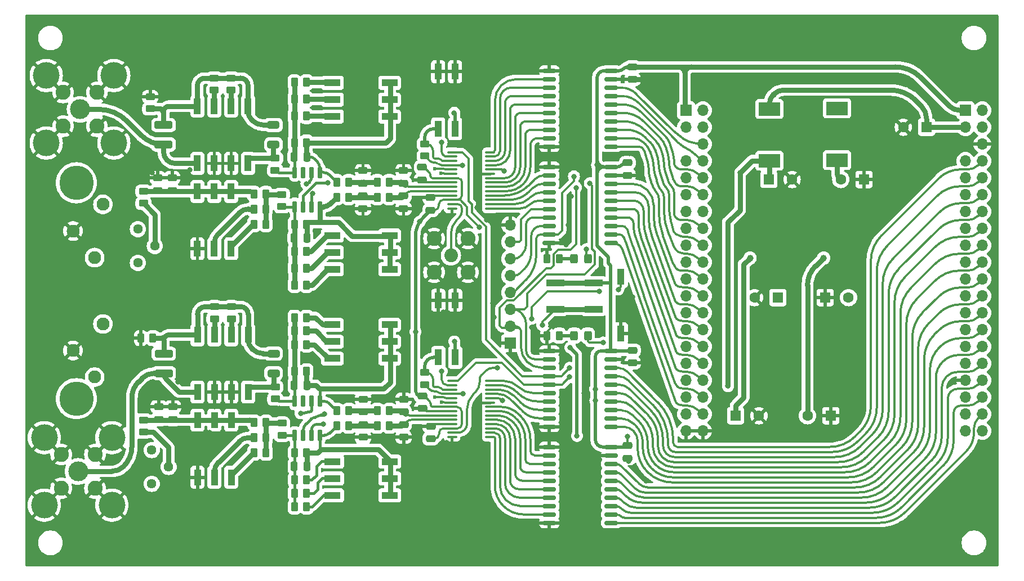
<source format=gtl>
G04 #@! TF.GenerationSoftware,KiCad,Pcbnew,8.0.1*
G04 #@! TF.CreationDate,2024-05-10T09:11:52+02:00*
G04 #@! TF.ProjectId,MISRC_v2,4d495352-435f-4763-922e-6b696361645f,0.3*
G04 #@! TF.SameCoordinates,Original*
G04 #@! TF.FileFunction,Copper,L1,Top*
G04 #@! TF.FilePolarity,Positive*
%FSLAX46Y46*%
G04 Gerber Fmt 4.6, Leading zero omitted, Abs format (unit mm)*
G04 Created by KiCad (PCBNEW 8.0.1) date 2024-05-10 09:11:52*
%MOMM*%
%LPD*%
G01*
G04 APERTURE LIST*
G04 Aperture macros list*
%AMRoundRect*
0 Rectangle with rounded corners*
0 $1 Rounding radius*
0 $2 $3 $4 $5 $6 $7 $8 $9 X,Y pos of 4 corners*
0 Add a 4 corners polygon primitive as box body*
4,1,4,$2,$3,$4,$5,$6,$7,$8,$9,$2,$3,0*
0 Add four circle primitives for the rounded corners*
1,1,$1+$1,$2,$3*
1,1,$1+$1,$4,$5*
1,1,$1+$1,$6,$7*
1,1,$1+$1,$8,$9*
0 Add four rect primitives between the rounded corners*
20,1,$1+$1,$2,$3,$4,$5,0*
20,1,$1+$1,$4,$5,$6,$7,0*
20,1,$1+$1,$6,$7,$8,$9,0*
20,1,$1+$1,$8,$9,$2,$3,0*%
G04 Aperture macros list end*
G04 #@! TA.AperFunction,ComponentPad*
%ADD10R,1.600000X1.600000*%
G04 #@! TD*
G04 #@! TA.AperFunction,ComponentPad*
%ADD11C,1.600000*%
G04 #@! TD*
G04 #@! TA.AperFunction,SMDPad,CuDef*
%ADD12RoundRect,0.250000X-0.475000X0.250000X-0.475000X-0.250000X0.475000X-0.250000X0.475000X0.250000X0*%
G04 #@! TD*
G04 #@! TA.AperFunction,SMDPad,CuDef*
%ADD13RoundRect,0.250000X-0.262500X-0.450000X0.262500X-0.450000X0.262500X0.450000X-0.262500X0.450000X0*%
G04 #@! TD*
G04 #@! TA.AperFunction,ComponentPad*
%ADD14R,1.700000X1.700000*%
G04 #@! TD*
G04 #@! TA.AperFunction,ComponentPad*
%ADD15O,1.700000X1.700000*%
G04 #@! TD*
G04 #@! TA.AperFunction,SMDPad,CuDef*
%ADD16R,2.440000X1.120000*%
G04 #@! TD*
G04 #@! TA.AperFunction,ComponentPad*
%ADD17C,2.050000*%
G04 #@! TD*
G04 #@! TA.AperFunction,ComponentPad*
%ADD18C,2.250000*%
G04 #@! TD*
G04 #@! TA.AperFunction,ComponentPad*
%ADD19C,3.000000*%
G04 #@! TD*
G04 #@! TA.AperFunction,ComponentPad*
%ADD20C,4.000000*%
G04 #@! TD*
G04 #@! TA.AperFunction,SMDPad,CuDef*
%ADD21RoundRect,0.250000X-0.325000X-0.450000X0.325000X-0.450000X0.325000X0.450000X-0.325000X0.450000X0*%
G04 #@! TD*
G04 #@! TA.AperFunction,SMDPad,CuDef*
%ADD22RoundRect,0.250000X1.100000X-0.325000X1.100000X0.325000X-1.100000X0.325000X-1.100000X-0.325000X0*%
G04 #@! TD*
G04 #@! TA.AperFunction,SMDPad,CuDef*
%ADD23RoundRect,0.250000X-0.450000X0.262500X-0.450000X-0.262500X0.450000X-0.262500X0.450000X0.262500X0*%
G04 #@! TD*
G04 #@! TA.AperFunction,SMDPad,CuDef*
%ADD24RoundRect,0.250000X0.450000X-0.262500X0.450000X0.262500X-0.450000X0.262500X-0.450000X-0.262500X0*%
G04 #@! TD*
G04 #@! TA.AperFunction,SMDPad,CuDef*
%ADD25RoundRect,0.250000X0.262500X0.450000X-0.262500X0.450000X-0.262500X-0.450000X0.262500X-0.450000X0*%
G04 #@! TD*
G04 #@! TA.AperFunction,SMDPad,CuDef*
%ADD26RoundRect,0.100000X-0.637500X-0.100000X0.637500X-0.100000X0.637500X0.100000X-0.637500X0.100000X0*%
G04 #@! TD*
G04 #@! TA.AperFunction,SMDPad,CuDef*
%ADD27RoundRect,0.250000X-0.250000X-0.475000X0.250000X-0.475000X0.250000X0.475000X-0.250000X0.475000X0*%
G04 #@! TD*
G04 #@! TA.AperFunction,SMDPad,CuDef*
%ADD28RoundRect,0.150000X-0.875000X-0.150000X0.875000X-0.150000X0.875000X0.150000X-0.875000X0.150000X0*%
G04 #@! TD*
G04 #@! TA.AperFunction,ComponentPad*
%ADD29C,1.440000*%
G04 #@! TD*
G04 #@! TA.AperFunction,SMDPad,CuDef*
%ADD30R,3.200000X2.000000*%
G04 #@! TD*
G04 #@! TA.AperFunction,SMDPad,CuDef*
%ADD31R,1.120000X2.440000*%
G04 #@! TD*
G04 #@! TA.AperFunction,SMDPad,CuDef*
%ADD32RoundRect,0.250000X0.475000X-0.250000X0.475000X0.250000X-0.475000X0.250000X-0.475000X-0.250000X0*%
G04 #@! TD*
G04 #@! TA.AperFunction,SMDPad,CuDef*
%ADD33R,2.750000X1.000000*%
G04 #@! TD*
G04 #@! TA.AperFunction,SMDPad,CuDef*
%ADD34RoundRect,0.250000X-0.650000X0.325000X-0.650000X-0.325000X0.650000X-0.325000X0.650000X0.325000X0*%
G04 #@! TD*
G04 #@! TA.AperFunction,ComponentPad*
%ADD35C,1.950000*%
G04 #@! TD*
G04 #@! TA.AperFunction,ComponentPad*
%ADD36C,5.175000*%
G04 #@! TD*
G04 #@! TA.AperFunction,SMDPad,CuDef*
%ADD37RoundRect,0.150000X0.150000X-0.725000X0.150000X0.725000X-0.150000X0.725000X-0.150000X-0.725000X0*%
G04 #@! TD*
G04 #@! TA.AperFunction,ViaPad*
%ADD38C,0.800000*%
G04 #@! TD*
G04 #@! TA.AperFunction,ViaPad*
%ADD39C,1.000000*%
G04 #@! TD*
G04 #@! TA.AperFunction,ViaPad*
%ADD40C,0.600000*%
G04 #@! TD*
G04 #@! TA.AperFunction,Conductor*
%ADD41C,0.500000*%
G04 #@! TD*
G04 #@! TA.AperFunction,Conductor*
%ADD42C,0.750000*%
G04 #@! TD*
G04 #@! TA.AperFunction,Conductor*
%ADD43C,0.320000*%
G04 #@! TD*
G04 #@! TA.AperFunction,Conductor*
%ADD44C,0.400000*%
G04 #@! TD*
G04 #@! TA.AperFunction,Conductor*
%ADD45C,0.240000*%
G04 #@! TD*
G04 APERTURE END LIST*
D10*
X181554000Y-118364000D03*
D11*
X178054000Y-118364000D03*
D12*
X117348000Y-119700000D03*
X117348000Y-121600000D03*
D13*
X107291500Y-119888000D03*
X109116500Y-119888000D03*
D12*
X111252000Y-115890000D03*
X111252000Y-117790000D03*
D13*
X100928500Y-68173600D03*
X102753500Y-68173600D03*
D14*
X133350000Y-107442000D03*
D15*
X133350000Y-104902000D03*
X133350000Y-102362000D03*
X133350000Y-99822000D03*
X133350000Y-97282000D03*
X133350000Y-94742000D03*
X133350000Y-92202000D03*
X133350000Y-89662000D03*
D16*
X106640000Y-104670000D03*
X106640000Y-107210000D03*
X106640000Y-109750000D03*
X115250000Y-109750000D03*
X115250000Y-107210000D03*
X115250000Y-104670000D03*
D13*
X100928500Y-73253600D03*
X102753500Y-73253600D03*
D17*
X68410000Y-126740000D03*
D18*
X65870000Y-124200000D03*
X65870000Y-129280000D03*
X70950000Y-124200000D03*
X70950000Y-129280000D03*
D13*
X77827500Y-106680000D03*
X79652500Y-106680000D03*
D19*
X68410000Y-126740000D03*
D20*
X63330000Y-131820000D03*
X63330000Y-121660000D03*
X73490000Y-121660000D03*
X73490000Y-131820000D03*
D21*
X142984000Y-94742000D03*
X145034000Y-94742000D03*
D13*
X100941500Y-128016000D03*
X102766500Y-128016000D03*
D14*
X201803000Y-72390000D03*
D15*
X204343000Y-72390000D03*
X201803000Y-74930000D03*
X204343000Y-74930000D03*
X204343000Y-77470000D03*
X201803000Y-80010000D03*
X204343000Y-80010000D03*
X201803000Y-82550000D03*
X204343000Y-82550000D03*
X201803000Y-85090000D03*
X204343000Y-85090000D03*
X201803000Y-87630000D03*
X204343000Y-87630000D03*
X201803000Y-90170000D03*
X204343000Y-90170000D03*
X201803000Y-92710000D03*
X204343000Y-92710000D03*
X201803000Y-95250000D03*
X204343000Y-95250000D03*
X201803000Y-97790000D03*
X204343000Y-97790000D03*
X201803000Y-100330000D03*
X204343000Y-100330000D03*
X201803000Y-102870000D03*
X204343000Y-102870000D03*
X201803000Y-105410000D03*
X204343000Y-105410000D03*
X201803000Y-107950000D03*
X204343000Y-107950000D03*
X201803000Y-110490000D03*
X204343000Y-110490000D03*
X201803000Y-113030000D03*
X204343000Y-113030000D03*
X201803000Y-115570000D03*
X204343000Y-115570000D03*
X201803000Y-118110000D03*
X204343000Y-118110000D03*
X201803000Y-120650000D03*
X204343000Y-120650000D03*
D22*
X81280000Y-111965000D03*
X81280000Y-109015000D03*
D23*
X98031000Y-79605500D03*
X98031000Y-81430500D03*
D24*
X91427000Y-69365500D03*
X91427000Y-67540500D03*
D25*
X96657500Y-84963000D03*
X94832500Y-84963000D03*
X96657500Y-87249000D03*
X94832500Y-87249000D03*
D23*
X99060000Y-119483500D03*
X99060000Y-121308500D03*
D26*
X124645500Y-113123000D03*
X124645500Y-113773000D03*
X124645500Y-114423000D03*
X124645500Y-115073000D03*
X124645500Y-115723000D03*
X124645500Y-116373000D03*
X124645500Y-117023000D03*
X124645500Y-117673000D03*
X124645500Y-118323000D03*
X124645500Y-118973000D03*
X124645500Y-119623000D03*
X124645500Y-120273000D03*
X124645500Y-120923000D03*
X124645500Y-121573000D03*
X130370500Y-121573000D03*
X130370500Y-120923000D03*
X130370500Y-120273000D03*
X130370500Y-119623000D03*
X130370500Y-118973000D03*
X130370500Y-118323000D03*
X130370500Y-117673000D03*
X130370500Y-117023000D03*
X130370500Y-116373000D03*
X130370500Y-115723000D03*
X130370500Y-115073000D03*
X130370500Y-114423000D03*
X130370500Y-113773000D03*
X130370500Y-113123000D03*
D23*
X99047000Y-85066500D03*
X99047000Y-86891500D03*
D27*
X100904000Y-113792000D03*
X102804000Y-113792000D03*
D28*
X139241000Y-66421000D03*
X139241000Y-67691000D03*
X139241000Y-68961000D03*
X139241000Y-70231000D03*
X139241000Y-71501000D03*
X139241000Y-72771000D03*
X139241000Y-74041000D03*
X139241000Y-75311000D03*
X139241000Y-76581000D03*
X139241000Y-77851000D03*
X148541000Y-77851000D03*
X148541000Y-76581000D03*
X148541000Y-75311000D03*
X148541000Y-74041000D03*
X148541000Y-72771000D03*
X148541000Y-71501000D03*
X148541000Y-70231000D03*
X148541000Y-68961000D03*
X148541000Y-67691000D03*
X148541000Y-66421000D03*
D12*
X120129000Y-80965000D03*
X120129000Y-82865000D03*
D27*
X100891000Y-79375000D03*
X102791000Y-79375000D03*
D13*
X100928500Y-89535000D03*
X102753500Y-89535000D03*
D28*
X139241000Y-80899000D03*
X139241000Y-82169000D03*
X139241000Y-83439000D03*
X139241000Y-84709000D03*
X139241000Y-85979000D03*
X139241000Y-87249000D03*
X139241000Y-88519000D03*
X139241000Y-89789000D03*
X139241000Y-91059000D03*
X139241000Y-92329000D03*
X148541000Y-92329000D03*
X148541000Y-91059000D03*
X148541000Y-89789000D03*
X148541000Y-88519000D03*
X148541000Y-87249000D03*
X148541000Y-85979000D03*
X148541000Y-84709000D03*
X148541000Y-83439000D03*
X148541000Y-82169000D03*
X148541000Y-80899000D03*
D17*
X124460000Y-94234000D03*
D18*
X121920000Y-91694000D03*
X121920000Y-96774000D03*
X127000000Y-91694000D03*
X127000000Y-96774000D03*
D29*
X77400000Y-90270000D03*
X79940000Y-92810000D03*
X77400000Y-95350000D03*
D10*
X180721000Y-100584000D03*
D11*
X184221000Y-100584000D03*
D13*
X113387500Y-119888000D03*
X115212500Y-119888000D03*
D30*
X172339000Y-72173000D03*
X172339000Y-79973000D03*
D16*
X106661166Y-125271166D03*
X106661166Y-127811166D03*
X106661166Y-130351166D03*
X115271166Y-130351166D03*
X115271166Y-127811166D03*
X115271166Y-125271166D03*
D10*
X186564651Y-82804000D03*
D11*
X183064651Y-82804000D03*
D25*
X96670500Y-119380000D03*
X94845500Y-119380000D03*
X140739500Y-106299000D03*
X138914500Y-106299000D03*
D17*
X68710000Y-72240000D03*
D18*
X66170000Y-69700000D03*
X66170000Y-74780000D03*
X71250000Y-69700000D03*
X71250000Y-74780000D03*
D25*
X96670500Y-121666000D03*
X94845500Y-121666000D03*
D12*
X111239000Y-81473000D03*
X111239000Y-83373000D03*
D28*
X139241000Y-123063000D03*
X139241000Y-124333000D03*
X139241000Y-125603000D03*
X139241000Y-126873000D03*
X139241000Y-128143000D03*
X139241000Y-129413000D03*
X139241000Y-130683000D03*
X139241000Y-131953000D03*
X139241000Y-133223000D03*
X139241000Y-134493000D03*
X148541000Y-134493000D03*
X148541000Y-133223000D03*
X148541000Y-131953000D03*
X148541000Y-130683000D03*
X148541000Y-129413000D03*
X148541000Y-128143000D03*
X148541000Y-126873000D03*
X148541000Y-125603000D03*
X148541000Y-124333000D03*
X148541000Y-123063000D03*
D13*
X100928500Y-93599000D03*
X102753500Y-93599000D03*
D31*
X86347000Y-80378000D03*
X88887000Y-80378000D03*
X91427000Y-80378000D03*
X93967000Y-80378000D03*
X93967000Y-71768000D03*
X91427000Y-71768000D03*
X88887000Y-71768000D03*
X86347000Y-71768000D03*
D24*
X120510000Y-79271500D03*
X120510000Y-77446500D03*
D21*
X142984000Y-106299000D03*
X145034000Y-106299000D03*
D30*
X182499000Y-72083000D03*
X182499000Y-79883000D03*
D19*
X68710000Y-72240000D03*
D20*
X63630000Y-77320000D03*
X63630000Y-67160000D03*
X73790000Y-67160000D03*
X73790000Y-77320000D03*
D24*
X88900000Y-103782500D03*
X88900000Y-101957500D03*
D22*
X81267000Y-77548000D03*
X81267000Y-74598000D03*
D13*
X100941500Y-123952000D03*
X102766500Y-123952000D03*
X100941500Y-103600000D03*
X102766500Y-103600000D03*
D31*
X125095000Y-100978000D03*
X122555000Y-100978000D03*
X122555000Y-109588000D03*
X125095000Y-109588000D03*
D32*
X121399000Y-87437000D03*
X121399000Y-85537000D03*
D13*
X107278500Y-85471000D03*
X109103500Y-85471000D03*
D12*
X111252000Y-119700000D03*
X111252000Y-121600000D03*
X120142000Y-115382000D03*
X120142000Y-117282000D03*
X111239000Y-85283000D03*
X111239000Y-87183000D03*
D13*
X100928500Y-70713600D03*
X102753500Y-70713600D03*
X100941500Y-107650000D03*
X102766500Y-107650000D03*
D25*
X96657500Y-89535000D03*
X94832500Y-89535000D03*
D13*
X113374500Y-85471000D03*
X115199500Y-85471000D03*
D10*
X172240000Y-82801000D03*
D11*
X175740000Y-82801000D03*
D28*
X139241000Y-108585000D03*
X139241000Y-109855000D03*
X139241000Y-111125000D03*
X139241000Y-112395000D03*
X139241000Y-113665000D03*
X139241000Y-114935000D03*
X139241000Y-116205000D03*
X139241000Y-117475000D03*
X139241000Y-118745000D03*
X139241000Y-120015000D03*
X148541000Y-120015000D03*
X148541000Y-118745000D03*
X148541000Y-117475000D03*
X148541000Y-116205000D03*
X148541000Y-114935000D03*
X148541000Y-113665000D03*
X148541000Y-112395000D03*
X148541000Y-111125000D03*
X148541000Y-109855000D03*
X148541000Y-108585000D03*
D16*
X106640000Y-68250000D03*
X106640000Y-70790000D03*
X106640000Y-73330000D03*
X115250000Y-73330000D03*
X115250000Y-70790000D03*
X115250000Y-68250000D03*
D32*
X82677000Y-118933000D03*
X82677000Y-117033000D03*
D27*
X100904000Y-125984000D03*
X102804000Y-125984000D03*
D25*
X96670500Y-123952000D03*
X94845500Y-123952000D03*
D13*
X100928500Y-98679000D03*
X102753500Y-98679000D03*
X107291500Y-117602000D03*
X109116500Y-117602000D03*
D10*
X195962651Y-74930000D03*
D11*
X192462651Y-74930000D03*
D10*
X167259000Y-118364000D03*
D11*
X170759000Y-118364000D03*
D13*
X107278500Y-83185000D03*
X109103500Y-83185000D03*
D31*
X149987000Y-106019000D03*
X149987000Y-97409000D03*
D33*
X145882000Y-102330000D03*
X140122000Y-102330000D03*
X145882000Y-98330000D03*
X140122000Y-98330000D03*
D12*
X151003000Y-80269000D03*
X151003000Y-82169000D03*
D34*
X97790000Y-109015000D03*
X97790000Y-111965000D03*
D32*
X82550000Y-84450000D03*
X82550000Y-82550000D03*
D23*
X79250000Y-70337500D03*
X79250000Y-72162500D03*
D13*
X100928500Y-96139000D03*
X102753500Y-96139000D03*
D12*
X117348000Y-115890000D03*
X117348000Y-117790000D03*
X151003000Y-122875000D03*
X151003000Y-124775000D03*
D35*
X67650000Y-90550000D03*
X72150000Y-86550000D03*
X70900000Y-94550000D03*
X67650000Y-108550000D03*
X72150000Y-104550000D03*
X70900000Y-112550000D03*
D36*
X68150000Y-83300000D03*
X68150000Y-115800000D03*
D13*
X100941500Y-132050000D03*
X102766500Y-132050000D03*
X113374500Y-83185000D03*
X115199500Y-83185000D03*
D10*
X173609000Y-100584000D03*
D11*
X170109000Y-100584000D03*
D23*
X78232000Y-84558500D03*
X78232000Y-86383500D03*
D31*
X86360000Y-114795000D03*
X88900000Y-114795000D03*
X91440000Y-114795000D03*
X93980000Y-114795000D03*
X93980000Y-106185000D03*
X91440000Y-106185000D03*
X88900000Y-106185000D03*
X86360000Y-106185000D03*
D23*
X98044000Y-114022500D03*
X98044000Y-115847500D03*
D32*
X80391000Y-84450000D03*
X80391000Y-82550000D03*
D31*
X91427000Y-84608000D03*
X88887000Y-84608000D03*
X86347000Y-84608000D03*
X86347000Y-93218000D03*
X88887000Y-93218000D03*
X91427000Y-93218000D03*
D13*
X100941500Y-105600000D03*
X102766500Y-105600000D03*
D24*
X91440000Y-103782500D03*
X91440000Y-101957500D03*
D37*
X100965000Y-86903000D03*
X102235000Y-86903000D03*
X103505000Y-86903000D03*
X104775000Y-86903000D03*
X104775000Y-81753000D03*
X103505000Y-81753000D03*
X102235000Y-81753000D03*
X100965000Y-81753000D03*
D12*
X117335000Y-85283000D03*
X117335000Y-87183000D03*
D26*
X124632500Y-78706000D03*
X124632500Y-79356000D03*
X124632500Y-80006000D03*
X124632500Y-80656000D03*
X124632500Y-81306000D03*
X124632500Y-81956000D03*
X124632500Y-82606000D03*
X124632500Y-83256000D03*
X124632500Y-83906000D03*
X124632500Y-84556000D03*
X124632500Y-85206000D03*
X124632500Y-85856000D03*
X124632500Y-86506000D03*
X124632500Y-87156000D03*
X130357500Y-87156000D03*
X130357500Y-86506000D03*
X130357500Y-85856000D03*
X130357500Y-85206000D03*
X130357500Y-84556000D03*
X130357500Y-83906000D03*
X130357500Y-83256000D03*
X130357500Y-82606000D03*
X130357500Y-81956000D03*
X130357500Y-81306000D03*
X130357500Y-80656000D03*
X130357500Y-80006000D03*
X130357500Y-79356000D03*
X130357500Y-78706000D03*
D24*
X88887000Y-69365500D03*
X88887000Y-67540500D03*
D13*
X113387500Y-117602000D03*
X115212500Y-117602000D03*
X100925000Y-77250000D03*
X102750000Y-77250000D03*
D31*
X125082000Y-66561000D03*
X122542000Y-66561000D03*
X122542000Y-75171000D03*
X125082000Y-75171000D03*
D12*
X151765000Y-108524000D03*
X151765000Y-110424000D03*
D37*
X100965000Y-121320000D03*
X102235000Y-121320000D03*
X103505000Y-121320000D03*
X104775000Y-121320000D03*
X104775000Y-116170000D03*
X103505000Y-116170000D03*
X102235000Y-116170000D03*
X100965000Y-116170000D03*
D16*
X106640000Y-91250000D03*
X106640000Y-93790000D03*
X106640000Y-96330000D03*
X115250000Y-96330000D03*
X115250000Y-93790000D03*
X115250000Y-91250000D03*
D29*
X79475000Y-123525000D03*
X82015000Y-126065000D03*
X79475000Y-128605000D03*
D31*
X91440000Y-119025000D03*
X88900000Y-119025000D03*
X86360000Y-119025000D03*
X86360000Y-127635000D03*
X88900000Y-127635000D03*
X91440000Y-127635000D03*
D25*
X140739500Y-94742000D03*
X138914500Y-94742000D03*
D23*
X78232000Y-118999000D03*
X78232000Y-120824000D03*
D13*
X100941500Y-130000000D03*
X102766500Y-130000000D03*
D24*
X120523000Y-113688500D03*
X120523000Y-111863500D03*
D32*
X121412000Y-121854000D03*
X121412000Y-119954000D03*
D14*
X159800000Y-72390000D03*
D15*
X162340000Y-72390000D03*
X159800000Y-74930000D03*
X162340000Y-74930000D03*
X162340000Y-77470000D03*
X159800000Y-80010000D03*
X162340000Y-80010000D03*
X159800000Y-82550000D03*
X162340000Y-82550000D03*
X159800000Y-85090000D03*
X162340000Y-85090000D03*
X159800000Y-87630000D03*
X162340000Y-87630000D03*
X159800000Y-90170000D03*
X162340000Y-90170000D03*
X159800000Y-92710000D03*
X162340000Y-92710000D03*
X159800000Y-95250000D03*
X162340000Y-95250000D03*
X159800000Y-97790000D03*
X162340000Y-97790000D03*
X159800000Y-100330000D03*
X162340000Y-100330000D03*
X159800000Y-102870000D03*
X162340000Y-102870000D03*
X159800000Y-105410000D03*
X162340000Y-105410000D03*
X159800000Y-107950000D03*
X162340000Y-107950000D03*
X159800000Y-110490000D03*
X162340000Y-110490000D03*
X159800000Y-113030000D03*
X162340000Y-113030000D03*
X159800000Y-115570000D03*
X162340000Y-115570000D03*
X159800000Y-118110000D03*
X162340000Y-118110000D03*
X159800000Y-120650000D03*
X162340000Y-120650000D03*
D32*
X80518000Y-118933000D03*
X80518000Y-117033000D03*
D12*
X151765000Y-65852000D03*
X151765000Y-67752000D03*
D27*
X100891000Y-91567000D03*
X102791000Y-91567000D03*
D34*
X97777000Y-74598000D03*
X97777000Y-77548000D03*
D12*
X117335000Y-81473000D03*
X117335000Y-83373000D03*
D13*
X100937500Y-111700000D03*
X102762500Y-111700000D03*
D38*
X146431000Y-80619600D03*
X132461000Y-81534000D03*
X132207000Y-116078000D03*
X146150000Y-114350000D03*
X151000000Y-121500000D03*
X146177000Y-116078000D03*
X173990000Y-107696000D03*
X99060000Y-99822000D03*
X82931000Y-96393000D03*
X124350000Y-132400000D03*
X186055000Y-70866000D03*
X125526800Y-129235200D03*
X144424400Y-89357200D03*
X185039000Y-91059000D03*
X147500000Y-135750000D03*
X70739000Y-129794000D03*
X115000000Y-89500000D03*
X176149000Y-102870000D03*
X105537000Y-102489000D03*
X144450000Y-114950000D03*
X127762000Y-99314000D03*
X205232000Y-128397000D03*
X126492000Y-107061000D03*
X190246000Y-73914000D03*
X128397000Y-120015000D03*
X64650000Y-92300000D03*
X81915000Y-69469000D03*
X90170000Y-120777000D03*
X141732000Y-117602000D03*
X97650000Y-71750000D03*
X194183000Y-134493000D03*
X194056000Y-64516000D03*
X85250000Y-136250000D03*
X108839000Y-102743000D03*
X174244000Y-120904000D03*
X85216998Y-81323000D03*
X128397000Y-86995000D03*
X114500000Y-138750000D03*
X191583676Y-76946174D03*
X72750000Y-108500000D03*
X111099600Y-125069600D03*
X147100000Y-105700000D03*
X109626400Y-88950800D03*
X117856000Y-90678000D03*
X137000000Y-139000000D03*
X69650000Y-106300000D03*
X164211000Y-119253000D03*
X130937000Y-103505000D03*
X200914000Y-127508000D03*
X164450000Y-115750000D03*
X139850000Y-104800000D03*
X170050000Y-106900000D03*
X68750000Y-93600000D03*
X183450000Y-115000000D03*
X94488000Y-92583000D03*
X104292400Y-90627200D03*
X156972000Y-72517000D03*
X168783000Y-64389000D03*
X109855000Y-103886000D03*
X94250000Y-139000000D03*
X157150000Y-116500000D03*
X186200000Y-114200000D03*
X136600000Y-105100000D03*
X77000000Y-72000000D03*
X65950000Y-105300000D03*
X198628000Y-134366000D03*
X191897000Y-70993000D03*
X180050000Y-113300000D03*
X141732000Y-92583000D03*
X177165000Y-87503000D03*
X169799000Y-91186000D03*
X120904000Y-100330000D03*
X90043000Y-78486000D03*
X79375000Y-67945000D03*
X88350000Y-132350000D03*
X166116000Y-72390000D03*
X182300000Y-104100000D03*
X119253000Y-75819000D03*
X180467000Y-91059000D03*
X168529000Y-121666000D03*
X169672000Y-74676000D03*
X121031000Y-107315000D03*
X122174000Y-125222000D03*
X153750000Y-128200000D03*
X179451000Y-84201000D03*
X174625000Y-118618000D03*
X137922000Y-121539000D03*
X96012000Y-81407000D03*
X123190000Y-88265000D03*
X165862000Y-87122000D03*
X174750000Y-113200000D03*
X88900000Y-116967000D03*
X185500000Y-118650000D03*
X110871000Y-103886000D03*
X110871000Y-102743000D03*
X77800000Y-131350000D03*
X120850000Y-71650000D03*
X192786000Y-67564000D03*
X88138000Y-120904000D03*
X187833000Y-78232000D03*
X165100000Y-76073000D03*
X75250000Y-62500000D03*
X130937000Y-93599000D03*
X95631000Y-112522000D03*
X119253000Y-122301000D03*
X180086000Y-107823000D03*
X144300000Y-132450000D03*
X99187000Y-129286000D03*
X117754400Y-97739200D03*
X62865000Y-89408000D03*
X143129000Y-70104000D03*
X188595000Y-75819000D03*
X189992000Y-80264000D03*
X199136000Y-76708000D03*
X138176000Y-64516000D03*
X109220000Y-94869000D03*
X95885000Y-115697000D03*
X114550000Y-100100000D03*
X205359000Y-123825000D03*
X106553000Y-64897000D03*
X183007000Y-111252000D03*
X142000000Y-129400000D03*
X161671000Y-67945000D03*
X95631000Y-110617000D03*
X180100000Y-121250000D03*
X97500000Y-102500000D03*
X198628000Y-73279000D03*
X151333200Y-78892400D03*
X77750000Y-66000000D03*
X117703600Y-95250000D03*
X92583000Y-116840000D03*
X184785000Y-77851000D03*
X125476000Y-124800000D03*
X144907000Y-66421000D03*
X84000000Y-77250000D03*
X144450000Y-91800000D03*
X95758000Y-94742000D03*
X95377000Y-75946000D03*
X97993200Y-105308400D03*
X112014000Y-89763600D03*
X128184000Y-81956000D03*
X63500000Y-127000000D03*
X98679000Y-82931000D03*
X97650000Y-68400000D03*
X151000000Y-101800000D03*
X95758000Y-106299000D03*
X129844800Y-125323600D03*
X128371600Y-129286000D03*
X150241000Y-67691000D03*
X176149000Y-119761000D03*
X63500000Y-72250000D03*
X129921000Y-72898000D03*
X98933000Y-124968000D03*
X144526000Y-119761000D03*
X126873000Y-121793000D03*
X83312000Y-73152000D03*
X170100000Y-113200000D03*
X98679000Y-117221000D03*
X151130000Y-125222000D03*
X131064000Y-105537000D03*
X175768000Y-70993000D03*
X67100000Y-90550000D03*
X90170000Y-74400000D03*
X104000000Y-136000000D03*
X199263000Y-79248000D03*
X128524000Y-121793000D03*
X188214000Y-86106000D03*
X83566000Y-107696000D03*
X81534000Y-130050000D03*
X175768000Y-67945000D03*
X94742000Y-128143000D03*
X182372000Y-67818000D03*
X108839000Y-103886000D03*
X141224000Y-79451200D03*
X94615000Y-96774000D03*
X193929000Y-80264000D03*
X111125000Y-88519000D03*
X141605000Y-119761000D03*
X164400000Y-91900000D03*
X192278000Y-83058000D03*
X70750000Y-63000000D03*
X111300000Y-72450000D03*
X149700000Y-101200000D03*
X128184000Y-116373000D03*
X94800000Y-132350000D03*
X109931200Y-128574800D03*
X87757000Y-112903000D03*
X74750000Y-128500000D03*
X170434000Y-76835000D03*
X93472000Y-100203000D03*
X93218000Y-120396000D03*
X170434000Y-69469000D03*
X169950000Y-103050000D03*
X106299000Y-88011000D03*
X144907000Y-111252000D03*
X88646000Y-123952000D03*
X130810000Y-96393000D03*
X87122000Y-99822000D03*
X125250000Y-135500000D03*
X87757000Y-108331000D03*
X142113000Y-89662000D03*
X163750000Y-135750000D03*
X196088000Y-70358000D03*
X88519000Y-82423000D03*
X99187000Y-90678000D03*
X145796000Y-129159000D03*
X110490000Y-110109000D03*
X82550000Y-65532000D03*
X117602000Y-102743000D03*
X153670000Y-67437000D03*
X84582000Y-116840000D03*
X172250000Y-138250000D03*
X189103000Y-67945000D03*
X79500000Y-81750000D03*
X97750000Y-61750000D03*
X123825000Y-122428000D03*
X117750000Y-62000000D03*
X142036800Y-65176400D03*
X109220000Y-87249000D03*
X83000000Y-122000000D03*
X142494000Y-85344000D03*
X82804000Y-103124000D03*
X76750000Y-103900000D03*
X166624000Y-67564000D03*
X156464000Y-64389000D03*
X141732000Y-125222000D03*
X172300000Y-110050000D03*
X164750000Y-99100000D03*
X146177000Y-125222000D03*
X111912400Y-92913200D03*
X198374000Y-64516000D03*
X144526000Y-117348000D03*
X84709000Y-88265000D03*
X165989000Y-81534000D03*
X197104000Y-131445000D03*
X75750000Y-80250000D03*
X186055000Y-102489000D03*
X130777513Y-101454932D03*
X164600000Y-107100000D03*
X146450000Y-96650000D03*
X143950000Y-125300000D03*
X177292000Y-78867000D03*
X199390000Y-129286000D03*
X151750000Y-100500000D03*
X172212000Y-116078000D03*
X107696000Y-78740000D03*
X110900000Y-132350000D03*
X127000000Y-103250000D03*
X122021600Y-128574800D03*
X64550000Y-101550000D03*
X128600000Y-68450000D03*
X164400000Y-103950000D03*
X114681000Y-87249000D03*
X74750000Y-110500000D03*
X90043000Y-64897000D03*
X70500000Y-133500000D03*
X111750000Y-68300000D03*
X83439000Y-113284000D03*
X174018000Y-90681000D03*
X155600000Y-112150000D03*
X120450000Y-132350000D03*
X72009000Y-99949000D03*
X129794000Y-132400000D03*
X123317000Y-102743000D03*
X93218000Y-83185000D03*
X129794000Y-88900000D03*
X128750000Y-63750000D03*
X87630000Y-129794000D03*
X114554000Y-122428000D03*
X185550000Y-111700000D03*
X109855000Y-102743000D03*
X156750000Y-139000000D03*
X76750000Y-101200000D03*
X164650000Y-110450000D03*
X184150000Y-107300000D03*
X185166000Y-64262000D03*
X69000000Y-67250000D03*
X68072000Y-102616000D03*
D39*
X169418000Y-94615000D03*
D38*
X105283000Y-119634000D03*
X103700000Y-84900000D03*
D39*
X180467000Y-94615000D03*
D38*
X101854000Y-117983000D03*
X102743000Y-83439000D03*
X128700000Y-90000000D03*
X119761000Y-89154000D03*
X119126000Y-105725000D03*
X131445000Y-111162617D03*
X142300000Y-112550000D03*
X142300000Y-111150000D03*
X143400000Y-121400000D03*
X167950000Y-81750000D03*
X166100000Y-113900000D03*
X142400000Y-108100000D03*
D39*
X182499000Y-72136000D03*
D38*
X105410000Y-118110000D03*
X93980000Y-114173000D03*
X126238000Y-115062000D03*
D40*
X123018011Y-116313937D03*
X122047000Y-115570000D03*
D38*
X105918000Y-83312000D03*
X93980000Y-79878000D03*
X126225000Y-80645000D03*
D40*
X123005011Y-81896937D03*
X122034000Y-81153000D03*
D38*
X147350000Y-107350000D03*
X144800000Y-93300000D03*
X138200000Y-104700000D03*
X123063000Y-111656500D03*
X124968000Y-107188000D03*
X123050000Y-77239500D03*
X124955000Y-72771000D03*
X146750000Y-99600000D03*
X136600000Y-103750000D03*
X149600000Y-99350000D03*
X142951200Y-82334000D03*
X143256000Y-84023200D03*
X145338800Y-83362800D03*
D41*
X149449618Y-80899000D02*
X149445600Y-80899000D01*
D42*
X154585144Y-65852000D02*
X154532390Y-65852000D01*
D41*
X147560154Y-80899000D02*
X147535436Y-80899000D01*
D42*
X154364561Y-65852000D02*
X154291034Y-65852000D01*
X158399065Y-65852000D02*
X158391023Y-65852000D01*
X152733423Y-65852000D02*
X152760301Y-65852000D01*
X151272203Y-65852000D02*
X151271120Y-65852000D01*
X154832103Y-65852000D02*
X154685048Y-65852000D01*
X166967118Y-65852000D02*
X166310868Y-65852000D01*
X158210066Y-65852000D02*
X158172693Y-65852000D01*
D41*
X146577767Y-98330000D02*
X145904627Y-98330000D01*
X146177000Y-121978987D02*
X146177000Y-116078000D01*
D42*
X152709165Y-65852000D02*
X152694416Y-65852000D01*
D41*
X147963378Y-80899000D02*
X147961832Y-80899000D01*
X148463000Y-95763000D02*
X148463000Y-98350000D01*
D42*
X154291034Y-65852000D02*
X154049678Y-65852000D01*
D41*
X147714646Y-80899000D02*
X147683748Y-80899000D01*
X149453636Y-80899000D02*
X149454641Y-80899000D01*
D42*
X158313620Y-65852000D02*
X158284812Y-65852000D01*
D41*
X146431000Y-80969410D02*
X146431000Y-81954000D01*
D42*
X151243496Y-65852000D02*
X151236997Y-65852000D01*
D41*
X148769048Y-80899000D02*
X148727618Y-80899000D01*
D42*
X156585558Y-65852000D02*
X156250753Y-65852000D01*
X158315460Y-65852000D02*
X158313620Y-65852000D01*
X160779622Y-65852000D02*
X160748372Y-65852000D01*
X156250753Y-65852000D02*
X155797173Y-65852000D01*
X151730336Y-65852000D02*
X151695672Y-65852000D01*
D41*
X149160318Y-80899000D02*
X149156300Y-80899000D01*
D42*
X158612191Y-65852000D02*
X158601467Y-65852000D01*
X152547861Y-65852000D02*
X152546140Y-65852000D01*
X158639001Y-65852000D02*
X158637660Y-65852000D01*
X151765000Y-65852000D02*
X151730336Y-65852000D01*
X151596295Y-65852000D02*
X151559058Y-65852000D01*
X158284812Y-65852000D02*
X158247439Y-65852000D01*
X152345887Y-65852000D02*
X152307741Y-65852000D01*
X158023007Y-65852000D02*
X157968828Y-65852000D01*
X157958943Y-65852000D02*
X157924535Y-65852000D01*
X165310868Y-65852000D02*
X165654618Y-65852000D01*
X158319140Y-65852000D02*
X158354832Y-65852000D01*
D41*
X149176390Y-80899000D02*
X149164336Y-80899000D01*
D42*
X153566965Y-65852000D02*
X153609630Y-65852000D01*
X151255955Y-65852000D02*
X151252705Y-65852000D01*
D41*
X148769048Y-80899000D02*
X148785567Y-80899000D01*
X151005500Y-122938500D02*
X151130000Y-122814000D01*
D42*
X157261909Y-65852000D02*
X157255169Y-65852000D01*
X155672961Y-65852000D02*
X155631557Y-65852000D01*
D41*
X146431000Y-67505012D02*
X146431000Y-79844000D01*
D42*
X152826186Y-65852000D02*
X152760301Y-65852000D01*
X151245662Y-65852000D02*
X151243496Y-65852000D01*
X153661639Y-65852000D02*
X153609630Y-65852000D01*
X158581360Y-65852000D02*
X158573315Y-65852000D01*
X151141670Y-65852000D02*
X151143837Y-65852000D01*
D41*
X149369255Y-80899000D02*
X149365238Y-80899000D01*
D42*
X151120007Y-65852000D02*
X151111341Y-65852000D01*
D41*
X147849054Y-80899000D02*
X147850598Y-80899000D01*
X149349166Y-80899000D02*
X149329076Y-80899000D01*
D42*
X158023007Y-65852000D02*
X158112336Y-65852000D01*
X151249996Y-65852000D02*
X151247829Y-65852000D01*
X155755769Y-65852000D02*
X155714365Y-65852000D01*
D41*
X147849054Y-80899000D02*
X147815066Y-80899000D01*
D42*
X152933697Y-65852000D02*
X152923291Y-65852000D01*
D41*
X148727618Y-80899000D02*
X148686188Y-80899000D01*
X147516898Y-80899000D02*
X147510718Y-80899000D01*
X147498357Y-80899000D02*
X147492178Y-80899000D01*
X145882000Y-98330000D02*
X148443000Y-98330000D01*
D42*
X158165032Y-65852000D02*
X158112336Y-65852000D01*
D41*
X149243691Y-80899000D02*
X149285881Y-80899000D01*
X148603328Y-80899000D02*
X148561898Y-80899000D01*
D42*
X152923291Y-65852000D02*
X152836593Y-65852000D01*
D41*
X150831343Y-80330000D02*
X151257000Y-80330000D01*
X147592597Y-80899000D02*
X147584872Y-80899000D01*
X149456651Y-80899000D02*
X149457656Y-80899000D01*
D42*
X154932008Y-65852000D02*
X154832103Y-65852000D01*
X151177961Y-65852000D02*
X151166045Y-65852000D01*
X151273286Y-65852000D02*
X151272203Y-65852000D01*
X152836593Y-65852000D02*
X152826186Y-65852000D01*
X152549582Y-65852000D02*
X152547861Y-65852000D01*
D41*
X149436559Y-80899000D02*
X149437564Y-80899000D01*
X147601867Y-80899000D02*
X147603412Y-80899000D01*
D42*
X151397670Y-65852000D02*
X151384746Y-65852000D01*
X151463809Y-65852000D02*
X151466799Y-65852000D01*
X158429893Y-65852000D02*
X158433914Y-65852000D01*
X158391023Y-65852000D02*
X158381640Y-65852000D01*
X162873372Y-65852000D02*
X162717122Y-65852000D01*
X158447319Y-65852000D02*
X158439276Y-65852000D01*
D41*
X149073500Y-108585000D02*
X147044210Y-108585000D01*
X147750179Y-80899000D02*
X147716191Y-80899000D01*
X149220588Y-80899000D02*
X149221592Y-80899000D01*
D42*
X151288992Y-65852000D02*
X151291159Y-65852000D01*
D41*
X149388343Y-80899000D02*
X149393366Y-80899000D01*
D42*
X162717122Y-65852000D02*
X162560872Y-65852000D01*
D41*
X146177000Y-116078000D02*
X146177000Y-114377000D01*
X146600986Y-80998576D02*
X147038576Y-80998576D01*
D42*
X151410594Y-65852000D02*
X151397670Y-65852000D01*
X151135171Y-65852000D02*
X151133005Y-65852000D01*
D41*
X149152282Y-80899000D02*
X149148264Y-80899000D01*
D42*
X160951497Y-65852000D02*
X160826497Y-65852000D01*
X154637898Y-65852000D02*
X154585144Y-65852000D01*
X155278873Y-65852000D02*
X154932008Y-65852000D01*
X155278873Y-65852000D02*
X155631557Y-65852000D01*
X158474127Y-65852000D02*
X158488871Y-65852000D01*
X151133005Y-65852000D02*
X151130839Y-65852000D01*
X151091841Y-65852000D02*
X151089675Y-65852000D01*
X153713648Y-65852000D02*
X153661639Y-65852000D01*
X151695672Y-65852000D02*
X151661008Y-65852000D01*
X151559058Y-65852000D02*
X151551717Y-65852000D01*
X158531764Y-65852000D02*
X158488871Y-65852000D01*
D41*
X148686188Y-80899000D02*
X148644758Y-80899000D01*
D42*
X151212625Y-65852000D02*
X151200709Y-65852000D01*
X158573315Y-65852000D02*
X158559912Y-65852000D01*
D41*
X147615772Y-80899000D02*
X147609592Y-80899000D01*
X147487544Y-80899000D02*
X147486000Y-80899000D01*
D42*
X157890127Y-65852000D02*
X157855719Y-65852000D01*
D41*
X146177000Y-109452210D02*
X146177000Y-114323000D01*
D42*
X151487536Y-65852000D02*
X151484055Y-65852000D01*
X158460723Y-65852000D02*
X158447319Y-65852000D01*
D41*
X147714646Y-80899000D02*
X147716191Y-80899000D01*
X147980372Y-80899000D02*
X147972648Y-80899000D01*
D42*
X153808322Y-65852000D02*
X153713648Y-65852000D01*
X200914000Y-72390000D02*
X201803000Y-72390000D01*
X151301992Y-65852000D02*
X151291159Y-65852000D01*
X156920363Y-65852000D02*
X156585558Y-65852000D01*
X161076497Y-65852000D02*
X160951497Y-65852000D01*
X151096175Y-65852000D02*
X151096717Y-65852000D01*
D41*
X148229830Y-80899000D02*
X148228318Y-80899000D01*
D42*
X162967122Y-65852000D02*
X162873372Y-65852000D01*
D41*
X149456651Y-80899000D02*
X149454641Y-80899000D01*
D42*
X160654623Y-65852000D02*
X160638999Y-65852000D01*
X153566965Y-65852000D02*
X153429626Y-65852000D01*
X151267329Y-65852000D02*
X151258663Y-65852000D01*
D41*
X147949474Y-80899000D02*
X147943295Y-80899000D01*
D42*
X157855719Y-65852000D02*
X157746898Y-65852000D01*
X158601467Y-65852000D02*
X158590744Y-65852000D01*
X151319325Y-65852000D02*
X151304159Y-65852000D01*
D41*
X147504538Y-80899000D02*
X147498357Y-80899000D01*
X148402580Y-80899000D02*
X148362325Y-80899000D01*
D42*
X152307741Y-65852000D02*
X152269595Y-65852000D01*
X158436595Y-65852000D02*
X158433914Y-65852000D01*
X158586724Y-65852000D02*
X158584042Y-65852000D01*
X163076496Y-65852000D02*
X163029622Y-65852000D01*
D41*
X149120138Y-80899000D02*
X149104066Y-80899000D01*
D42*
X161560871Y-65852000D02*
X161404619Y-65852000D01*
X152611162Y-65852000D02*
X152569535Y-65852000D01*
X154458862Y-65852000D02*
X154364561Y-65852000D01*
D41*
X148443000Y-98330000D02*
X148463000Y-98350000D01*
D42*
X151638453Y-65852000D02*
X151628008Y-65852000D01*
X155797173Y-65852000D02*
X155755769Y-65852000D01*
D41*
X149136210Y-80899000D02*
X149120138Y-80899000D01*
D42*
X151130839Y-65852000D02*
X151128673Y-65852000D01*
D41*
X147683748Y-80899000D02*
X147652850Y-80899000D01*
D42*
X161310870Y-65852000D02*
X161404619Y-65852000D01*
X151247829Y-65852000D02*
X151245662Y-65852000D01*
X151384746Y-65852000D02*
X151363697Y-65852000D01*
X158317300Y-65852000D02*
X158315460Y-65852000D01*
D41*
X147646670Y-80899000D02*
X147652850Y-80899000D01*
X148068433Y-80899000D02*
X148066888Y-80899000D01*
X147918576Y-80899000D02*
X147912396Y-80899000D01*
D42*
X165310868Y-65852000D02*
X165279619Y-65852000D01*
X154049678Y-65852000D02*
X153808322Y-65852000D01*
D41*
X146177000Y-114323000D02*
X146150000Y-114350000D01*
D42*
X151099967Y-65852000D02*
X151096717Y-65852000D01*
D41*
X149039776Y-80899000D02*
X149023704Y-80899000D01*
D42*
X158439276Y-65852000D02*
X158436595Y-65852000D01*
D41*
X149409438Y-80899000D02*
X149393366Y-80899000D01*
D42*
X158632298Y-65852000D02*
X158634979Y-65852000D01*
X151551717Y-65852000D02*
X151529163Y-65852000D01*
X151154670Y-65852000D02*
X151143837Y-65852000D01*
D41*
X149220588Y-80899000D02*
X149200498Y-80899000D01*
D42*
X154458862Y-65852000D02*
X154479636Y-65852000D01*
X157678546Y-65852000D02*
X157610194Y-65852000D01*
D41*
X148090062Y-80899000D02*
X148110146Y-80899000D01*
D42*
X151896844Y-65852000D02*
X151799664Y-65852000D01*
D41*
X149436559Y-80899000D02*
X149430532Y-80899000D01*
X151734500Y-108554500D02*
X151765000Y-108524000D01*
D42*
X165279619Y-65852000D02*
X165248370Y-65852000D01*
D41*
X148556158Y-80899000D02*
X148561898Y-80899000D01*
D42*
X151089675Y-65852000D02*
X151087509Y-65852000D01*
X152480256Y-65852000D02*
X152436907Y-65852000D01*
D43*
X151003000Y-121503000D02*
X151003000Y-122875000D01*
D41*
X149377293Y-80899000D02*
X149373274Y-80899000D01*
D42*
X164076495Y-65852000D02*
X164326495Y-65852000D01*
X151475427Y-65852000D02*
X151466799Y-65852000D01*
X151463809Y-65852000D02*
X151461160Y-65852000D01*
D41*
X149136210Y-80899000D02*
X149141232Y-80899000D01*
X147943295Y-80899000D02*
X147937115Y-80899000D01*
D42*
X158639001Y-65852000D02*
X160638999Y-65852000D01*
X158429893Y-65852000D02*
X158419170Y-65852000D01*
D41*
X149425510Y-80899000D02*
X149430532Y-80899000D01*
D42*
X151252163Y-65852000D02*
X151249996Y-65852000D01*
X158419170Y-65852000D02*
X158408447Y-65852000D01*
X151087509Y-65852000D02*
X151086967Y-65852000D01*
X166967118Y-65852000D02*
X167638992Y-65852000D01*
X160748372Y-65852000D02*
X160717122Y-65852000D01*
D41*
X148967450Y-80899000D02*
X148943342Y-80899000D01*
D42*
X151086967Y-65852000D02*
X151085884Y-65852000D01*
D41*
X145859372Y-98330000D02*
X145904627Y-98330000D01*
X149055848Y-80899000D02*
X149039776Y-80899000D01*
D42*
X161279621Y-65852000D02*
X161248372Y-65852000D01*
D41*
X149147259Y-80899000D02*
X149148264Y-80899000D01*
D42*
X152035500Y-65852000D02*
X152048925Y-65852000D01*
X163826495Y-65852000D02*
X163576495Y-65852000D01*
D41*
X149200498Y-80899000D02*
X149180408Y-80899000D01*
X146431000Y-92768987D02*
X148100000Y-94437987D01*
D42*
X151452873Y-65852000D02*
X151458511Y-65852000D01*
X151282493Y-65852000D02*
X151275994Y-65852000D01*
D41*
X149388343Y-80899000D02*
X149382316Y-80899000D01*
D42*
X161201497Y-65852000D02*
X161076497Y-65852000D01*
X151165503Y-65852000D02*
X151154670Y-65852000D01*
X152345887Y-65852000D02*
X152436907Y-65852000D01*
X158632298Y-65852000D02*
X158629617Y-65852000D01*
X163576495Y-65852000D02*
X163451494Y-65852000D01*
D41*
X147750179Y-80899000D02*
X147815066Y-80899000D01*
X148860035Y-80899000D02*
X148785567Y-80899000D01*
D42*
X151529163Y-65852000D02*
X151506609Y-65852000D01*
D41*
X147527711Y-80899000D02*
X147518442Y-80899000D01*
X148018996Y-80899000D02*
X148015906Y-80899000D01*
X148322070Y-80899000D02*
X148285636Y-80899000D01*
D42*
X157610194Y-65852000D02*
X157541842Y-65852000D01*
X160685872Y-65852000D02*
X160717122Y-65852000D01*
X155714365Y-65852000D02*
X155672961Y-65852000D01*
X164951495Y-65852000D02*
X164326495Y-65852000D01*
X151102675Y-65852000D02*
X151099967Y-65852000D01*
D41*
X147601867Y-80899000D02*
X147592597Y-80899000D01*
X147490633Y-80899000D02*
X147492178Y-80899000D01*
D42*
X158474127Y-65852000D02*
X158460723Y-65852000D01*
X157746898Y-65852000D02*
X157678546Y-65852000D01*
D41*
X148005091Y-80899000D02*
X147980372Y-80899000D01*
D42*
X151334491Y-65852000D02*
X151339171Y-65852000D01*
X151255955Y-65852000D02*
X151258663Y-65852000D01*
X151461160Y-65852000D02*
X151458511Y-65852000D01*
D41*
X147516898Y-80899000D02*
X147518442Y-80899000D01*
D42*
X151212625Y-65852000D02*
X151213167Y-65852000D01*
X151452873Y-65852000D02*
X151438947Y-65852000D01*
D41*
X149147259Y-80899000D02*
X149141232Y-80899000D01*
D42*
X158247439Y-65852000D02*
X158210066Y-65852000D01*
X166310868Y-65852000D02*
X165654618Y-65852000D01*
D41*
X148171943Y-80899000D02*
X148110146Y-80899000D01*
D42*
X163451494Y-65852000D02*
X163326494Y-65852000D01*
X152064553Y-65852000D02*
X152089699Y-65852000D01*
X151128673Y-65852000D02*
X151126507Y-65852000D01*
X153041208Y-65852000D02*
X152933697Y-65852000D01*
X163326494Y-65852000D02*
X163201495Y-65852000D01*
X145859372Y-98330000D02*
X140122000Y-98330000D01*
X152694416Y-65852000D02*
X152652789Y-65852000D01*
D41*
X148463000Y-108521500D02*
X148463000Y-98350000D01*
D43*
X131600977Y-115723000D02*
X130370500Y-115723000D01*
X132071779Y-81306000D02*
X130357500Y-81306000D01*
D41*
X151085343Y-65852000D02*
X151085884Y-65852000D01*
X146431000Y-92768987D02*
X146431000Y-81954000D01*
D42*
X151596295Y-65852000D02*
X151628008Y-65852000D01*
D41*
X148860035Y-80899000D02*
X148862981Y-80899000D01*
D42*
X161717123Y-65852000D02*
X161560871Y-65852000D01*
X158172693Y-65852000D02*
X158165032Y-65852000D01*
X162998372Y-65852000D02*
X162967122Y-65852000D01*
D41*
X147584872Y-80899000D02*
X147560154Y-80899000D01*
D42*
X151234831Y-65852000D02*
X151236997Y-65852000D01*
D41*
X149349166Y-80899000D02*
X149353184Y-80899000D01*
X146431000Y-80828589D02*
X146431000Y-79844000D01*
X146431000Y-80969410D02*
X146431000Y-80828589D01*
D42*
X151363697Y-65852000D02*
X151339171Y-65852000D01*
D41*
X149445600Y-80899000D02*
X149441582Y-80899000D01*
X149711656Y-66421000D02*
X148541000Y-66421000D01*
X147515012Y-66421000D02*
X148541000Y-66421000D01*
X149381312Y-80899000D02*
X149377293Y-80899000D01*
X149055848Y-80899000D02*
X149071919Y-80899000D01*
D42*
X158629617Y-65852000D02*
X158626936Y-65852000D01*
D41*
X149307981Y-80899000D02*
X149308986Y-80899000D01*
D42*
X152569535Y-65852000D02*
X152549582Y-65852000D01*
X157005749Y-65852000D02*
X156920363Y-65852000D01*
D41*
X149365238Y-80899000D02*
X149353184Y-80899000D01*
X147621952Y-80899000D02*
X147615772Y-80899000D01*
D42*
X158408447Y-65852000D02*
X158407107Y-65852000D01*
D41*
X147609592Y-80899000D02*
X147603412Y-80899000D01*
D42*
X151094008Y-65852000D02*
X151091841Y-65852000D01*
D41*
X148362325Y-80899000D02*
X148322070Y-80899000D01*
D42*
X154532390Y-65852000D02*
X154479636Y-65852000D01*
D41*
X149373274Y-80899000D02*
X149369255Y-80899000D01*
X148022086Y-80899000D02*
X148018996Y-80899000D01*
X151660866Y-108585000D02*
X148541000Y-108585000D01*
D42*
X152064553Y-65852000D02*
X152056739Y-65852000D01*
D43*
X132029500Y-115900500D02*
X132207000Y-116078000D01*
D41*
X149453636Y-80899000D02*
X149449618Y-80899000D01*
D42*
X151425021Y-65852000D02*
X151411095Y-65852000D01*
X151484055Y-65852000D02*
X151475427Y-65852000D01*
D41*
X149329076Y-80899000D02*
X149308986Y-80899000D01*
D42*
X151122715Y-65852000D02*
X151120007Y-65852000D01*
X151648898Y-65852000D02*
X151661008Y-65852000D01*
X165248370Y-65852000D02*
X164951495Y-65852000D01*
X164076495Y-65852000D02*
X163951495Y-65852000D01*
D41*
X147881497Y-80899000D02*
X147850598Y-80899000D01*
X149160318Y-80899000D02*
X149164336Y-80899000D01*
D42*
X191233036Y-65852000D02*
X169638990Y-65852000D01*
X151096175Y-65852000D02*
X151094008Y-65852000D01*
D41*
X147937115Y-80899000D02*
X147918576Y-80899000D01*
D42*
X151275994Y-65852000D02*
X151273286Y-65852000D01*
X158407107Y-65852000D02*
X158399065Y-65852000D01*
X158546509Y-65852000D02*
X158531764Y-65852000D01*
X152523605Y-65852000D02*
X152480256Y-65852000D01*
D41*
X150704930Y-123063000D02*
X148541000Y-123063000D01*
D42*
X162388997Y-65852000D02*
X161888997Y-65852000D01*
X160826497Y-65852000D02*
X160779622Y-65852000D01*
X151125965Y-65852000D02*
X151122715Y-65852000D01*
X151931508Y-65852000D02*
X151896844Y-65852000D01*
X151301992Y-65852000D02*
X151304159Y-65852000D01*
X151799664Y-65852000D02*
X151765000Y-65852000D01*
D43*
X132347000Y-81420000D02*
X132461000Y-81534000D01*
D41*
X148090062Y-80899000D02*
X148068433Y-80899000D01*
D42*
X158590744Y-65852000D02*
X158586724Y-65852000D01*
X163951495Y-65852000D02*
X163826495Y-65852000D01*
X163029622Y-65852000D02*
X162998372Y-65852000D01*
X151223999Y-65852000D02*
X151213167Y-65852000D01*
D41*
X148029810Y-80899000D02*
X148022086Y-80899000D01*
D42*
X157268649Y-65852000D02*
X157541842Y-65852000D01*
X157169782Y-65852000D02*
X157248429Y-65852000D01*
D41*
X148100000Y-94437987D02*
X148100000Y-95400000D01*
X148248936Y-80899000D02*
X148231342Y-80899000D01*
D42*
X152132178Y-65852000D02*
X152089699Y-65852000D01*
X151111341Y-65852000D02*
X151102675Y-65852000D01*
D41*
X147628131Y-80899000D02*
X147621952Y-80899000D01*
X146177000Y-114377000D02*
X146150000Y-114350000D01*
D42*
X158622915Y-65852000D02*
X158626936Y-65852000D01*
X152546140Y-65852000D02*
X152523605Y-65852000D01*
X162388997Y-65852000D02*
X162560872Y-65852000D01*
D41*
X148541000Y-123063000D02*
X147261012Y-123063000D01*
X149243691Y-80899000D02*
X149221592Y-80899000D01*
X147490633Y-80899000D02*
X147487544Y-80899000D01*
D42*
X152035500Y-65852000D02*
X152000836Y-65852000D01*
X151410594Y-65852000D02*
X151411095Y-65852000D01*
X151966172Y-65852000D02*
X151931508Y-65852000D01*
D41*
X148285636Y-80899000D02*
X148248936Y-80899000D01*
D42*
X153429626Y-65852000D02*
X153292287Y-65852000D01*
X152174657Y-65852000D02*
X152269595Y-65852000D01*
D41*
X148644758Y-80899000D02*
X148603328Y-80899000D01*
X148048349Y-80899000D02*
X148029810Y-80899000D01*
D42*
X158559912Y-65852000D02*
X158546509Y-65852000D01*
D41*
X148999595Y-80899000D02*
X148967450Y-80899000D01*
D42*
X157924535Y-65852000D02*
X157890127Y-65852000D01*
D41*
X147646670Y-80899000D02*
X147628131Y-80899000D01*
X149441582Y-80899000D02*
X149437564Y-80899000D01*
X148402580Y-80899000D02*
X148503248Y-80899000D01*
X148066888Y-80899000D02*
X148048349Y-80899000D01*
D42*
X158584042Y-65852000D02*
X158581360Y-65852000D01*
X158637660Y-65852000D02*
X158634979Y-65852000D01*
X151177961Y-65852000D02*
X151200709Y-65852000D01*
D41*
X148226806Y-80899000D02*
X148225294Y-80899000D01*
X148228318Y-80899000D02*
X148226806Y-80899000D01*
D42*
X151252705Y-65852000D02*
X151252163Y-65852000D01*
X152056739Y-65852000D02*
X152048925Y-65852000D01*
X151288992Y-65852000D02*
X151282493Y-65852000D01*
X161888997Y-65852000D02*
X161717123Y-65852000D01*
D41*
X149382316Y-80899000D02*
X149381312Y-80899000D01*
X147527711Y-80899000D02*
X147535436Y-80899000D01*
D42*
X157169782Y-65852000D02*
X157005749Y-65852000D01*
D41*
X149425510Y-80899000D02*
X149409438Y-80899000D01*
D42*
X152721294Y-65852000D02*
X152709165Y-65852000D01*
X152174657Y-65852000D02*
X152132178Y-65852000D01*
X161310870Y-65852000D02*
X161279621Y-65852000D01*
D41*
X147972648Y-80899000D02*
X147963378Y-80899000D01*
D42*
X153148719Y-65852000D02*
X153041208Y-65852000D01*
D41*
X149023704Y-80899000D02*
X149007632Y-80899000D01*
D42*
X157268649Y-65852000D02*
X157261909Y-65852000D01*
D41*
X148100000Y-95400000D02*
X148463000Y-95763000D01*
X149307981Y-80899000D02*
X149285881Y-80899000D01*
X147955653Y-80899000D02*
X147949474Y-80899000D01*
D42*
X151125965Y-65852000D02*
X151126507Y-65852000D01*
X151503127Y-65852000D02*
X151487536Y-65852000D01*
X160685872Y-65852000D02*
X160654623Y-65852000D01*
X151234831Y-65852000D02*
X151223999Y-65852000D01*
D41*
X149180408Y-80899000D02*
X149176390Y-80899000D01*
D42*
X151271120Y-65852000D02*
X151267329Y-65852000D01*
D41*
X148999595Y-80899000D02*
X149007632Y-80899000D01*
D42*
X151334491Y-65852000D02*
X151319325Y-65852000D01*
D41*
X147961832Y-80899000D02*
X147955653Y-80899000D01*
X147912396Y-80899000D02*
X147881497Y-80899000D01*
D42*
X158381640Y-65852000D02*
X158354832Y-65852000D01*
X154685048Y-65852000D02*
X154637898Y-65852000D01*
X151141670Y-65852000D02*
X151135171Y-65852000D01*
D41*
X149156300Y-80899000D02*
X149152282Y-80899000D01*
D42*
X199396382Y-71761382D02*
X195080792Y-67445792D01*
D41*
X147510718Y-80899000D02*
X147504538Y-80899000D01*
D42*
X153292287Y-65852000D02*
X153148719Y-65852000D01*
X152000836Y-65852000D02*
X151966172Y-65852000D01*
D41*
X149104066Y-80899000D02*
X149087994Y-80899000D01*
D42*
X151438947Y-65852000D02*
X151425021Y-65852000D01*
X152733423Y-65852000D02*
X152721294Y-65852000D01*
X169638990Y-65852000D02*
X167638992Y-65852000D01*
D41*
X148943342Y-80899000D02*
X148862981Y-80899000D01*
D42*
X158622915Y-65852000D02*
X158612191Y-65852000D01*
X159639000Y-66851999D02*
X159639000Y-72390000D01*
X163201495Y-65852000D02*
X163076496Y-65852000D01*
X157255169Y-65852000D02*
X157248429Y-65852000D01*
X161248372Y-65852000D02*
X161201497Y-65852000D01*
X152652789Y-65852000D02*
X152611162Y-65852000D01*
D41*
X148005091Y-80899000D02*
X148015906Y-80899000D01*
D42*
X158319140Y-65852000D02*
X158317300Y-65852000D01*
D43*
X151000000Y-121500000D02*
X151003000Y-121503000D01*
D42*
X157958943Y-65852000D02*
X157968828Y-65852000D01*
D41*
X148171943Y-80899000D02*
X148225294Y-80899000D01*
D42*
X151166045Y-65852000D02*
X151165503Y-65852000D01*
D41*
X148556158Y-80899000D02*
X148503248Y-80899000D01*
X148231342Y-80899000D02*
X148229830Y-80899000D01*
D42*
X151648898Y-65852000D02*
X151638453Y-65852000D01*
D41*
X149087994Y-80899000D02*
X149071919Y-80899000D01*
D42*
X151503127Y-65852000D02*
X151506609Y-65852000D01*
D41*
X151734500Y-108554500D02*
G75*
G02*
X151660866Y-108584986I-73600J73600D01*
G01*
X146431000Y-67505012D02*
G75*
G02*
X146748496Y-66738496I1084000J12D01*
G01*
X146431001Y-108839001D02*
G75*
G03*
X146177005Y-109452210I613199J-613199D01*
G01*
X146480787Y-80948789D02*
G75*
G03*
X146431068Y-80969410I-20587J-20611D01*
G01*
D42*
X159639000Y-66851999D02*
G75*
G03*
X158639001Y-65852000I-1000000J-1D01*
G01*
D41*
X146577767Y-98330000D02*
G75*
G03*
X146923010Y-98187010I33J488200D01*
G01*
X150144501Y-80614501D02*
G75*
G02*
X150831343Y-80330019I686799J-686799D01*
G01*
D42*
X145859372Y-98330000D02*
G75*
G03*
X145898008Y-98314008I28J54600D01*
G01*
D41*
X145904381Y-98304369D02*
G75*
G02*
X145898026Y-98314043I-13081J1669D01*
G01*
X148463000Y-108521500D02*
X148463000Y-108521500D01*
X147044210Y-108585000D02*
G75*
G03*
X146430997Y-108838997I-10J-867200D01*
G01*
X146494500Y-122745500D02*
G75*
G02*
X146177006Y-121978987I766500J766500D01*
G01*
X150398500Y-66136500D02*
G75*
G02*
X149711656Y-66420952I-686800J686900D01*
G01*
D43*
X132029500Y-115900500D02*
G75*
G03*
X131600977Y-115723010I-428500J-428500D01*
G01*
D42*
X191233036Y-65852000D02*
G75*
G02*
X195080784Y-67445800I-36J-5441600D01*
G01*
D41*
X145898001Y-98314001D02*
G75*
G03*
X145904627Y-98329933I6599J-6599D01*
G01*
D42*
X200914000Y-72390000D02*
G75*
G02*
X199396389Y-71761375I0J2146200D01*
G01*
D41*
X150144500Y-80614500D02*
G75*
G02*
X149457656Y-80898952I-686800J686900D01*
G01*
D42*
X159639000Y-66851999D02*
G75*
G02*
X160638999Y-65852000I1000000J-1D01*
G01*
D41*
X150398501Y-66136501D02*
G75*
G02*
X151085343Y-65852019I686799J-686799D01*
G01*
X146748500Y-66738500D02*
G75*
G02*
X147515012Y-66421006I766500J-766500D01*
G01*
X146494500Y-122745500D02*
G75*
G03*
X147261012Y-123062994I766500J766500D01*
G01*
D43*
X132071779Y-81306000D02*
G75*
G02*
X132347006Y-81419994I21J-389200D01*
G01*
D41*
X146480788Y-80948788D02*
G75*
G03*
X146600986Y-80998588I120212J120188D01*
G01*
X146431000Y-79844000D02*
G75*
G03*
X147486000Y-80899000I1055000J0D01*
G01*
X151005500Y-122938500D02*
G75*
G02*
X150704930Y-123063012I-300600J300600D01*
G01*
X146431000Y-80828589D02*
G75*
G03*
X146480780Y-80948796I170000J-11D01*
G01*
X146431000Y-81954000D02*
G75*
G02*
X147486000Y-80899000I1055000J0D01*
G01*
D43*
X120324500Y-83060500D02*
X120129000Y-82865000D01*
D44*
X128184000Y-116373000D02*
X128143000Y-116332000D01*
D43*
X120809478Y-117673000D02*
X124645500Y-117673000D01*
X120796478Y-83256000D02*
X124632500Y-83256000D01*
D44*
X128184000Y-81956000D02*
X130357500Y-81956000D01*
D43*
X120337500Y-117477500D02*
X120142000Y-117282000D01*
X121977052Y-119623000D02*
X124645500Y-119623000D01*
X138914500Y-105735500D02*
X139850000Y-104800000D01*
X138914500Y-106299000D02*
X138914500Y-105735500D01*
X121564500Y-85371500D02*
X121399000Y-85537000D01*
X121577500Y-119788500D02*
X121412000Y-119954000D01*
D42*
X153132261Y-67752000D02*
X151765000Y-67752000D01*
D43*
X121964052Y-85206000D02*
X124632500Y-85206000D01*
D44*
X128184000Y-116373000D02*
X130370500Y-116373000D01*
X128184000Y-81956000D02*
X128143000Y-81915000D01*
D42*
X153670000Y-67437000D02*
X153512500Y-67594500D01*
X153132261Y-67752000D02*
G75*
G03*
X153512511Y-67594511I39J537700D01*
G01*
D43*
X121964052Y-85206000D02*
G75*
G03*
X121564514Y-85371514I48J-565100D01*
G01*
X120809478Y-117673000D02*
G75*
G02*
X120337506Y-117477494I22J667500D01*
G01*
X121977052Y-119623000D02*
G75*
G03*
X121577514Y-119788514I48J-565100D01*
G01*
X120796478Y-83256000D02*
G75*
G02*
X120324506Y-83060494I22J667500D01*
G01*
D42*
X195110110Y-71666110D02*
X194374325Y-70930325D01*
X174507025Y-69342000D02*
X190539768Y-69342000D01*
X195962651Y-73724325D02*
X195962651Y-74930000D01*
D43*
X172312000Y-72200000D02*
X172339000Y-72173000D01*
D42*
X172974000Y-69977000D02*
X172890896Y-70060103D01*
X172339000Y-71392500D02*
X172339000Y-72173000D01*
X201803000Y-74930000D02*
X195834000Y-74930000D01*
X172339000Y-71392500D02*
G75*
G02*
X172890895Y-70060102I1884300J0D01*
G01*
X194374325Y-70930325D02*
G75*
G03*
X190539768Y-69342028I-3834525J-3834575D01*
G01*
X195110110Y-71666110D02*
G75*
G02*
X195962634Y-73724325I-2058210J-2058190D01*
G01*
X172974000Y-69977000D02*
G75*
G02*
X174507025Y-69342011I1533000J-1533000D01*
G01*
X168450000Y-115650000D02*
X168450000Y-95583000D01*
D44*
X105283000Y-119634000D02*
X104372210Y-119634000D01*
D42*
X169418000Y-94615000D02*
X169418000Y-94742000D01*
X167259000Y-116841000D02*
X168450000Y-115650000D01*
D44*
X103505000Y-85095000D02*
X103700000Y-84900000D01*
X103505000Y-86903000D02*
X103505000Y-85095000D01*
X103505000Y-120501210D02*
X103505000Y-121320000D01*
D42*
X168450000Y-95583000D02*
X169418000Y-94615000D01*
X167259000Y-118364000D02*
X167259000Y-116841000D01*
D44*
X103492000Y-86384000D02*
X103492000Y-86903000D01*
X104372210Y-119634000D02*
G75*
G03*
X103758997Y-119887997I-10J-867200D01*
G01*
X103759001Y-119888001D02*
G75*
G03*
X103505005Y-120501210I613199J-613199D01*
G01*
D42*
X178054000Y-98734248D02*
X178054000Y-117602000D01*
D44*
X103505000Y-82473094D02*
X103505000Y-81753000D01*
X103505000Y-117512197D02*
X103505000Y-116170000D01*
X103441500Y-117665500D02*
X101854000Y-117983000D01*
X102743000Y-83439000D02*
X103124000Y-83185000D01*
D42*
X180467000Y-94615000D02*
X179260500Y-95821500D01*
D44*
X103505000Y-82473094D02*
G75*
G02*
X103124001Y-83185002I-855600J-6D01*
G01*
X103505000Y-117512197D02*
G75*
G02*
X103441501Y-117665501I-216800J-3D01*
G01*
D42*
X179260501Y-95821501D02*
G75*
G03*
X178054021Y-98734248I2912699J-2912699D01*
G01*
D43*
X124973794Y-117023000D02*
X124970900Y-117023000D01*
X125111623Y-117023000D02*
X125110276Y-117023000D01*
X125288946Y-117023000D02*
X125284560Y-117023000D01*
X124598711Y-117023000D02*
X124579260Y-117023000D01*
X125014788Y-117023000D02*
X124973794Y-117023000D01*
X120079265Y-115382000D02*
X120075374Y-115382000D01*
X123704173Y-117023000D02*
X123656057Y-117023000D01*
X120059812Y-115382000D02*
X120052031Y-115382000D01*
X120010692Y-115382000D02*
X120007773Y-115382000D01*
X122059686Y-117023000D02*
X121947924Y-117023000D01*
D41*
X119126000Y-103447856D02*
X119126000Y-108134144D01*
D43*
X123065549Y-117023000D02*
X122879353Y-117023000D01*
X120230272Y-115382000D02*
X120211795Y-115382000D01*
X120160726Y-115382000D02*
X120145406Y-115382000D01*
X125145366Y-117023000D02*
X125139880Y-117023000D01*
X125805872Y-85856000D02*
X124632500Y-85856000D01*
X122618500Y-117023000D02*
X122559566Y-117023000D01*
X123549895Y-117023000D02*
X123385688Y-117023000D01*
X119919748Y-115382000D02*
X119910022Y-115382000D01*
X123866843Y-117023000D02*
X123838588Y-117023000D01*
X119999506Y-115382000D02*
X119993670Y-115382000D01*
X124954973Y-117023000D02*
X124959324Y-117023000D01*
X120176046Y-115382000D02*
X120160726Y-115382000D01*
X124105861Y-117023000D02*
X124009195Y-117023000D01*
X122559566Y-117023000D02*
X122283212Y-117023000D01*
X120094828Y-115382000D02*
X120079265Y-115382000D01*
X121752340Y-117023000D02*
X121724400Y-117023000D01*
X122682000Y-121099458D02*
X122682000Y-120916579D01*
D41*
X119857986Y-115382000D02*
X119857500Y-115382000D01*
D43*
X125284560Y-117023000D02*
X125283829Y-117023000D01*
X124645500Y-120273000D02*
X125453763Y-120273000D01*
X125337192Y-117023000D02*
X125336461Y-117023000D01*
X125110276Y-117023000D02*
X125104790Y-117023000D01*
X120288687Y-115382000D02*
X120284068Y-115382000D01*
X119870629Y-115382000D02*
X119867711Y-115382000D01*
X125260437Y-117023000D02*
X125245817Y-117023000D01*
X119929474Y-115382000D02*
X119919748Y-115382000D01*
X124417224Y-117023000D02*
X124438908Y-117023000D01*
X119981997Y-115382000D02*
X119972270Y-115382000D01*
D41*
X121106257Y-87729742D02*
X120262500Y-88573500D01*
D43*
X123782078Y-117023000D02*
X123777881Y-117023000D01*
D41*
X119349500Y-115158500D02*
X119371828Y-115180828D01*
D43*
X124970900Y-117023000D02*
X124968006Y-117023000D01*
X120007286Y-115382000D02*
X120005341Y-115382000D01*
X123927091Y-117023000D02*
X123900166Y-117023000D01*
X125338655Y-117023000D02*
X125337192Y-117023000D01*
X124965112Y-117023000D02*
X124962218Y-117023000D01*
X125336461Y-117023000D02*
X125333537Y-117023000D01*
X124352172Y-117023000D02*
X124312220Y-117023000D01*
X124769030Y-117023000D02*
X124755887Y-117023000D01*
X119910022Y-115382000D02*
X119908077Y-115382000D01*
X126111000Y-83160809D02*
X126111000Y-85198763D01*
X125339387Y-117023000D02*
X125338655Y-117023000D01*
X119893972Y-115382000D02*
X119894458Y-115382000D01*
X124180899Y-117023000D02*
X124143380Y-117023000D01*
X119908077Y-115382000D02*
X119902241Y-115382000D01*
X122171449Y-117023000D02*
X122059686Y-117023000D01*
X123900166Y-117023000D02*
X123887369Y-117023000D01*
X120028687Y-115382000D02*
X120020906Y-115382000D01*
X123607941Y-117023000D02*
X123549895Y-117023000D01*
X123201265Y-117023000D02*
X123236021Y-117023000D01*
X123838588Y-117023000D02*
X123810333Y-117023000D01*
X124968006Y-117023000D02*
X124965112Y-117023000D01*
X122736368Y-117023000D02*
X122677434Y-117023000D01*
X125085538Y-117023000D02*
X125075238Y-117023000D01*
X119893972Y-115382000D02*
X119891054Y-115382000D01*
X124930334Y-117023000D02*
X124915845Y-117023000D01*
X126850000Y-86900128D02*
X125805872Y-85856000D01*
X121914458Y-87437000D02*
X121813000Y-87437000D01*
X125324765Y-117023000D02*
X125324034Y-117023000D01*
X125104790Y-117023000D02*
X125095164Y-117023000D01*
X124841117Y-117023000D02*
X124816277Y-117023000D01*
X125182524Y-117023000D02*
X125214384Y-117023000D01*
X125075238Y-117023000D02*
X125045013Y-117023000D01*
X120248749Y-115382000D02*
X120230272Y-115382000D01*
X119961085Y-115382000D02*
X119940659Y-115382000D01*
X119971784Y-115382000D02*
X119961085Y-115382000D01*
X120145406Y-115382000D02*
X120143642Y-115382000D01*
X124915845Y-117023000D02*
X124901356Y-117023000D01*
X125112970Y-117023000D02*
X125111623Y-117023000D01*
X120010692Y-115382000D02*
X120013124Y-115382000D01*
X125116437Y-117023000D02*
X125112970Y-117023000D01*
X124267144Y-117023000D02*
X124180899Y-117023000D01*
X121947924Y-117023000D02*
X121836162Y-117023000D01*
X124769030Y-117023000D02*
X124779018Y-117023000D01*
X125333537Y-117023000D02*
X125330613Y-117023000D01*
X119902241Y-115382000D02*
X119900296Y-115382000D01*
X124725662Y-117023000D02*
X124732233Y-117023000D01*
X123065549Y-117023000D02*
X123116029Y-117023000D01*
X120143642Y-115382000D02*
X120131849Y-115382000D01*
X125319648Y-117023000D02*
X125315993Y-117023000D01*
X121836162Y-117023000D02*
X121808221Y-117023000D01*
X123758021Y-117023000D02*
X123738161Y-117023000D01*
X124745899Y-117023000D02*
X124739066Y-117023000D01*
X124485692Y-117023000D02*
X124438908Y-117023000D01*
X125327689Y-117023000D02*
X125324765Y-117023000D01*
X121232394Y-116152394D02*
X120575137Y-115495137D01*
X120266681Y-115382000D02*
X120249294Y-115382000D01*
X124532476Y-117023000D02*
X124485692Y-117023000D01*
X119929474Y-115382000D02*
X119929960Y-115382000D01*
X124310512Y-117023000D02*
X124267144Y-117023000D01*
X125045013Y-117023000D02*
X125014788Y-117023000D01*
X124632500Y-82606000D02*
X121711400Y-82606000D01*
X125139880Y-117023000D02*
X125134394Y-117023000D01*
X119880841Y-115382000D02*
X119873060Y-115382000D01*
X128700000Y-90000000D02*
X126850000Y-88150000D01*
X124413808Y-117023000D02*
X124410392Y-117023000D01*
X125280905Y-117023000D02*
X125277981Y-117023000D01*
X119900296Y-115382000D02*
X119898350Y-115382000D01*
X123704173Y-117023000D02*
X123738161Y-117023000D01*
X124692281Y-117023000D02*
X124645496Y-117023000D01*
X123866843Y-117023000D02*
X123874572Y-117023000D01*
X125095164Y-117023000D02*
X125085538Y-117023000D01*
X119865279Y-115382000D02*
X119863334Y-115382000D01*
X124962218Y-117023000D02*
X124959324Y-117023000D01*
X125275057Y-117023000D02*
X125272133Y-117023000D01*
X125263361Y-117023000D02*
X125260437Y-117023000D01*
X120297562Y-115382000D02*
X120288687Y-115382000D01*
X124725662Y-117023000D02*
X124705686Y-117023000D01*
X125453763Y-85856000D02*
X124632500Y-85856000D01*
X122669000Y-86682458D02*
X122669000Y-86499579D01*
X124943377Y-117023000D02*
X124930334Y-117023000D01*
X125283829Y-117023000D02*
X125280905Y-117023000D01*
X125132997Y-117023000D02*
X125134394Y-117023000D01*
X120067593Y-115382000D02*
X120059812Y-115382000D01*
X125124717Y-117023000D02*
X125116437Y-117023000D01*
X121412000Y-116710599D02*
X121412000Y-116586000D01*
X124417224Y-117023000D02*
X124413808Y-117023000D01*
X123298913Y-117023000D02*
X123283190Y-117023000D01*
X121399000Y-82169000D02*
X121399000Y-82293599D01*
X122677434Y-117023000D02*
X122618500Y-117023000D01*
X123283190Y-117023000D02*
X123267467Y-117023000D01*
X121927458Y-121854000D02*
X121412000Y-121854000D01*
X120302000Y-115382000D02*
X120297562Y-115382000D01*
X119971784Y-115382000D02*
X119972270Y-115382000D01*
X119891054Y-115382000D02*
X119888622Y-115382000D01*
X120211795Y-115382000D02*
X120176046Y-115382000D01*
X124739066Y-117023000D02*
X124732233Y-117023000D01*
X124865957Y-117023000D02*
X124841117Y-117023000D01*
X120007773Y-115382000D02*
X120007286Y-115382000D01*
X125304297Y-117023000D02*
X125292601Y-117023000D01*
X119873060Y-115382000D02*
X119870629Y-115382000D01*
X124312220Y-117023000D02*
X124310512Y-117023000D01*
X125330613Y-117023000D02*
X125327689Y-117023000D01*
X123251744Y-117023000D02*
X123236021Y-117023000D01*
X119896404Y-115382000D02*
X119894458Y-115382000D01*
X123777881Y-117023000D02*
X123758021Y-117023000D01*
X119867224Y-115382000D02*
X119865279Y-115382000D01*
X120001451Y-115382000D02*
X119999506Y-115382000D01*
X125277981Y-117023000D02*
X125275057Y-117023000D01*
X119858958Y-115382000D02*
X119859444Y-115382000D01*
X123887369Y-117023000D02*
X123874572Y-117023000D01*
X125288946Y-117023000D02*
X125292601Y-117023000D01*
X124954973Y-117023000D02*
X124943377Y-117023000D01*
X125145366Y-117023000D02*
X125154992Y-117023000D01*
X125132997Y-117023000D02*
X125124717Y-117023000D01*
X123267467Y-117023000D02*
X123251744Y-117023000D01*
X120248749Y-115382000D02*
X120249294Y-115382000D01*
X120044249Y-115382000D02*
X120052031Y-115382000D01*
X125272133Y-117023000D02*
X125263361Y-117023000D01*
X124901356Y-117023000D02*
X124865957Y-117023000D01*
X124705686Y-117023000D02*
X124692281Y-117023000D01*
X124392124Y-117023000D02*
X124352172Y-117023000D01*
X121219394Y-81735394D02*
X120562137Y-81078137D01*
X120044249Y-115382000D02*
X120036468Y-115382000D01*
X120003396Y-115382000D02*
X120001451Y-115382000D01*
X120131849Y-115382000D02*
X120120056Y-115382000D01*
X124816277Y-117023000D02*
X124812137Y-117023000D01*
X124752732Y-117023000D02*
X124745899Y-117023000D01*
X125315993Y-117023000D02*
X125304297Y-117023000D01*
X125230466Y-117023000D02*
X125231197Y-117023000D01*
X120075374Y-115382000D02*
X120067593Y-115382000D01*
X125182524Y-117023000D02*
X125168758Y-117023000D01*
X122879353Y-117023000D02*
X122736368Y-117023000D01*
X123298913Y-117023000D02*
X123385688Y-117023000D01*
X124392124Y-117023000D02*
X124410392Y-117023000D01*
X125168758Y-117023000D02*
X125154992Y-117023000D01*
X124009195Y-117023000D02*
X123968143Y-117023000D01*
D41*
X119126000Y-108134144D02*
X119126000Y-114618923D01*
D43*
X119867224Y-115382000D02*
X119867711Y-115382000D01*
X124645500Y-120273000D02*
X123325579Y-120273000D01*
X124579260Y-117023000D02*
X124532476Y-117023000D01*
X120284068Y-115382000D02*
X120266681Y-115382000D01*
X123201265Y-117023000D02*
X123116029Y-117023000D01*
X119861389Y-115382000D02*
X119859444Y-115382000D01*
D41*
X119126000Y-103447856D02*
X119126000Y-91317253D01*
D43*
X125230466Y-117023000D02*
X125214384Y-117023000D01*
X120289000Y-80965000D02*
X120129000Y-80965000D01*
X124645496Y-117023000D02*
X124598711Y-117023000D01*
X123968143Y-117023000D02*
X123927091Y-117023000D01*
X126850000Y-88150000D02*
X126850000Y-86900128D01*
X121808221Y-117023000D02*
X121752340Y-117023000D01*
X125245817Y-117023000D02*
X125231197Y-117023000D01*
X123810333Y-117023000D02*
X123782078Y-117023000D01*
X125556190Y-82606000D02*
X124632500Y-82606000D01*
X120020906Y-115382000D02*
X120013124Y-115382000D01*
X122283212Y-117023000D02*
X122171449Y-117023000D01*
X119863334Y-115382000D02*
X119861389Y-115382000D01*
X120036468Y-115382000D02*
X120028687Y-115382000D01*
X124143380Y-117023000D02*
X124105861Y-117023000D01*
X123312579Y-85856000D02*
X124632500Y-85856000D01*
X120094828Y-115382000D02*
X120120056Y-115382000D01*
X124752732Y-117023000D02*
X124755887Y-117023000D01*
X124812137Y-117023000D02*
X124779018Y-117023000D01*
X119858958Y-115382000D02*
X119857986Y-115382000D01*
X120005341Y-115382000D02*
X120003396Y-115382000D01*
X119888622Y-115382000D02*
X119880841Y-115382000D01*
X125324034Y-117023000D02*
X125319648Y-117023000D01*
X119991724Y-115382000D02*
X119981997Y-115382000D01*
X119898350Y-115382000D02*
X119896404Y-115382000D01*
X126111000Y-119615763D02*
X126111000Y-117794612D01*
X119940659Y-115382000D02*
X119929960Y-115382000D01*
X123656057Y-117023000D02*
X123607941Y-117023000D01*
X119991724Y-115382000D02*
X119993670Y-115382000D01*
X122461000Y-121633000D02*
G75*
G02*
X121927458Y-121853953I-533500J533600D01*
G01*
X125918500Y-85663500D02*
G75*
G02*
X125453763Y-85855985I-464700J464700D01*
G01*
X120302000Y-115382000D02*
G75*
G02*
X120575142Y-115495132I0J-386300D01*
G01*
X122682000Y-120916579D02*
G75*
G02*
X122870506Y-120461506I643600J-21D01*
G01*
X121503501Y-116931499D02*
G75*
G03*
X121724400Y-117022999I220899J220899D01*
G01*
X122857500Y-86044500D02*
G75*
G03*
X122668992Y-86499579I455100J-455100D01*
G01*
X122857500Y-86044500D02*
G75*
G02*
X123312579Y-85855992I455100J-455100D01*
G01*
D41*
X120262501Y-88573501D02*
G75*
G03*
X119126023Y-91317253I2743699J-2743699D01*
G01*
D43*
X125918500Y-120080500D02*
G75*
G02*
X125453763Y-120272985I-464700J464700D01*
G01*
D41*
X119371829Y-115180827D02*
G75*
G03*
X119857500Y-115382012I485671J485627D01*
G01*
D43*
X122870500Y-120461500D02*
G75*
G02*
X123325579Y-120272992I455100J-455100D01*
G01*
X121490501Y-82514499D02*
G75*
G03*
X121711400Y-82605999I220899J220899D01*
G01*
X122682000Y-121099458D02*
G75*
G02*
X122461033Y-121633033I-754600J-42D01*
G01*
X125918500Y-85663500D02*
G75*
G03*
X126110985Y-85198763I-464700J464700D01*
G01*
X125918500Y-120080500D02*
G75*
G03*
X126110985Y-119615763I-464700J464700D01*
G01*
X125339387Y-117023000D02*
G75*
G02*
X125885004Y-117248996I13J-771600D01*
G01*
X121503501Y-116931499D02*
G75*
G02*
X121412001Y-116710599I220899J220899D01*
G01*
X121219394Y-81735394D02*
G75*
G02*
X121399003Y-82169000I-433594J-433606D01*
G01*
X121490501Y-82514499D02*
G75*
G02*
X121399001Y-82293599I220899J220899D01*
G01*
X125948499Y-82768501D02*
G75*
G02*
X126110995Y-83160809I-392299J-392299D01*
G01*
X126111000Y-117794612D02*
G75*
G03*
X125885004Y-117248996I-771600J12D01*
G01*
X121106257Y-87729742D02*
G75*
G02*
X121813000Y-87437004I706743J-706758D01*
G01*
X120562137Y-81078137D02*
G75*
G03*
X120289000Y-80965008I-273137J-273163D01*
G01*
X121914458Y-87437000D02*
G75*
G03*
X122448033Y-87216033I42J754600D01*
G01*
D41*
X119349500Y-115158500D02*
G75*
G02*
X119125991Y-114618923I539600J539600D01*
G01*
D43*
X125948499Y-82768501D02*
G75*
G03*
X125556190Y-82606005I-392299J-392299D01*
G01*
X121232394Y-116152394D02*
G75*
G02*
X121412003Y-116586000I-433594J-433606D01*
G01*
X122669000Y-86682458D02*
G75*
G02*
X122448033Y-87216033I-754600J-42D01*
G01*
X126111000Y-87123972D02*
X126111000Y-87503000D01*
X130791191Y-111162617D02*
X131445000Y-111162617D01*
X128778000Y-113284000D02*
X128778000Y-112903000D01*
X126873000Y-119589749D02*
X126873000Y-117425038D01*
X125493027Y-86506000D02*
X124632500Y-86506000D01*
X125539749Y-120923000D02*
X124645500Y-120923000D01*
X128149382Y-114801617D02*
X127825499Y-115125499D01*
X125285499Y-88963499D02*
X125661987Y-88587012D01*
X124460000Y-90956433D02*
X124460000Y-94234000D01*
X129047407Y-112252592D02*
X129675070Y-111624929D01*
X125493027Y-86506000D02*
G75*
G02*
X125929992Y-86687008I-27J-618000D01*
G01*
X126111000Y-87123972D02*
G75*
G03*
X125929992Y-86687008I-618000J-28D01*
G01*
X126482500Y-120532500D02*
G75*
G03*
X126873020Y-119589749I-942800J942800D01*
G01*
X129047407Y-112252592D02*
G75*
G03*
X128777995Y-112903000I650393J-650408D01*
G01*
X126482500Y-120532500D02*
G75*
G02*
X125539749Y-120923020I-942800J942800D01*
G01*
X130791191Y-111162617D02*
G75*
G03*
X129675085Y-111624944I9J-1578383D01*
G01*
X128149381Y-114801616D02*
G75*
G03*
X128778009Y-113284000I-1517581J1517616D01*
G01*
X127825499Y-115125499D02*
G75*
G03*
X126873015Y-117425038I2299501J-2299501D01*
G01*
X125661986Y-88587011D02*
G75*
G03*
X126111006Y-87503000I-1083986J1084011D01*
G01*
X125285499Y-88963499D02*
G75*
G03*
X124460013Y-90956433I1992901J-1992901D01*
G01*
D42*
X102753500Y-70713600D02*
X106706000Y-70713600D01*
X102753500Y-73253600D02*
X106706000Y-73253600D01*
X103505000Y-96139000D02*
X105765600Y-93878400D01*
X105765600Y-93878400D02*
X106706000Y-93878400D01*
X102753500Y-96139000D02*
X103505000Y-96139000D01*
X103555800Y-98679000D02*
X105816400Y-96418400D01*
X102753500Y-98679000D02*
X103555800Y-98679000D01*
X105816400Y-96418400D02*
X106706000Y-96418400D01*
D43*
X131064000Y-128886948D02*
X131064000Y-121731760D01*
X130905239Y-121573000D02*
X130370500Y-121573000D01*
X135400051Y-133223000D02*
X139241000Y-133223000D01*
X132334000Y-131953000D02*
G75*
G03*
X135400051Y-133223020I3066100J3066100D01*
G01*
X130905239Y-121573000D02*
G75*
G02*
X131017489Y-121619511I-39J-158800D01*
G01*
X131064000Y-121731760D02*
G75*
G03*
X131017489Y-121619511I-158800J-40D01*
G01*
X131064000Y-128886948D02*
G75*
G03*
X132334014Y-131952986I4336100J48D01*
G01*
X131826000Y-121757775D02*
X131826000Y-128917764D01*
X130991224Y-120923000D02*
X130370500Y-120923000D01*
X134861235Y-131953000D02*
X139241000Y-131953000D01*
X132715000Y-131064000D02*
G75*
G03*
X134861235Y-131952985I2146200J2146200D01*
G01*
X131826000Y-121757775D02*
G75*
G03*
X131581493Y-121167507I-834800J-25D01*
G01*
X130991224Y-120923000D02*
G75*
G02*
X131581493Y-121167507I-24J-834800D01*
G01*
X132715000Y-131064000D02*
G75*
G02*
X131826015Y-128917764I2146200J2146200D01*
G01*
X132588000Y-121783789D02*
X132588000Y-128514974D01*
X131077210Y-120273000D02*
X130370500Y-120273000D01*
X134756025Y-130683000D02*
X139241000Y-130683000D01*
X133223000Y-130048000D02*
G75*
G03*
X134756025Y-130682989I1533000J1533000D01*
G01*
X131077210Y-120273000D02*
G75*
G02*
X132145497Y-120715503I-10J-1510800D01*
G01*
X132588000Y-121783789D02*
G75*
G03*
X132145497Y-120715503I-1510800J-11D01*
G01*
X132588000Y-128514974D02*
G75*
G03*
X133222992Y-130048008I2168000J-26D01*
G01*
X132669510Y-120223510D02*
X132709500Y-120263500D01*
X131219750Y-119623000D02*
X130370500Y-119623000D01*
X133350000Y-128112184D02*
X133350000Y-121809803D01*
X134650815Y-129413000D02*
X139241000Y-129413000D01*
X133731000Y-129032000D02*
G75*
G02*
X133350007Y-128112184I919800J919800D01*
G01*
X132709500Y-120263500D02*
G75*
G02*
X133349998Y-121809803I-1546300J-1546300D01*
G01*
X133731000Y-129032000D02*
G75*
G03*
X134650815Y-129412993I919800J919800D01*
G01*
X132669510Y-120223510D02*
G75*
G03*
X131219750Y-119623044I-1449710J-1449790D01*
G01*
X131402750Y-118973000D02*
X130370500Y-118973000D01*
X135196012Y-128143000D02*
X139241000Y-128143000D01*
X133273500Y-119811500D02*
X133164910Y-119702910D01*
X134112000Y-127058987D02*
X134112000Y-121835818D01*
X133164910Y-119702910D02*
G75*
G03*
X131402750Y-118973044I-1762110J-1762190D01*
G01*
X134112000Y-127058987D02*
G75*
G03*
X134429496Y-127825504I1084000J-13D01*
G01*
X135196012Y-128143000D02*
G75*
G02*
X134429496Y-127825504I-12J1084000D01*
G01*
X133273500Y-119811500D02*
G75*
G02*
X134111992Y-121835818I-2024300J-2024300D01*
G01*
X133660311Y-119182311D02*
X133837500Y-119359500D01*
X135741210Y-126873000D02*
X139241000Y-126873000D01*
X131585750Y-118323000D02*
X130370500Y-118323000D01*
X134874000Y-126005789D02*
X134874000Y-121861832D01*
X135128001Y-126618999D02*
G75*
G03*
X135741210Y-126872995I613199J613199D01*
G01*
X134874000Y-126005789D02*
G75*
G03*
X135127997Y-126619003I867200J-11D01*
G01*
X133660310Y-119182312D02*
G75*
G03*
X131585750Y-118323044I-2074510J-2074588D01*
G01*
X133837500Y-119359500D02*
G75*
G02*
X134873986Y-121861832I-2502300J-2502300D01*
G01*
X136286407Y-125603000D02*
X139241000Y-125603000D01*
X134401500Y-118907500D02*
X134155712Y-118661712D01*
X135636000Y-121887846D02*
X135636000Y-124952592D01*
X131768750Y-117673000D02*
X130370500Y-117673000D01*
X135826501Y-125412499D02*
G75*
G03*
X136286407Y-125602996I459899J459899D01*
G01*
X135636000Y-121887846D02*
G75*
G03*
X134401534Y-118907466I-4214900J46D01*
G01*
X135636000Y-124952592D02*
G75*
G03*
X135826498Y-125412502I650400J-8D01*
G01*
X131768750Y-117673000D02*
G75*
G02*
X134155742Y-118661682I50J-3375700D01*
G01*
X137048407Y-124333000D02*
X139241000Y-124333000D01*
X131951750Y-117023000D02*
X130370500Y-117023000D01*
X136398000Y-123682592D02*
X136398000Y-121913860D01*
X134965500Y-118455500D02*
X134651112Y-118141112D01*
X134965500Y-118455500D02*
G75*
G02*
X136398016Y-121913860I-3458400J-3458400D01*
G01*
X136398000Y-123682592D02*
G75*
G03*
X136588498Y-124142502I650400J-8D01*
G01*
X131951750Y-117023000D02*
G75*
G02*
X134651142Y-118141082I50J-3817500D01*
G01*
X137048407Y-124333000D02*
G75*
G02*
X136588498Y-124142502I-7J650400D01*
G01*
X131484750Y-115073000D02*
X130370500Y-115073000D01*
X137756000Y-118745000D02*
X139241000Y-118745000D01*
X135220946Y-117694946D02*
X133386893Y-115860893D01*
X131484750Y-115073000D02*
G75*
G02*
X133386910Y-115860876I50J-2690000D01*
G01*
X137756000Y-118745000D02*
G75*
G02*
X135220947Y-117694945I0J3585100D01*
G01*
X134877143Y-116335143D02*
X133886294Y-115344294D01*
X130377328Y-114427000D02*
X131671750Y-114427000D01*
X130372500Y-114425000D02*
X130370500Y-114423000D01*
X137629000Y-117475000D02*
X139241000Y-117475000D01*
X134877143Y-116335143D02*
G75*
G03*
X137629000Y-117475003I2751857J2751843D01*
G01*
X130372500Y-114425000D02*
G75*
G03*
X130377328Y-114426988I4800J4800D01*
G01*
X133886293Y-115344295D02*
G75*
G03*
X131671750Y-114427025I-2214493J-2214505D01*
G01*
X131850750Y-113773000D02*
X130370500Y-113773000D01*
X137482683Y-116205000D02*
X139241000Y-116205000D01*
X134547000Y-114989000D02*
X134377694Y-114819694D01*
X134547001Y-114988999D02*
G75*
G03*
X137482683Y-116205006I2935699J2935699D01*
G01*
X134377694Y-114819694D02*
G75*
G03*
X131850750Y-113773024I-2526894J-2526906D01*
G01*
X132415722Y-113123000D02*
X130370500Y-113123000D01*
X136790277Y-114935000D02*
X139241000Y-114935000D01*
X132415722Y-113123000D02*
G75*
G02*
X134602993Y-114029007I-22J-3093300D01*
G01*
X136790277Y-114935000D02*
G75*
G02*
X134603007Y-114028993I23J3093300D01*
G01*
X137111860Y-82725139D02*
X136141910Y-83695089D01*
X138454500Y-82169000D02*
X139241000Y-82169000D01*
X132494250Y-85206000D02*
X130357500Y-85206000D01*
X136141910Y-83695089D02*
G75*
G02*
X132494250Y-85206026I-3647710J3647689D01*
G01*
X137111860Y-82725139D02*
G75*
G02*
X138454500Y-82169006I1342640J-1342661D01*
G01*
X136205499Y-84647499D02*
X136768057Y-84084942D01*
X138327500Y-83439000D02*
X139241000Y-83439000D01*
X133287922Y-85856000D02*
X130357500Y-85856000D01*
X136205499Y-84647499D02*
G75*
G02*
X133287922Y-85856008I-2917599J2917599D01*
G01*
X138327500Y-83439000D02*
G75*
G03*
X136768054Y-84084939I0J-2205400D01*
G01*
X138200500Y-84709000D02*
X139241000Y-84709000D01*
X136424255Y-85444744D02*
X136261500Y-85607500D01*
X134092329Y-86506000D02*
X130357500Y-86506000D01*
X136424255Y-85444744D02*
G75*
G02*
X138200500Y-84709003I1776245J-1776256D01*
G01*
X134092329Y-86506000D02*
G75*
G03*
X136261491Y-85607491I-29J3067700D01*
G01*
X134896735Y-87156000D02*
X130357500Y-87156000D01*
X137738264Y-85979000D02*
X139241000Y-85979000D01*
X137738264Y-85979000D02*
G75*
G03*
X136317510Y-86567510I36J-2009300D01*
G01*
X134896735Y-87156000D02*
G75*
G03*
X136317490Y-86567490I-35J2009300D01*
G01*
X136398000Y-77665012D02*
X136398000Y-80914741D01*
X137482012Y-76581000D02*
X139241000Y-76581000D01*
X132756741Y-84556000D02*
X130357500Y-84556000D01*
X136398000Y-77665012D02*
G75*
G02*
X136715496Y-76898496I1084000J12D01*
G01*
X137482012Y-76581000D02*
G75*
G03*
X136715496Y-76898496I-12J-1084000D01*
G01*
X135331500Y-83489500D02*
G75*
G02*
X132756741Y-84556017I-2574800J2574800D01*
G01*
X135331500Y-83489500D02*
G75*
G03*
X136398017Y-80914741I-2574800J2574800D01*
G01*
X132670755Y-83906000D02*
X130357500Y-83906000D01*
X136503210Y-75311000D02*
X139241000Y-75311000D01*
X135636000Y-76178210D02*
X135636000Y-80940755D01*
X134767500Y-83037500D02*
G75*
G03*
X135635981Y-80940755I-2096700J2096700D01*
G01*
X135890001Y-75565001D02*
G75*
G02*
X136503210Y-75311005I613199J-613199D01*
G01*
X134767500Y-83037500D02*
G75*
G02*
X132670755Y-83905981I-2096700J2096700D01*
G01*
X135890001Y-75565001D02*
G75*
G03*
X135636005Y-76178210I613199J-613199D01*
G01*
X134874000Y-80966769D02*
X134874000Y-74908210D01*
X135741210Y-74041000D02*
X139241000Y-74041000D01*
X132584769Y-83256000D02*
X130357500Y-83256000D01*
X134203500Y-82585500D02*
G75*
G02*
X132584769Y-83255987I-1618700J1618700D01*
G01*
X134874000Y-74908210D02*
G75*
G02*
X135127997Y-74294997I867200J10D01*
G01*
X135741210Y-74041000D02*
G75*
G03*
X135127997Y-74294997I-10J-867200D01*
G01*
X134874000Y-80966769D02*
G75*
G02*
X134203509Y-82585509I-2289200J-31D01*
G01*
X134112000Y-80992784D02*
X134112000Y-73638210D01*
X134979210Y-72771000D02*
X139241000Y-72771000D01*
X132498784Y-82606000D02*
X130357500Y-82606000D01*
X132498784Y-82606000D02*
G75*
G03*
X133639505Y-82133505I16J1613200D01*
G01*
X134366001Y-73025001D02*
G75*
G02*
X134979210Y-72771005I613199J-613199D01*
G01*
X134112000Y-73638210D02*
G75*
G02*
X134365997Y-73024997I867200J10D01*
G01*
X134112000Y-80992784D02*
G75*
G02*
X133639505Y-82133505I-1613200J-16D01*
G01*
X132674106Y-80050893D02*
X132709500Y-80015500D01*
X131213250Y-80656000D02*
X130357500Y-80656000D01*
X133350000Y-78469196D02*
X133350000Y-72368210D01*
X134217210Y-71501000D02*
X139241000Y-71501000D01*
X133350000Y-78469196D02*
G75*
G02*
X132709501Y-80015501I-2186800J-4D01*
G01*
X133604001Y-71755001D02*
G75*
G02*
X134217210Y-71501005I613199J-613199D01*
G01*
X133350000Y-72368210D02*
G75*
G02*
X133603997Y-71754997I867200J10D01*
G01*
X132674105Y-80050892D02*
G75*
G02*
X131213250Y-80656023I-1460905J1460892D01*
G01*
X131077210Y-80006000D02*
X130357500Y-80006000D01*
X132588000Y-78495210D02*
X132588000Y-71315012D01*
X133672012Y-70231000D02*
X139241000Y-70231000D01*
X132588000Y-78495210D02*
G75*
G02*
X132145497Y-79563497I-1510800J10D01*
G01*
X131077210Y-80006000D02*
G75*
G03*
X132145497Y-79563497I-10J1510800D01*
G01*
X132905500Y-70548500D02*
G75*
G03*
X132588006Y-71315012I766500J-766500D01*
G01*
X132905500Y-70548500D02*
G75*
G02*
X133672012Y-70231006I766500J-766500D01*
G01*
X130991224Y-79356000D02*
X130357500Y-79356000D01*
X131826000Y-78521224D02*
X131826000Y-70695420D01*
X133560420Y-68961000D02*
X139241000Y-68961000D01*
X131581500Y-79111500D02*
G75*
G02*
X130991224Y-79356010I-590300J590300D01*
G01*
X131826000Y-70695420D02*
G75*
G02*
X132333994Y-69468994I1734400J20D01*
G01*
X131826000Y-78521224D02*
G75*
G02*
X131581493Y-79111493I-834800J24D01*
G01*
X132334000Y-69469000D02*
G75*
G02*
X133560420Y-68961009I1226400J-1226400D01*
G01*
X134316038Y-67691000D02*
X139241000Y-67691000D01*
X130846118Y-78706000D02*
X130357500Y-78706000D01*
X130865100Y-78710300D02*
X130962400Y-78613000D01*
X131064000Y-70943038D02*
X131064000Y-78367715D01*
X132016500Y-68643500D02*
G75*
G02*
X134316038Y-67691016I2299500J-2299500D01*
G01*
X130962400Y-78613000D02*
G75*
G03*
X131064006Y-78367715I-245300J245300D01*
G01*
X131064000Y-70943038D02*
G75*
G02*
X132016489Y-68643489I3252000J38D01*
G01*
X130846118Y-78706000D02*
G75*
G02*
X130856494Y-78710306I-18J-14700D01*
G01*
X130865100Y-78710300D02*
G75*
G02*
X130856500Y-78710300I-4300J4300D01*
G01*
X142300000Y-112550000D02*
X141185000Y-113665000D01*
X125503226Y-113123000D02*
X128253689Y-110372537D01*
X128253689Y-110372537D02*
X132086024Y-110372537D01*
X124645500Y-113123000D02*
X125503226Y-113123000D01*
X135378487Y-113665000D02*
X139241000Y-113665000D01*
X141185000Y-113665000D02*
X139241000Y-113665000D01*
X132086024Y-110372537D02*
X135378487Y-113665000D01*
X127600000Y-87750000D02*
X129750000Y-89900000D01*
X127150000Y-79700000D02*
X127150000Y-86100000D01*
X129750000Y-89900000D02*
X129750000Y-106950000D01*
X124632500Y-78706000D02*
X126156000Y-78706000D01*
X135195000Y-112395000D02*
X139241000Y-112395000D01*
X126156000Y-78706000D02*
X127150000Y-79700000D01*
X127150000Y-86100000D02*
X127600000Y-86550000D01*
X141055000Y-112395000D02*
X139241000Y-112395000D01*
X129750000Y-106950000D02*
X135195000Y-112395000D01*
X127600000Y-86550000D02*
X127600000Y-87750000D01*
X142300000Y-111150000D02*
X141055000Y-112395000D01*
D41*
X143415000Y-121385000D02*
X143400000Y-121400000D01*
D42*
X166100000Y-89232000D02*
X167926000Y-87406000D01*
X172339000Y-82809795D02*
X172339000Y-79973000D01*
X172303500Y-82895500D02*
X172268000Y-82931000D01*
X167926000Y-87406000D02*
X167926000Y-81774000D01*
D41*
X142400000Y-108100000D02*
X143415000Y-109115000D01*
X143415000Y-109115000D02*
X143415000Y-121385000D01*
D42*
X169727000Y-79973000D02*
X172339000Y-79973000D01*
X167950000Y-81750000D02*
X169727000Y-79973000D01*
X167926000Y-81774000D02*
X167950000Y-81750000D01*
X166100000Y-113900000D02*
X166100000Y-89232000D01*
X172303500Y-82895500D02*
G75*
G03*
X172338998Y-82809795I-85700J85700D01*
G01*
X182781825Y-82521174D02*
X183064651Y-82804000D01*
X182499000Y-81838373D02*
X182499000Y-79883000D01*
X182499000Y-81838373D02*
G75*
G03*
X182781817Y-82521182I965600J-27D01*
G01*
X86360000Y-114795000D02*
X83571141Y-114795000D01*
X83571141Y-114795000D02*
X81661031Y-112884890D01*
X81280000Y-111965000D02*
X79895157Y-111965000D01*
X76500000Y-115664213D02*
X76500000Y-123000000D01*
X73445716Y-126740000D02*
X68410000Y-126740000D01*
X78000000Y-112750000D02*
X77500000Y-113250000D01*
X75262562Y-125987436D02*
G75*
G02*
X73445716Y-126740013I-1816862J1816836D01*
G01*
X81661031Y-112884890D02*
G75*
G02*
X81279994Y-111965000I919869J919890D01*
G01*
X79895157Y-111965000D02*
G75*
G03*
X78000012Y-112750012I43J-2680200D01*
G01*
X77500000Y-113250000D02*
G75*
G03*
X76500006Y-115664213I2414200J-2414200D01*
G01*
X76500000Y-123000000D02*
G75*
G02*
X75262568Y-125987442I-4224900J0D01*
G01*
X93980000Y-106435847D02*
X93980000Y-106500773D01*
X93980000Y-106860816D02*
X93980000Y-106878523D01*
X93980000Y-106078756D02*
X93980000Y-106114170D01*
X96231673Y-109015000D02*
X97790000Y-109015000D01*
X93980000Y-106881474D02*
X93980000Y-106893279D01*
X93980000Y-104426102D02*
X93980000Y-104674000D01*
X93980000Y-106010880D02*
X93980000Y-106028586D01*
X93980000Y-106931645D02*
X93980000Y-106937548D01*
X93980000Y-106184997D02*
X93980000Y-106244020D01*
X93980000Y-106940500D02*
X93980000Y-106937548D01*
X93980000Y-105181600D02*
X93980000Y-105193405D01*
X93980000Y-106719159D02*
X93980000Y-106736866D01*
X93980000Y-106503724D02*
X93980000Y-106500773D01*
X93980000Y-106043341D02*
X93980000Y-106055146D01*
X93980000Y-104921898D02*
X93980000Y-104980921D01*
X93980000Y-106031536D02*
X93980000Y-106043341D01*
X93980000Y-106680796D02*
X93980000Y-106668991D01*
X93980000Y-104423150D02*
X93980000Y-104426102D01*
X93980000Y-106633577D02*
X93980000Y-106668991D01*
X93980000Y-106125974D02*
X93980000Y-106184997D01*
X93980000Y-105618374D02*
X93980000Y-105665593D01*
X93980000Y-106881474D02*
X93980000Y-106878523D01*
X93980000Y-106905084D02*
X93980000Y-106916889D01*
X93980000Y-106078756D02*
X93980000Y-106066951D01*
X93980000Y-106719159D02*
X93980000Y-106716208D01*
X93980000Y-106031536D02*
X93980000Y-106028586D01*
X93980000Y-105665593D02*
X93980000Y-105712812D01*
X93980000Y-106928694D02*
X93980000Y-106931645D01*
X93980000Y-105807249D02*
X93980000Y-105854470D01*
X93980000Y-106244020D02*
X93980000Y-106246972D01*
X93980000Y-105255380D02*
X93980000Y-105367525D01*
X92855870Y-101957500D02*
X91440000Y-101957500D01*
X93980000Y-106893279D02*
X93980000Y-106905084D01*
X93980000Y-106692600D02*
X93980000Y-106704404D01*
X93980000Y-106704404D02*
X93980000Y-106716208D01*
X93980000Y-106503724D02*
X93980000Y-106562748D01*
X93980000Y-105854470D02*
X93980000Y-105901688D01*
X93980000Y-106562748D02*
X93980000Y-106621772D01*
X93980000Y-105807249D02*
X93980000Y-105760031D01*
X93980000Y-105205210D02*
X93980000Y-105255380D01*
X93980000Y-105948906D02*
X93980000Y-105996124D01*
X93980000Y-104674000D02*
X93980000Y-104921898D01*
X93980000Y-104169349D02*
X93980000Y-104423150D01*
X93980000Y-103081629D02*
X93980000Y-103311189D01*
X93980000Y-103311189D02*
X93980000Y-103770310D01*
X93980000Y-106680796D02*
X93980000Y-106692600D01*
X93980000Y-106010880D02*
X93980000Y-105996124D01*
X93980000Y-106633577D02*
X93980000Y-106621772D01*
X80929982Y-106680000D02*
X79652500Y-106680000D01*
X88900000Y-101957500D02*
X91440000Y-101957500D01*
X93980000Y-105500328D02*
X93980000Y-105367525D01*
X86360000Y-106185000D02*
X82125017Y-106185000D01*
X87484129Y-101957500D02*
X88900000Y-101957500D01*
X93980000Y-106736866D02*
X93980000Y-106751622D01*
X93980000Y-105110772D02*
X93980000Y-105169795D01*
X93980000Y-106916889D02*
X93980000Y-106928694D01*
X93980000Y-105193405D02*
X93980000Y-105205210D01*
X93980000Y-106798841D02*
X93980000Y-106846060D01*
X93980000Y-104980921D02*
X93980000Y-105110772D01*
X93980000Y-106114170D02*
X93980000Y-106125974D01*
X86360000Y-106185000D02*
X86360000Y-103081629D01*
X93980000Y-105901688D02*
X93980000Y-105948906D01*
X93980000Y-104169349D02*
X93980000Y-103770310D01*
X93980000Y-105500328D02*
X93980000Y-105594765D01*
X93980000Y-105169795D02*
X93980000Y-105181600D01*
X93980000Y-106751622D02*
X93980000Y-106798841D01*
X81280000Y-107030017D02*
X81280000Y-109015000D01*
X93980000Y-106246972D02*
X93980000Y-106311898D01*
X93980000Y-105594765D02*
X93980000Y-105618374D01*
X93980000Y-106055146D02*
X93980000Y-106066951D01*
X94514219Y-108230219D02*
X94639500Y-108355500D01*
X93980000Y-106860816D02*
X93980000Y-106846060D01*
X93980000Y-106435847D02*
X93980000Y-106311898D01*
X93980000Y-105712812D02*
X93980000Y-105760031D01*
X86360000Y-103081629D02*
G75*
G02*
X86689241Y-102286741I1124100J29D01*
G01*
X93650750Y-102286750D02*
G75*
G02*
X93979987Y-103081629I-794850J-794850D01*
G01*
X94514219Y-108230219D02*
G75*
G02*
X93979989Y-106940500I1289681J1289719D01*
G01*
X81280000Y-107030017D02*
G75*
G03*
X80929982Y-106680000I-350000J17D01*
G01*
X82125017Y-106185000D02*
G75*
G03*
X81527495Y-106432495I-17J-845000D01*
G01*
X81280000Y-107030017D02*
G75*
G02*
X81527495Y-106432495I845000J17D01*
G01*
X80929982Y-106680000D02*
G75*
G03*
X81527505Y-106432505I18J845000D01*
G01*
X87484129Y-101957500D02*
G75*
G03*
X86689241Y-102286741I-29J-1124100D01*
G01*
X96231673Y-109015000D02*
G75*
G02*
X94639508Y-108355492I27J2251700D01*
G01*
X93650750Y-102286750D02*
G75*
G03*
X92855870Y-101957513I-794850J-794850D01*
G01*
D44*
X105193197Y-118237000D02*
X104917407Y-118237000D01*
X102235000Y-120667500D02*
X102235000Y-121320000D01*
X105410000Y-118110000D02*
X105346500Y-118173500D01*
X102696386Y-119553612D02*
X103407493Y-118842506D01*
X103997592Y-118618000D02*
X103949500Y-118618000D01*
X102696387Y-119553613D02*
G75*
G03*
X102235007Y-120667500I1113913J-1113887D01*
G01*
X104457499Y-118427499D02*
G75*
G02*
X103997592Y-118617996I-459899J459899D01*
G01*
X105346499Y-118173499D02*
G75*
G02*
X105193197Y-118236998I-153299J153299D01*
G01*
X104917407Y-118237000D02*
G75*
G03*
X104457498Y-118427498I-7J-650400D01*
G01*
X103949500Y-118618000D02*
G75*
G03*
X103407496Y-118842509I0J-766500D01*
G01*
D42*
X94020117Y-114022500D02*
X97864394Y-114022500D01*
X97790000Y-113588894D02*
X97790000Y-111965000D01*
X93980000Y-114062617D02*
X93980000Y-114795000D01*
X97864394Y-114022500D02*
G75*
G03*
X97917009Y-113895491I6J74400D01*
G01*
X97790000Y-113588894D02*
G75*
G03*
X97916998Y-113895502I433600J-6D01*
G01*
X93991751Y-114034251D02*
G75*
G03*
X93980008Y-114062617I28349J-28349D01*
G01*
X94020117Y-114022500D02*
G75*
G03*
X93991745Y-114034245I-17J-40100D01*
G01*
X100937500Y-113758500D02*
X100904000Y-113792000D01*
X100937500Y-111700000D02*
X100937500Y-107654000D01*
X100941500Y-105600000D02*
X100941500Y-103600000D01*
X100937500Y-111700000D02*
X100937500Y-113758500D01*
D44*
X100965000Y-113896133D02*
X100965000Y-116170000D01*
D42*
X100941500Y-107650000D02*
X100941500Y-105600000D01*
D44*
X98594541Y-116170000D02*
X100965000Y-116170000D01*
D42*
X100937500Y-107654000D02*
X100941500Y-107650000D01*
X100924061Y-107667439D02*
X100941500Y-107650000D01*
D44*
X98205250Y-116008750D02*
X98044000Y-115847500D01*
D42*
X100934500Y-113822500D02*
G75*
G02*
X100904014Y-113748866I73600J73600D01*
G01*
D44*
X100934500Y-113822500D02*
G75*
G02*
X100964986Y-113896133I-73600J-73600D01*
G01*
D42*
X100904000Y-111570016D02*
G75*
G02*
X100922745Y-111524745I64000J16D01*
G01*
D44*
X98594541Y-116170000D02*
G75*
G02*
X98205238Y-116008762I-41J550500D01*
G01*
D42*
X100941500Y-111479483D02*
G75*
G02*
X100922755Y-111524755I-64000J-17D01*
G01*
X115316000Y-113334800D02*
X115316000Y-112268000D01*
X114350800Y-114300000D02*
X115316000Y-113334800D01*
X102804000Y-113792000D02*
X104140000Y-113792000D01*
D44*
X104775000Y-116170000D02*
X104775000Y-114427000D01*
D42*
X115316000Y-104648000D02*
X115316000Y-112268000D01*
X102762500Y-113750500D02*
X102804000Y-113792000D01*
X104140000Y-113792000D02*
X104648000Y-114300000D01*
D44*
X104775000Y-114427000D02*
X104648000Y-114300000D01*
X106242928Y-116553428D02*
X107291500Y-117602000D01*
X105317250Y-116170000D02*
X104775000Y-116170000D01*
D42*
X102762500Y-111700000D02*
X102762500Y-113750500D01*
X104648000Y-114300000D02*
X114350800Y-114300000D01*
X102785250Y-111524750D02*
G75*
G02*
X102803993Y-111570016I-45250J-45250D01*
G01*
D44*
X106242927Y-116553429D02*
G75*
G03*
X105317250Y-116170034I-925627J-925671D01*
G01*
D42*
X102785250Y-111524750D02*
G75*
G02*
X102793016Y-111506040I7750J7750D01*
G01*
D44*
X100941500Y-125830483D02*
X100941500Y-125883516D01*
X100904000Y-125921016D02*
X100904000Y-125984000D01*
X100941500Y-130000000D02*
X100941500Y-132050000D01*
X100941500Y-128016000D02*
X100941500Y-130000000D01*
X100965000Y-123911882D02*
X100965000Y-121320000D01*
X99079631Y-121320000D02*
X100965000Y-121320000D01*
X100941500Y-123968617D02*
X100941500Y-125830483D01*
X100941500Y-128016000D02*
X100941500Y-125883516D01*
X99065750Y-121314250D02*
X99060000Y-121308500D01*
X100904000Y-125921016D02*
G75*
G02*
X100922745Y-125875745I64000J16D01*
G01*
X100922750Y-125875750D02*
G75*
G02*
X100941460Y-125883516I7750J-7750D01*
G01*
X100941500Y-123968617D02*
G75*
G02*
X100953245Y-123940245I40100J17D01*
G01*
X100965000Y-123911882D02*
G75*
G02*
X100953255Y-123940255I-40100J-18D01*
G01*
X100922750Y-125875750D02*
G75*
G03*
X100941493Y-125830483I-45250J45250D01*
G01*
X99065751Y-121314249D02*
G75*
G03*
X99079631Y-121319986I13849J13849D01*
G01*
X106242928Y-120936571D02*
X107291500Y-119888000D01*
D42*
X113538000Y-123444000D02*
X115316000Y-125222000D01*
X115316000Y-125222000D02*
X115316000Y-130306332D01*
X104902000Y-123444000D02*
X113538000Y-123444000D01*
X115316000Y-130306332D02*
X115271166Y-130351166D01*
D44*
X105317250Y-121320000D02*
X104775000Y-121320000D01*
D42*
X104394000Y-123952000D02*
X102766500Y-123952000D01*
X104902000Y-123444000D02*
X104394000Y-123952000D01*
D44*
X104775000Y-121320000D02*
X104775000Y-123317000D01*
X104775000Y-123317000D02*
X104902000Y-123444000D01*
D42*
X102804000Y-124016016D02*
X102804000Y-125984000D01*
D44*
X105317250Y-121320000D02*
G75*
G03*
X106242902Y-120936545I-50J1309100D01*
G01*
D42*
X102804000Y-124016016D02*
G75*
G03*
X102785255Y-123970745I-64000J16D01*
G01*
D44*
X102793016Y-123952000D02*
G75*
G03*
X102785222Y-123970778I-16J-11000D01*
G01*
D42*
X111346000Y-117602000D02*
X113387500Y-117602000D01*
X111252000Y-117696000D02*
X111252000Y-117790000D01*
X111158000Y-117602000D02*
X109116500Y-117602000D01*
X111158000Y-117602000D02*
X111346000Y-117602000D01*
X111158000Y-117602000D02*
G75*
G02*
X111252000Y-117696000I0J-94000D01*
G01*
X111252000Y-117696000D02*
G75*
G02*
X111346000Y-117602000I94000J0D01*
G01*
X111158000Y-119888000D02*
X109116500Y-119888000D01*
X111158000Y-119888000D02*
X111346000Y-119888000D01*
X111346000Y-119888000D02*
X113387500Y-119888000D01*
X111252000Y-119794000D02*
X111252000Y-119700000D01*
X111158000Y-119888000D02*
G75*
G03*
X111252000Y-119794000I0J94000D01*
G01*
X111252000Y-119794000D02*
G75*
G03*
X111346000Y-119888000I94000J0D01*
G01*
D43*
X126238000Y-115062000D02*
X126232500Y-115067500D01*
X126219221Y-115073000D02*
X124645500Y-115073000D01*
X121192882Y-114358382D02*
X120523000Y-113688500D01*
X123796736Y-115050000D02*
X123057922Y-115050000D01*
X122167077Y-114681000D02*
X121971750Y-114681000D01*
X123852263Y-115073000D02*
X124645500Y-115073000D01*
X121192883Y-114358381D02*
G75*
G03*
X121971750Y-114681030I778917J778881D01*
G01*
X122612501Y-114865499D02*
G75*
G03*
X123057922Y-115049990I445399J445399D01*
G01*
X122612499Y-114865501D02*
G75*
G03*
X122167077Y-114681010I-445399J-445399D01*
G01*
X123796736Y-115050000D02*
G75*
G02*
X123824489Y-115061511I-36J-39300D01*
G01*
X123852263Y-115073000D02*
G75*
G02*
X123824511Y-115061489I37J39300D01*
G01*
X126219221Y-115073000D02*
G75*
G03*
X126232494Y-115067494I-21J18800D01*
G01*
X123526763Y-116373000D02*
X124645500Y-116373000D01*
X123384173Y-116313937D02*
X123018011Y-116313937D01*
X123526763Y-116373000D02*
G75*
G02*
X123455492Y-116343444I37J100800D01*
G01*
X123384173Y-116313937D02*
G75*
G02*
X123455489Y-116343447I27J-100863D01*
G01*
X123705187Y-115723000D02*
X124645500Y-115723000D01*
X122047000Y-115570000D02*
X123335812Y-115570000D01*
X123520500Y-115646500D02*
G75*
G03*
X123705187Y-115723005I184700J184700D01*
G01*
X123520500Y-115646500D02*
G75*
G03*
X123335812Y-115569995I-184700J-184700D01*
G01*
D42*
X117598690Y-118040690D02*
X117599417Y-118041417D01*
X117554260Y-117996260D02*
X117554170Y-117996170D01*
X117283362Y-117725362D02*
X117285405Y-117727405D01*
X117254794Y-117696794D02*
X117256383Y-117698383D01*
X117257609Y-117699609D02*
X117256383Y-117698383D01*
X117027063Y-117602000D02*
X115212500Y-117602000D01*
X117612478Y-118054478D02*
X117613826Y-118055826D01*
X117488509Y-117930509D02*
X117494731Y-117936731D01*
X117269807Y-117711807D02*
X117271986Y-117713986D01*
X117376969Y-117818969D02*
X117379631Y-117821631D01*
X117317231Y-117759231D02*
X117319141Y-117761141D01*
X117319141Y-117761141D02*
X117320774Y-117762774D01*
X117375071Y-117817071D02*
X117376020Y-117818020D01*
X117406623Y-117848623D02*
X117427342Y-117869342D01*
X117263538Y-117705538D02*
X117268444Y-117710444D01*
X117554260Y-117996260D02*
X117556986Y-117998986D01*
X117525826Y-117967826D02*
X117537092Y-117979092D01*
X117497568Y-117939568D02*
X117498115Y-117940115D01*
X117433889Y-117875889D02*
X117441514Y-117883514D01*
X117285405Y-117727405D02*
X117286974Y-117728974D01*
X117355116Y-117797116D02*
X117363288Y-117805288D01*
X117608071Y-118050071D02*
X117609661Y-118051661D01*
X117385904Y-117827904D02*
X117392177Y-117834177D01*
X117498115Y-117940115D02*
X117498662Y-117940662D01*
X117595147Y-118037147D02*
X117597963Y-118039963D01*
X117499209Y-117941209D02*
X117499756Y-117941756D01*
X117488509Y-117930509D02*
X117482013Y-117924013D01*
X117575520Y-118017520D02*
X117570887Y-118012887D01*
X117502457Y-117944457D02*
X117508406Y-117950406D01*
X117502457Y-117944457D02*
X117499756Y-117941756D01*
X117292154Y-117734154D02*
X117297334Y-117739334D01*
X117606413Y-118048413D02*
X117608071Y-118050071D01*
X117427342Y-117869342D02*
X117433889Y-117875889D01*
X117537092Y-117979092D02*
X117540635Y-117982635D01*
X117599417Y-118041417D02*
X117601507Y-118043507D01*
X117262243Y-117704243D02*
X117263538Y-117705538D01*
X117376020Y-117818020D02*
X117376969Y-117818969D01*
X117392652Y-117834652D02*
X117392177Y-117834177D01*
X117441514Y-117883514D02*
X117449139Y-117891139D01*
X117609661Y-118051661D02*
X117611251Y-118053251D01*
D43*
X118257887Y-118323000D02*
X124645500Y-118323000D01*
D42*
X117468473Y-117910473D02*
X117475243Y-117917243D01*
X117498662Y-117940662D02*
X117499209Y-117941209D01*
X117322407Y-117764407D02*
X117325950Y-117767950D01*
X117343388Y-117785388D02*
X117355116Y-117797116D01*
X117585675Y-118027675D02*
X117588787Y-118030787D01*
X117494731Y-117936731D02*
X117497568Y-117939568D01*
X117588787Y-118030787D02*
X117595147Y-118037147D01*
D43*
X117614500Y-118056500D02*
X117613826Y-118055826D01*
D42*
X117259926Y-117701926D02*
X117262243Y-117704243D01*
X117601507Y-118043507D02*
X117606413Y-118048413D01*
X117399875Y-117841875D02*
X117406623Y-117848623D01*
X117551264Y-117993264D02*
X117554170Y-117996170D01*
X117597963Y-118039963D02*
X117598690Y-118040690D01*
X117585538Y-118027538D02*
X117585675Y-118027675D01*
X117585401Y-118027401D02*
X117585538Y-118027538D01*
X117271986Y-117713986D02*
X117274165Y-117716165D01*
X117562528Y-118004528D02*
X117559712Y-118001712D01*
X117254794Y-117696794D02*
X117254000Y-117696000D01*
X117545452Y-117987452D02*
X117548358Y-117990358D01*
X117297334Y-117739334D02*
X117306325Y-117748325D01*
X117320774Y-117762774D02*
X117322407Y-117764407D01*
X117582153Y-118024153D02*
X117585401Y-118027401D01*
X117511654Y-117953654D02*
X117508406Y-117950406D01*
X117525826Y-117967826D02*
X117524099Y-117966099D01*
X117556986Y-117998986D02*
X117559712Y-118001712D01*
X117306325Y-117748325D02*
X117311778Y-117753778D01*
X117375071Y-117817071D02*
X117371460Y-117813460D01*
X117257609Y-117699609D02*
X117259926Y-117701926D01*
X117334669Y-117776669D02*
X117343388Y-117785388D01*
X117475243Y-117917243D02*
X117482013Y-117924013D01*
X117363288Y-117805288D02*
X117371460Y-117813460D01*
X117281319Y-117723319D02*
X117274165Y-117716165D01*
X117286974Y-117728974D02*
X117292154Y-117734154D01*
X117392652Y-117834652D02*
X117399875Y-117841875D01*
X117379631Y-117821631D02*
X117385904Y-117827904D01*
X117325950Y-117767950D02*
X117334669Y-117776669D01*
X117511654Y-117953654D02*
X117524099Y-117966099D01*
X117548358Y-117990358D02*
X117551264Y-117993264D01*
X117268444Y-117710444D02*
X117269807Y-117711807D01*
X117281319Y-117723319D02*
X117283362Y-117725362D01*
X117611251Y-118053251D02*
X117612478Y-118054478D01*
X117311778Y-117753778D02*
X117317231Y-117759231D01*
X117562528Y-118004528D02*
X117570887Y-118012887D01*
X117575520Y-118017520D02*
X117582153Y-118024153D01*
X117468473Y-117910473D02*
X117449139Y-117891139D01*
X117545452Y-117987452D02*
X117544815Y-117986815D01*
X117540635Y-117982635D02*
X117544815Y-117986815D01*
D43*
X117614500Y-118056500D02*
G75*
G03*
X118257887Y-118323005I643400J643400D01*
G01*
D42*
X117027063Y-117602000D02*
G75*
G02*
X117254011Y-117695989I37J-320900D01*
G01*
D43*
X117381205Y-119666790D02*
X117377478Y-119670516D01*
X117314887Y-119733107D02*
X117312298Y-119735697D01*
X117682704Y-119365291D02*
X117674477Y-119373517D01*
X117496014Y-119551984D02*
X117502295Y-119545702D01*
X117555639Y-119492355D02*
X117554045Y-119493950D01*
X117328072Y-119719924D02*
X117335279Y-119712717D01*
X117262519Y-119785479D02*
X117259776Y-119788222D01*
X117418001Y-119629994D02*
X117410759Y-119637236D01*
X117593187Y-119454810D02*
X117588499Y-119459498D01*
X117289248Y-119758748D02*
X117288075Y-119759921D01*
X117315872Y-119732123D02*
X117314887Y-119733107D01*
X117700530Y-119347467D02*
X117695046Y-119352951D01*
X117371407Y-119676587D02*
X117365336Y-119682657D01*
X117285040Y-119762956D02*
X117280143Y-119767853D01*
X117645685Y-119402311D02*
X117623748Y-119424248D01*
X117269467Y-119778530D02*
X117269714Y-119778284D01*
X117262519Y-119785479D02*
X117262812Y-119785187D01*
X117290421Y-119757575D02*
X117289248Y-119758748D01*
X117524233Y-119523764D02*
X117513264Y-119534733D01*
X117256201Y-119791796D02*
X117257033Y-119790964D01*
X117394997Y-119652998D02*
X117390310Y-119657685D01*
X117306135Y-119741860D02*
X117298939Y-119749056D01*
X117383971Y-119664024D02*
X117385623Y-119662372D01*
X117706014Y-119341983D02*
X117707385Y-119340612D01*
X117344279Y-119703717D02*
X117335279Y-119712717D01*
D42*
X117027063Y-119888000D02*
X115212500Y-119888000D01*
D43*
X117623748Y-119424248D02*
X117601811Y-119446185D01*
X117695046Y-119352951D02*
X117689560Y-119358436D01*
X117256201Y-119791796D02*
X117254734Y-119793265D01*
X117710128Y-119337871D02*
X117707385Y-119340612D01*
X117588499Y-119459498D02*
X117583810Y-119464185D01*
X117400750Y-119647244D02*
X117399684Y-119648311D01*
X117286902Y-119761093D02*
X117285040Y-119762956D01*
X117383971Y-119664024D02*
X117382588Y-119665407D01*
X117382588Y-119665407D02*
X117381205Y-119666790D01*
X117266140Y-119781859D02*
X117262812Y-119785187D01*
X117425243Y-119622752D02*
X117436107Y-119611888D01*
X117403305Y-119644689D02*
X117400750Y-119647244D01*
X117425243Y-119622752D02*
X117418001Y-119629994D01*
X117254734Y-119793265D02*
X117254000Y-119794000D01*
X117710128Y-119337871D02*
X117711500Y-119336500D01*
X117405860Y-119642134D02*
X117403305Y-119644689D01*
X117316857Y-119731138D02*
X117315872Y-119732123D01*
X118589066Y-118973000D02*
X124645500Y-118973000D01*
X117317842Y-119730153D02*
X117316857Y-119731138D01*
X117273534Y-119774463D02*
X117269714Y-119778284D01*
X117601811Y-119446185D02*
X117593187Y-119454810D01*
X117280143Y-119767853D02*
X117273534Y-119774463D01*
X117399684Y-119648311D02*
X117394997Y-119652998D01*
X117494421Y-119553577D02*
X117492827Y-119555170D01*
X117470186Y-119577811D02*
X117460811Y-119587186D01*
X117460811Y-119587186D02*
X117455702Y-119592295D01*
X117496014Y-119551984D02*
X117494421Y-119553577D01*
X117320923Y-119727071D02*
X117317842Y-119730153D01*
X117328072Y-119719924D02*
X117320923Y-119727071D01*
X117353278Y-119694716D02*
X117344279Y-119703717D01*
X117353278Y-119694716D02*
X117365336Y-119682657D01*
X117455702Y-119592295D02*
X117436107Y-119611888D01*
X117513264Y-119534733D02*
X117502295Y-119545702D01*
X117554045Y-119493950D02*
X117552450Y-119495545D01*
X117479561Y-119568436D02*
X117470186Y-119577811D01*
X117667621Y-119380373D02*
X117645685Y-119402311D01*
X117488936Y-119559061D02*
X117479561Y-119568436D01*
X117390310Y-119657685D02*
X117385623Y-119662372D01*
X117689560Y-119358436D02*
X117684075Y-119363919D01*
X117298939Y-119749056D02*
X117292870Y-119755127D01*
X117288075Y-119759921D02*
X117286902Y-119761093D01*
X117269467Y-119778530D02*
X117266140Y-119781859D01*
X117706014Y-119341983D02*
X117700530Y-119347467D01*
X117312298Y-119735697D02*
X117306135Y-119741860D01*
X117377478Y-119670516D02*
X117371407Y-119676587D01*
X117405860Y-119642134D02*
X117410759Y-119637236D01*
X117524233Y-119523764D02*
X117552450Y-119495545D01*
X117583810Y-119464185D02*
X117555639Y-119492355D01*
X117667621Y-119380373D02*
X117674477Y-119373517D01*
X117290421Y-119757575D02*
X117292870Y-119755127D01*
X117259776Y-119788222D02*
X117257033Y-119790964D01*
X117492827Y-119555170D02*
X117488936Y-119559061D01*
X117684075Y-119363919D02*
X117682704Y-119365291D01*
D42*
X117254000Y-119794000D02*
G75*
G02*
X117027063Y-119887985I-226900J226900D01*
G01*
D43*
X118589066Y-118973000D02*
G75*
G03*
X117711510Y-119336510I34J-1241100D01*
G01*
D42*
X78149384Y-119025000D02*
X86360000Y-119025000D01*
X78118000Y-119012000D02*
X78105000Y-118999000D01*
X94239477Y-119025000D02*
X91440000Y-119025000D01*
X94668000Y-119202500D02*
X94845500Y-119380000D01*
X86360000Y-119025000D02*
X91440000Y-119025000D01*
X78118000Y-119012000D02*
G75*
G03*
X78149384Y-119025006I31400J31400D01*
G01*
X94668000Y-119202500D02*
G75*
G03*
X94239477Y-119025010I-428500J-428500D01*
G01*
X75750000Y-74000000D02*
X77905706Y-76155706D01*
X68710000Y-72240000D02*
X71500985Y-72240000D01*
X81267000Y-77548000D02*
X81267000Y-78665771D01*
X82979228Y-80378000D02*
X86347000Y-80378000D01*
X81267000Y-78665771D02*
G75*
G03*
X81768492Y-79876508I1712200J-29D01*
G01*
X77905706Y-76155706D02*
G75*
G03*
X81267000Y-77547996I3361294J3361306D01*
G01*
X71500985Y-72240000D02*
G75*
G02*
X75750005Y-73999995I15J-6009000D01*
G01*
X82979228Y-80378000D02*
G75*
G02*
X81768492Y-79876508I-28J1712200D01*
G01*
X93967000Y-72381841D02*
X93967000Y-72429060D01*
X93967000Y-70563921D02*
X93967000Y-70504898D01*
X93967000Y-72145748D02*
X93967000Y-72204772D01*
X93967000Y-72204772D02*
X93967000Y-72216577D01*
X93967000Y-71437469D02*
X93967000Y-71484688D01*
X93967000Y-71593880D02*
X93967000Y-71579124D01*
X93967000Y-71201374D02*
X93967000Y-71248593D01*
X82112017Y-71768000D02*
X86347000Y-71768000D01*
X93967000Y-71767997D02*
X93967000Y-71827020D01*
X93967000Y-71827020D02*
X93967000Y-71829972D01*
X93967000Y-70838380D02*
X93967000Y-70950525D01*
X79250000Y-72162500D02*
X80816483Y-72162500D01*
X93967000Y-72334622D02*
X93967000Y-72381841D01*
X93967000Y-71593880D02*
X93967000Y-71611586D01*
X93967000Y-72018847D02*
X93967000Y-71894898D01*
X93967000Y-71295812D02*
X93967000Y-71343031D01*
X93967000Y-71661756D02*
X93967000Y-71697170D01*
X93967000Y-71829972D02*
X93967000Y-71894898D01*
X93967000Y-72523500D02*
X93967000Y-72520548D01*
X93967000Y-71083328D02*
X93967000Y-71177765D01*
X93967000Y-71697170D02*
X93967000Y-71708974D01*
X93967000Y-72499889D02*
X93967000Y-72511694D01*
X94626500Y-73938500D02*
X94501219Y-73813219D01*
X96218673Y-74598000D02*
X97777000Y-74598000D01*
X93967000Y-71531906D02*
X93967000Y-71579124D01*
X93967000Y-71661756D02*
X93967000Y-71649951D01*
X91427000Y-67540500D02*
X88887000Y-67540500D01*
X93967000Y-72514645D02*
X93967000Y-72520548D01*
X93967000Y-68894189D02*
X93967000Y-69353310D01*
X93967000Y-70563921D02*
X93967000Y-70693772D01*
X93967000Y-69752349D02*
X93967000Y-70006150D01*
X93967000Y-72086724D02*
X93967000Y-72145748D01*
X93967000Y-70693772D02*
X93967000Y-70752795D01*
X93967000Y-70752795D02*
X93967000Y-70764600D01*
X93967000Y-71611586D02*
X93967000Y-71614536D01*
X93967000Y-70788210D02*
X93967000Y-70838380D01*
X93967000Y-72302159D02*
X93967000Y-72299208D01*
X93967000Y-70776405D02*
X93967000Y-70788210D01*
X93967000Y-72263796D02*
X93967000Y-72251991D01*
X86347000Y-71768000D02*
X86347000Y-68664629D01*
X93967000Y-72429060D02*
X93967000Y-72443816D01*
X93967000Y-72302159D02*
X93967000Y-72319866D01*
X93967000Y-71638146D02*
X93967000Y-71649951D01*
X93967000Y-70950525D02*
X93967000Y-71083328D01*
X93967000Y-72275600D02*
X93967000Y-72287404D01*
X93967000Y-70009102D02*
X93967000Y-70257000D01*
X93967000Y-71626341D02*
X93967000Y-71638146D01*
X93967000Y-70006150D02*
X93967000Y-70009102D01*
X93967000Y-70764600D02*
X93967000Y-70776405D01*
X92842870Y-67540500D02*
X91427000Y-67540500D01*
X93967000Y-72263796D02*
X93967000Y-72275600D01*
X93967000Y-72511694D02*
X93967000Y-72514645D01*
X93967000Y-72464474D02*
X93967000Y-72476279D01*
X93967000Y-71708974D02*
X93967000Y-71767997D01*
X93967000Y-71248593D02*
X93967000Y-71295812D01*
X93967000Y-72216577D02*
X93967000Y-72251991D01*
X93967000Y-71614536D02*
X93967000Y-71626341D01*
X81267000Y-72613017D02*
X81267000Y-74598000D01*
X93967000Y-71484688D02*
X93967000Y-71531906D01*
X93967000Y-72287404D02*
X93967000Y-72299208D01*
X93967000Y-71177765D02*
X93967000Y-71201374D01*
X93967000Y-68664629D02*
X93967000Y-68894189D01*
X93967000Y-72083773D02*
X93967000Y-72086724D01*
X80816483Y-72162500D02*
X81267000Y-72613017D01*
X93967000Y-72464474D02*
X93967000Y-72461523D01*
X87471129Y-67540500D02*
X88887000Y-67540500D01*
X93967000Y-72476279D02*
X93967000Y-72488084D01*
X93967000Y-72018847D02*
X93967000Y-72083773D01*
X93967000Y-72443816D02*
X93967000Y-72461523D01*
X93967000Y-72319866D02*
X93967000Y-72334622D01*
X93967000Y-71343031D02*
X93967000Y-71390249D01*
X93967000Y-70257000D02*
X93967000Y-70504898D01*
X93967000Y-72488084D02*
X93967000Y-72499889D01*
X93967000Y-71390249D02*
X93967000Y-71437469D01*
X93967000Y-69353310D02*
X93967000Y-69752349D01*
X92842870Y-67540500D02*
G75*
G02*
X93637759Y-67869741I30J-1124100D01*
G01*
X93967000Y-68664629D02*
G75*
G03*
X93637759Y-67869741I-1124100J29D01*
G01*
X93967000Y-72523500D02*
G75*
G03*
X94501227Y-73813211I1823900J0D01*
G01*
X81267000Y-72613017D02*
G75*
G02*
X81514495Y-72015495I845000J17D01*
G01*
X94626501Y-73938499D02*
G75*
G03*
X96218673Y-74598010I1592199J1592199D01*
G01*
X86676250Y-67869750D02*
G75*
G03*
X86347013Y-68664629I794850J-794850D01*
G01*
X82112017Y-71768000D02*
G75*
G03*
X81514495Y-72015495I-17J-845000D01*
G01*
X86676250Y-67869750D02*
G75*
G02*
X87471129Y-67540513I794850J-794850D01*
G01*
D44*
X105918000Y-83312000D02*
X104199055Y-83312000D01*
X102235000Y-85276055D02*
X102235000Y-86903000D01*
X104199055Y-83312000D02*
X102235000Y-85276055D01*
D42*
X94007117Y-79605500D02*
X97851394Y-79605500D01*
X97777000Y-79171894D02*
X97777000Y-77548000D01*
X93967000Y-79645617D02*
X93980000Y-79878000D01*
X93980000Y-79878000D02*
X93967000Y-80378000D01*
X97851394Y-79605500D02*
G75*
G03*
X97904009Y-79478491I6J74400D01*
G01*
X93967000Y-79645617D02*
G75*
G02*
X93978745Y-79617245I40100J17D01*
G01*
X97777000Y-79171894D02*
G75*
G03*
X97903998Y-79478502I433600J-6D01*
G01*
X94007117Y-79605500D02*
G75*
G03*
X93978745Y-79617245I-17J-40100D01*
G01*
X100925000Y-77250000D02*
X100925000Y-79341000D01*
D44*
X98192250Y-81591750D02*
X98031000Y-81430500D01*
D42*
X100925000Y-77250000D02*
X100925000Y-75250000D01*
D44*
X100952000Y-79479133D02*
X100952000Y-81753000D01*
D42*
X100928500Y-75246500D02*
X100925000Y-75250000D01*
X100928500Y-68173600D02*
X100928500Y-70713600D01*
D44*
X98581541Y-81753000D02*
X100952000Y-81753000D01*
D42*
X100925000Y-79341000D02*
X100891000Y-79375000D01*
X100928500Y-73253600D02*
X100928500Y-75246500D01*
X100928500Y-70713600D02*
X100928500Y-73253600D01*
X100928500Y-77062483D02*
G75*
G02*
X100909755Y-77107755I-64000J-17D01*
G01*
X100891000Y-79331866D02*
G75*
G03*
X100921490Y-79405510I104100J-34D01*
G01*
D44*
X98192250Y-81591750D02*
G75*
G03*
X98581541Y-81752982I389250J389250D01*
G01*
D42*
X100891000Y-77153016D02*
G75*
G02*
X100909745Y-77107745I64000J16D01*
G01*
D44*
X100952000Y-79479133D02*
G75*
G03*
X100921510Y-79405490I-104100J33D01*
G01*
D42*
X102750000Y-77250000D02*
X102750000Y-79334000D01*
X102750000Y-77250000D02*
X114672400Y-77250000D01*
X102750000Y-79334000D02*
X102791000Y-79375000D01*
D44*
X104762000Y-81135500D02*
X104762000Y-81210750D01*
X102998000Y-79375000D02*
X103205000Y-79375000D01*
D42*
X115316000Y-76606400D02*
X115316000Y-68173600D01*
D44*
X106229928Y-82136428D02*
X107278500Y-83185000D01*
D42*
X102780016Y-77089000D02*
X102805416Y-77063600D01*
X114672400Y-77250000D02*
X115316000Y-76606400D01*
D44*
X104325361Y-80081361D02*
X103911742Y-79667742D01*
X104325361Y-80081361D02*
G75*
G02*
X104761993Y-81135500I-1054161J-1054139D01*
G01*
X105304250Y-81753000D02*
G75*
G02*
X106229951Y-82136405I50J-1309100D01*
G01*
X103205000Y-79375000D02*
G75*
G02*
X103911745Y-79667739I0J-999500D01*
G01*
D42*
X102772250Y-77107750D02*
G75*
G02*
X102780016Y-77089040I7750J7750D01*
G01*
D44*
X105304250Y-81753000D02*
G75*
G02*
X104762000Y-81210750I50J542300D01*
G01*
D42*
X102998000Y-79375000D02*
G75*
G02*
X102791000Y-79168000I0J207000D01*
G01*
X102791000Y-77153016D02*
G75*
G03*
X102772255Y-77107745I-64000J16D01*
G01*
X100928500Y-93599000D02*
X100928500Y-91466516D01*
D44*
X99066631Y-86903000D02*
X100952000Y-86903000D01*
D42*
X100928500Y-96139000D02*
X100928500Y-93599000D01*
D44*
X100952000Y-89494882D02*
X100952000Y-86903000D01*
D42*
X100928500Y-91413483D02*
X100928500Y-89551617D01*
X100928500Y-91413483D02*
X100928500Y-91466516D01*
X100928500Y-96139000D02*
X100928500Y-98679000D01*
D41*
X100891000Y-91504016D02*
X100891000Y-91567000D01*
D44*
X99052750Y-86897250D02*
X99047000Y-86891500D01*
X100940251Y-89523251D02*
G75*
G03*
X100928508Y-89551617I28349J-28349D01*
G01*
D41*
X100909750Y-91458750D02*
G75*
G03*
X100891007Y-91504016I45250J-45250D01*
G01*
D44*
X99066631Y-86903000D02*
G75*
G02*
X99052741Y-86897259I-31J19600D01*
G01*
D42*
X100909750Y-91458750D02*
G75*
G02*
X100928460Y-91466516I7750J-7750D01*
G01*
D44*
X100940249Y-89523249D02*
G75*
G03*
X100951992Y-89494882I-28349J28349D01*
G01*
D41*
X100928500Y-91413483D02*
G75*
G02*
X100909755Y-91458755I-64000J-17D01*
G01*
D42*
X109626400Y-91338400D02*
X115316000Y-91338400D01*
X104800400Y-89255600D02*
X104775000Y-89230200D01*
X102791000Y-91567000D02*
X102791000Y-89599016D01*
X107543600Y-89255600D02*
X109626400Y-91338400D01*
X115250000Y-93790000D02*
X115250000Y-96330000D01*
X105304250Y-86903000D02*
X104762000Y-86903000D01*
X107013400Y-89255600D02*
X107543600Y-89255600D01*
X104775000Y-89230200D02*
X104775000Y-86903000D01*
X104800400Y-89255600D02*
X103032900Y-89255600D01*
X103032900Y-89255600D02*
X102753500Y-89535000D01*
X106229928Y-86519571D02*
X107278500Y-85471000D01*
X115316000Y-91338400D02*
X115316000Y-93878400D01*
X107013400Y-89255600D02*
X104800400Y-89255600D01*
X102772250Y-89553750D02*
G75*
G02*
X102790993Y-89599016I-45250J-45250D01*
G01*
X102772250Y-89553750D02*
G75*
G02*
X102780016Y-89535040I7750J7750D01*
G01*
X106229927Y-86519570D02*
G75*
G02*
X105304250Y-86903036I-925727J925670D01*
G01*
X111239000Y-83279000D02*
X111239000Y-83373000D01*
X111145000Y-83185000D02*
X109103500Y-83185000D01*
X111333000Y-83185000D02*
X111145000Y-83185000D01*
X111333000Y-83185000D02*
X113374500Y-83185000D01*
X111239000Y-83279000D02*
G75*
G03*
X111145000Y-83185000I-94000J0D01*
G01*
X111239000Y-83279000D02*
G75*
G02*
X111333000Y-83185000I94000J0D01*
G01*
X111333000Y-85471000D02*
X113374500Y-85471000D01*
X111145000Y-85471000D02*
X109103500Y-85471000D01*
X111145000Y-85471000D02*
X111333000Y-85471000D01*
X111239000Y-85377000D02*
X111239000Y-85283000D01*
X111145000Y-85471000D02*
G75*
G03*
X111239000Y-85377000I0J94000D01*
G01*
X111333000Y-85471000D02*
G75*
G02*
X111239000Y-85377000I0J94000D01*
G01*
D43*
X124632500Y-80656000D02*
X126206221Y-80656000D01*
X123783736Y-80633000D02*
X123044922Y-80633000D01*
X124632500Y-80656000D02*
X123839263Y-80656000D01*
X122154077Y-80264000D02*
X121958750Y-80264000D01*
X121179882Y-79941382D02*
X120510000Y-79271500D01*
X126219500Y-80650500D02*
X126225000Y-80645000D01*
X122599501Y-80448499D02*
G75*
G03*
X123044922Y-80632990I445399J445399D01*
G01*
X121179883Y-79941381D02*
G75*
G03*
X121958750Y-80264030I778917J778881D01*
G01*
X123783736Y-80633000D02*
G75*
G02*
X123811489Y-80644511I-36J-39300D01*
G01*
X123839263Y-80656000D02*
G75*
G02*
X123811511Y-80644489I37J39300D01*
G01*
X122599499Y-80448501D02*
G75*
G03*
X122154077Y-80264010I-445399J-445399D01*
G01*
X126219500Y-80650500D02*
G75*
G02*
X126206221Y-80656009I-13300J13300D01*
G01*
X123005011Y-81896937D02*
X123371173Y-81896937D01*
X123513763Y-81956000D02*
X124632500Y-81956000D01*
X123513763Y-81956000D02*
G75*
G02*
X123442492Y-81926444I37J100800D01*
G01*
X123442468Y-81926468D02*
G75*
G03*
X123371173Y-81896967I-71268J-71332D01*
G01*
X123692187Y-81306000D02*
X124632500Y-81306000D01*
X122034000Y-81153000D02*
X123322812Y-81153000D01*
X123507500Y-81229500D02*
G75*
G03*
X123692187Y-81306005I184700J184700D01*
G01*
X123322812Y-81153000D02*
G75*
G02*
X123507496Y-81229504I-12J-261200D01*
G01*
D42*
X117595071Y-83633071D02*
X117596661Y-83634661D01*
X117362071Y-83400071D02*
X117358460Y-83396460D01*
X117549528Y-83587528D02*
X117557887Y-83595887D01*
X117485115Y-83523115D02*
X117485662Y-83523662D01*
X117588507Y-83626507D02*
X117593413Y-83631413D01*
X117549528Y-83587528D02*
X117546712Y-83584712D01*
X117455473Y-83493473D02*
X117436139Y-83474139D01*
X117372904Y-83410904D02*
X117379177Y-83417177D01*
X117512826Y-83550826D02*
X117511099Y-83549099D01*
X117481731Y-83519731D02*
X117484568Y-83522568D01*
D43*
X118244887Y-83906000D02*
X124632500Y-83906000D01*
D42*
X117379177Y-83417177D02*
X117379652Y-83417652D01*
X117312950Y-83350950D02*
X117309407Y-83347407D01*
X117495406Y-83533406D02*
X117498654Y-83536654D01*
X117330388Y-83368388D02*
X117342116Y-83380116D01*
X117562520Y-83600520D02*
X117569153Y-83607153D01*
X117420889Y-83458889D02*
X117428514Y-83466514D01*
X117379652Y-83417652D02*
X117386875Y-83424875D01*
X117366631Y-83404631D02*
X117372904Y-83410904D01*
X117489457Y-83527457D02*
X117495406Y-83533406D01*
X117541260Y-83579260D02*
X117543986Y-83581986D01*
X117575787Y-83613787D02*
X117582147Y-83620147D01*
X117244609Y-83282609D02*
X117246926Y-83284926D01*
X117486209Y-83524209D02*
X117486756Y-83524756D01*
X117279154Y-83317154D02*
X117284334Y-83322334D01*
X117393623Y-83431623D02*
X117386875Y-83424875D01*
X117572675Y-83610675D02*
X117575787Y-83613787D01*
X117531815Y-83569815D02*
X117532452Y-83570452D01*
X117572401Y-83610401D02*
X117572538Y-83610538D01*
X117414342Y-83452342D02*
X117420889Y-83458889D01*
X117241794Y-83279794D02*
X117243383Y-83281383D01*
X117298778Y-83336778D02*
X117304231Y-83342231D01*
X117584963Y-83622963D02*
X117582147Y-83620147D01*
X117312950Y-83350950D02*
X117321669Y-83359669D01*
X117588507Y-83626507D02*
X117586417Y-83624417D01*
X117243383Y-83281383D02*
X117244609Y-83282609D01*
X117557887Y-83595887D02*
X117562520Y-83600520D01*
X117350288Y-83388288D02*
X117358460Y-83396460D01*
X117014063Y-83185000D02*
X115199500Y-83185000D01*
X117599478Y-83637478D02*
X117600826Y-83638826D01*
X117363969Y-83401969D02*
X117366631Y-83404631D01*
D43*
X117600826Y-83638826D02*
X117601500Y-83639500D01*
D42*
X117512826Y-83550826D02*
X117524092Y-83562092D01*
X117304231Y-83342231D02*
X117306141Y-83344141D01*
X117484568Y-83522568D02*
X117485115Y-83523115D01*
X117527635Y-83565635D02*
X117524092Y-83562092D01*
X117572401Y-83610401D02*
X117569153Y-83607153D01*
X117572538Y-83610538D02*
X117572675Y-83610675D01*
X117342116Y-83380116D02*
X117350288Y-83388288D01*
X117532452Y-83570452D02*
X117535358Y-83573358D01*
X117261165Y-83299165D02*
X117268319Y-83306319D01*
X117246926Y-83284926D02*
X117249243Y-83287243D01*
X117541260Y-83579260D02*
X117541170Y-83579170D01*
X117475509Y-83513509D02*
X117481731Y-83519731D01*
X117599478Y-83637478D02*
X117598251Y-83636251D01*
X117256807Y-83294807D02*
X117255444Y-83293444D01*
X117462243Y-83500243D02*
X117469013Y-83507013D01*
X117535358Y-83573358D02*
X117538264Y-83576264D01*
X117250538Y-83288538D02*
X117255444Y-83293444D01*
X117268319Y-83306319D02*
X117270362Y-83308362D01*
X117258986Y-83296986D02*
X117261165Y-83299165D01*
X117593413Y-83631413D02*
X117595071Y-83633071D01*
X117241794Y-83279794D02*
X117241000Y-83279000D01*
X117527635Y-83565635D02*
X117531815Y-83569815D01*
X117293325Y-83331325D02*
X117298778Y-83336778D01*
X117469013Y-83507013D02*
X117475509Y-83513509D01*
X117293325Y-83331325D02*
X117284334Y-83322334D01*
X117585690Y-83623690D02*
X117586417Y-83624417D01*
X117596661Y-83634661D02*
X117598251Y-83636251D01*
X117321669Y-83359669D02*
X117330388Y-83368388D01*
X117256807Y-83294807D02*
X117258986Y-83296986D01*
X117393623Y-83431623D02*
X117414342Y-83452342D01*
X117270362Y-83308362D02*
X117272405Y-83310405D01*
X117584963Y-83622963D02*
X117585690Y-83623690D01*
X117273974Y-83311974D02*
X117272405Y-83310405D01*
X117428514Y-83466514D02*
X117436139Y-83474139D01*
X117538264Y-83576264D02*
X117541170Y-83579170D01*
X117307774Y-83345774D02*
X117309407Y-83347407D01*
X117489457Y-83527457D02*
X117486756Y-83524756D01*
X117250538Y-83288538D02*
X117249243Y-83287243D01*
X117498654Y-83536654D02*
X117511099Y-83549099D01*
X117363020Y-83401020D02*
X117363969Y-83401969D01*
X117485662Y-83523662D02*
X117486209Y-83524209D01*
X117362071Y-83400071D02*
X117363020Y-83401020D01*
X117455473Y-83493473D02*
X117462243Y-83500243D01*
X117543986Y-83581986D02*
X117546712Y-83584712D01*
X117306141Y-83344141D02*
X117307774Y-83345774D01*
X117273974Y-83311974D02*
X117279154Y-83317154D01*
D43*
X118244887Y-83906000D02*
G75*
G02*
X117601504Y-83639496I13J909900D01*
G01*
D42*
X117241000Y-83279000D02*
G75*
G03*
X117014063Y-83185015I-226900J-226900D01*
G01*
D43*
X117273903Y-85344093D02*
X117272041Y-85345956D01*
X117370970Y-85247024D02*
X117372624Y-85245372D01*
X117256468Y-85361528D02*
X117253140Y-85364857D01*
X117687530Y-84930467D02*
X117682046Y-84935950D01*
X117500264Y-85117733D02*
X117489295Y-85128702D01*
X117698500Y-84919500D02*
X117697128Y-84920871D01*
X117272041Y-85345956D02*
X117267144Y-85350853D01*
X117277421Y-85340574D02*
X117276249Y-85341747D01*
X117249517Y-85368479D02*
X117249811Y-85368186D01*
X117457186Y-85160811D02*
X117447811Y-85170186D01*
X117377311Y-85240685D02*
X117372624Y-85245372D01*
X117412244Y-85205753D02*
X117405002Y-85212995D01*
X117256713Y-85361282D02*
X117256468Y-85361528D01*
X117275076Y-85342920D02*
X117273903Y-85344093D01*
X117285939Y-85332055D02*
X117293135Y-85324860D01*
X117340278Y-85277716D02*
X117331279Y-85286717D01*
X117370970Y-85247024D02*
X117369588Y-85248407D01*
X117392861Y-85225135D02*
X117390306Y-85227690D01*
X117654621Y-84963373D02*
X117632685Y-84985311D01*
X117315072Y-85302923D02*
X117322279Y-85295717D01*
X117479827Y-85138170D02*
X117475936Y-85142061D01*
X117481420Y-85136577D02*
X117479827Y-85138170D01*
X117475936Y-85142061D02*
X117466561Y-85151436D01*
X117697128Y-84920871D02*
X117694385Y-84923613D01*
X117386685Y-85231311D02*
X117387751Y-85230245D01*
X117542638Y-85075358D02*
X117570811Y-85047186D01*
X117315072Y-85302923D02*
X117307923Y-85310072D01*
X117654621Y-84963373D02*
X117661477Y-84956518D01*
X117682046Y-84935950D02*
X117676560Y-84941436D01*
X117302874Y-85315123D02*
X117301890Y-85316107D01*
X117610748Y-85007248D02*
X117588811Y-85029185D01*
X117246776Y-85371222D02*
X117244034Y-85373964D01*
X117364478Y-85253516D02*
X117368205Y-85249790D01*
X117285939Y-85332055D02*
X117279869Y-85338125D01*
X117241000Y-85377000D02*
X117241734Y-85376265D01*
X117483013Y-85134983D02*
X117481420Y-85136577D01*
X117299300Y-85318697D02*
X117301890Y-85316107D01*
X117243202Y-85374796D02*
X117241734Y-85376265D01*
X117260533Y-85357464D02*
X117256713Y-85361282D01*
X117423107Y-85194889D02*
X117412244Y-85205753D01*
X117676560Y-84941436D02*
X117671075Y-84946920D01*
X117575499Y-85042498D02*
X117570811Y-85047186D01*
X117390306Y-85227690D02*
X117387751Y-85230245D01*
X117632685Y-84985311D02*
X117610748Y-85007248D01*
X117249517Y-85368479D02*
X117246776Y-85371222D01*
X117542638Y-85075358D02*
X117541045Y-85076951D01*
X117442701Y-85175295D02*
X117447811Y-85170186D01*
X117260533Y-85357464D02*
X117267144Y-85350853D01*
X117253140Y-85364857D02*
X117249811Y-85368186D01*
X117489295Y-85128702D02*
X117483013Y-85134983D01*
X117364478Y-85253516D02*
X117358408Y-85259587D01*
X117369588Y-85248407D02*
X117368205Y-85249790D01*
X117693013Y-84924984D02*
X117694385Y-84923613D01*
X117693013Y-84924984D02*
X117687530Y-84930467D01*
X117405002Y-85212995D02*
X117397760Y-85220237D01*
D42*
X117014063Y-85471000D02*
X115199500Y-85471000D01*
D43*
X117381998Y-85235998D02*
X117377311Y-85240685D01*
X117299300Y-85318697D02*
X117293135Y-85324860D01*
X117331279Y-85286717D02*
X117322279Y-85295717D01*
X117466561Y-85151436D02*
X117457186Y-85160811D01*
X117303857Y-85314138D02*
X117302874Y-85315123D01*
X117304841Y-85313153D02*
X117307923Y-85310072D01*
X117276249Y-85341747D02*
X117275076Y-85342920D01*
X117541045Y-85076951D02*
X117539451Y-85078544D01*
X117511233Y-85106764D02*
X117500264Y-85117733D01*
X117386685Y-85231311D02*
X117381998Y-85235998D01*
X118576066Y-84556000D02*
X124632500Y-84556000D01*
X117279869Y-85338125D02*
X117277421Y-85340574D01*
X117304841Y-85313153D02*
X117303857Y-85314138D01*
X117580187Y-85037810D02*
X117575499Y-85042498D01*
X117442701Y-85175295D02*
X117423107Y-85194889D01*
X117669704Y-84948291D02*
X117661477Y-84956518D01*
X117539451Y-85078544D02*
X117511233Y-85106764D01*
X117392861Y-85225135D02*
X117397760Y-85220237D01*
X117669704Y-84948291D02*
X117671075Y-84946920D01*
X117340278Y-85277716D02*
X117352337Y-85265658D01*
X117588811Y-85029185D02*
X117580187Y-85037810D01*
X117244034Y-85373964D02*
X117243202Y-85374796D01*
X117358408Y-85259587D02*
X117352337Y-85265658D01*
D42*
X117241000Y-85377000D02*
G75*
G02*
X117014063Y-85470985I-226900J226900D01*
G01*
D43*
X117698501Y-84919501D02*
G75*
G02*
X118576066Y-84555987I877599J-877599D01*
G01*
D42*
X91427000Y-84608000D02*
X86347000Y-84608000D01*
X80391000Y-84529000D02*
X80391000Y-84450000D01*
X82471000Y-84608000D02*
X80470000Y-84608000D01*
X82550000Y-84529000D02*
X82550000Y-84450000D01*
X80312000Y-84608000D02*
X78316501Y-84608000D01*
X94655000Y-84785500D02*
X94832500Y-84963000D01*
X94226477Y-84608000D02*
X91427000Y-84608000D01*
X82629000Y-84608000D02*
X86347000Y-84608000D01*
X80470000Y-84608000D02*
X80312000Y-84608000D01*
X78256750Y-84583250D02*
X78232000Y-84558500D01*
X82629000Y-84608000D02*
X82471000Y-84608000D01*
X80312000Y-84608000D02*
G75*
G03*
X80391000Y-84529000I0J79000D01*
G01*
X94655000Y-84785500D02*
G75*
G03*
X94226477Y-84608010I-428500J-428500D01*
G01*
X78256750Y-84583250D02*
G75*
G03*
X78316501Y-84607999I59750J59750D01*
G01*
X82471000Y-84608000D02*
G75*
G03*
X82550000Y-84529000I0J79000D01*
G01*
X80391000Y-84529000D02*
G75*
G03*
X80470000Y-84608000I79000J0D01*
G01*
X82550000Y-84529000D02*
G75*
G03*
X82629000Y-84608000I79000J0D01*
G01*
D41*
X140739500Y-106299000D02*
X142984000Y-106299000D01*
D43*
X145250000Y-107350000D02*
X147350000Y-107350000D01*
X145034000Y-106299000D02*
X145034000Y-107134000D01*
X145034000Y-107134000D02*
X145250000Y-107350000D01*
D41*
X140739500Y-94742000D02*
X142984000Y-94742000D01*
D43*
X144800000Y-93300000D02*
X144800000Y-94508000D01*
X144800000Y-94508000D02*
X145034000Y-94742000D01*
X181388036Y-123063000D02*
X158511407Y-123063000D01*
X202174974Y-81280000D02*
X201104500Y-81280000D01*
X203708000Y-80645000D02*
X204343000Y-80010000D01*
X149454500Y-111125000D02*
X148541000Y-111125000D01*
X157861000Y-122412592D02*
X157861000Y-121926408D01*
X185985207Y-120719792D02*
X185235792Y-121469206D01*
X155521602Y-116278602D02*
X151013942Y-111770942D01*
X187579000Y-95090963D02*
X187579000Y-116872036D01*
X189172792Y-91243207D02*
X197744060Y-82671939D01*
X151013942Y-111770942D02*
G75*
G03*
X149454500Y-111125005I-1559442J-1559458D01*
G01*
X155521602Y-116278602D02*
G75*
G02*
X157860995Y-121926408I-5647802J-5647798D01*
G01*
X201104500Y-81280000D02*
G75*
G03*
X197744056Y-82671935I0J-4752400D01*
G01*
X202174974Y-81280000D02*
G75*
G03*
X203708008Y-80645008I26J2168000D01*
G01*
X158051501Y-122872499D02*
G75*
G02*
X157861004Y-122412592I459899J459899D01*
G01*
X189172793Y-91243208D02*
G75*
G03*
X187578960Y-95090963I3847707J-3847792D01*
G01*
X185985207Y-120719792D02*
G75*
G03*
X187579010Y-116872036I-3847807J3847792D01*
G01*
X181388036Y-123063000D02*
G75*
G03*
X185235785Y-121469199I-36J5441600D01*
G01*
X158051501Y-122872499D02*
G75*
G03*
X158511407Y-123062996I459899J459899D01*
G01*
X149518000Y-112395000D02*
X148541000Y-112395000D01*
X203708000Y-83185000D02*
X204343000Y-82550000D01*
X201041000Y-83820000D02*
X202174974Y-83820000D01*
X158183012Y-123825000D02*
X181769036Y-123825000D01*
X157099000Y-122246335D02*
X157099000Y-122740987D01*
X188468000Y-96614963D02*
X188468000Y-117126036D01*
X154802787Y-116702787D02*
X151185843Y-113085843D01*
X186874207Y-120973792D02*
X185616792Y-122231206D01*
X197572159Y-85256840D02*
X190061792Y-92767207D01*
X188468000Y-96614963D02*
G75*
G02*
X190061821Y-92767236I5441500J-37D01*
G01*
X157416500Y-123507500D02*
G75*
G02*
X157099006Y-122740987I766500J766500D01*
G01*
X186874207Y-120973792D02*
G75*
G03*
X188468010Y-117126036I-3847807J3847792D01*
G01*
X185616792Y-122231206D02*
G75*
G02*
X181769036Y-123825009I-3847792J3847806D01*
G01*
X157099000Y-122246335D02*
G75*
G03*
X154802813Y-116702761I-7839800J35D01*
G01*
X158183012Y-123825000D02*
G75*
G02*
X157416496Y-123507504I-12J1084000D01*
G01*
X203708000Y-83185000D02*
G75*
G02*
X202174974Y-83819989I-1533000J1533000D01*
G01*
X201041000Y-83820000D02*
G75*
G03*
X197572156Y-85256837I0J-4905700D01*
G01*
X151185843Y-113085843D02*
G75*
G03*
X149518000Y-112395004I-1667843J-1667857D01*
G01*
X189357000Y-98519963D02*
X189357000Y-117380036D01*
X156337000Y-122852579D02*
X156337000Y-122103709D01*
X203708000Y-85725000D02*
X204343000Y-85090000D01*
X182150036Y-124587000D02*
X158071420Y-124587000D01*
X149581500Y-113665000D02*
X148541000Y-113665000D01*
X201168000Y-86360000D02*
X202174974Y-86360000D01*
X187763206Y-121227792D02*
X185997792Y-122993207D01*
X154411046Y-117454046D02*
X151357744Y-114400744D01*
X197915961Y-87707038D02*
X190950792Y-94672207D01*
X187763206Y-121227792D02*
G75*
G03*
X189357009Y-117380036I-3847806J3847792D01*
G01*
X202174974Y-86360000D02*
G75*
G03*
X203708008Y-85725008I26J2168000D01*
G01*
X182150036Y-124587000D02*
G75*
G03*
X185997785Y-122993200I-36J5441600D01*
G01*
X154411046Y-117454046D02*
G75*
G02*
X156336998Y-122103709I-4649646J-4649654D01*
G01*
X149581500Y-113665000D02*
G75*
G02*
X151357746Y-114400742I0J-2512000D01*
G01*
X156845000Y-124079000D02*
G75*
G03*
X158071420Y-124586991I1226400J1226400D01*
G01*
X189357000Y-98519963D02*
G75*
G02*
X190950821Y-94672236I5441500J-37D01*
G01*
X156845000Y-124079000D02*
G75*
G02*
X156337009Y-122852579I1226400J1226400D01*
G01*
X197915962Y-87707039D02*
G75*
G02*
X201168000Y-86360007I3252038J-3252061D01*
G01*
X149645000Y-114935000D02*
X148541000Y-114935000D01*
X151529645Y-115715645D02*
X154093257Y-118279257D01*
X188652207Y-121608792D02*
X186505792Y-123755207D01*
X182658036Y-125349000D02*
X157959828Y-125349000D01*
X203708000Y-88265000D02*
X204343000Y-87630000D01*
X190246000Y-100043963D02*
X190246000Y-117761036D01*
X197744060Y-90291939D02*
X191839792Y-96196207D01*
X155575000Y-121856500D02*
X155575000Y-122964171D01*
X201104500Y-88900000D02*
X202174974Y-88900000D01*
X156273500Y-124650500D02*
G75*
G02*
X155575012Y-122964171I1686300J1686300D01*
G01*
X201104500Y-88900000D02*
G75*
G03*
X197744056Y-90291935I0J-4752400D01*
G01*
X182658036Y-125349000D02*
G75*
G03*
X186505785Y-123755200I-36J5441600D01*
G01*
X190246000Y-117761036D02*
G75*
G02*
X188652200Y-121608785I-5441600J36D01*
G01*
X155575000Y-121856500D02*
G75*
G03*
X154093260Y-118279254I-5059000J0D01*
G01*
X203708000Y-88265000D02*
G75*
G02*
X202174974Y-88899989I-1533000J1533000D01*
G01*
X156273500Y-124650500D02*
G75*
G03*
X157959828Y-125348988I1686300J1686300D01*
G01*
X151529645Y-115715645D02*
G75*
G03*
X149645000Y-114935003I-1884645J-1884655D01*
G01*
X190246000Y-100043963D02*
G75*
G02*
X191839821Y-96196236I5441500J-37D01*
G01*
X203708000Y-90805000D02*
X204343000Y-90170000D01*
X157956637Y-126111000D02*
X183166036Y-126111000D01*
X151701547Y-117030547D02*
X153353708Y-118682708D01*
X149708500Y-116205000D02*
X148541000Y-116205000D01*
X187013792Y-124517207D02*
X189541207Y-121989792D01*
X191135000Y-101313963D02*
X191135000Y-118142036D01*
X192728792Y-97466207D02*
X197228356Y-92966643D01*
X200914000Y-91440000D02*
X202174974Y-91440000D01*
X154813000Y-122967362D02*
X154813000Y-122205750D01*
X191135000Y-118142036D02*
G75*
G02*
X189541200Y-121989785I-5441600J36D01*
G01*
X151701547Y-117030547D02*
G75*
G03*
X149708500Y-116205002I-1993047J-1993053D01*
G01*
X153353708Y-118682708D02*
G75*
G02*
X154813045Y-122205750I-3523008J-3523092D01*
G01*
X157956637Y-126111000D02*
G75*
G02*
X155733739Y-125190261I-37J3143600D01*
G01*
X202174974Y-91440000D02*
G75*
G03*
X203708008Y-90805008I26J2168000D01*
G01*
X183166036Y-126111000D02*
G75*
G03*
X187013785Y-124517200I-36J5441600D01*
G01*
X155733750Y-125190250D02*
G75*
G02*
X154813016Y-122967362I2222850J2222850D01*
G01*
X192728793Y-97466208D02*
G75*
G03*
X191134960Y-101313963I3847707J-3847792D01*
G01*
X200914000Y-91440000D02*
G75*
G03*
X197228354Y-92966641I0J-5212300D01*
G01*
X154051000Y-122555000D02*
X154051000Y-122970553D01*
X149772000Y-117475000D02*
X148541000Y-117475000D01*
X192024000Y-102964963D02*
X192024000Y-118523036D01*
X203708000Y-93345000D02*
X204343000Y-92710000D01*
X197228356Y-95506643D02*
X193617792Y-99117207D01*
X152614159Y-119086159D02*
X151873448Y-118345448D01*
X190430207Y-122370792D02*
X187521792Y-125279207D01*
X200914000Y-93980000D02*
X202174974Y-93980000D01*
X183674036Y-126873000D02*
X157953446Y-126873000D01*
X192024000Y-102964963D02*
G75*
G02*
X193617821Y-99117236I5441500J-37D01*
G01*
X190430207Y-122370792D02*
G75*
G03*
X192024010Y-118523036I-3847807J3847792D01*
G01*
X200914000Y-93980000D02*
G75*
G03*
X197228354Y-95506641I0J-5212300D01*
G01*
X155194001Y-125729999D02*
G75*
G02*
X154051020Y-122970553I2759399J2759399D01*
G01*
X202174974Y-93980000D02*
G75*
G03*
X203708008Y-93345008I26J2168000D01*
G01*
X152614158Y-119086160D02*
G75*
G02*
X154050994Y-122555000I-3468858J-3468840D01*
G01*
X183674036Y-126873000D02*
G75*
G03*
X187521785Y-125279200I-36J5441600D01*
G01*
X151873448Y-118345448D02*
G75*
G03*
X149772000Y-117475001I-2101448J-2101452D01*
G01*
X157953446Y-126873000D02*
G75*
G02*
X155193966Y-125730034I-46J3902500D01*
G01*
X153289000Y-123082146D02*
X153289000Y-122430643D01*
X149835500Y-118745000D02*
X148541000Y-118745000D01*
X194506792Y-100768206D02*
X197228356Y-98046643D01*
X192913000Y-118904036D02*
X192913000Y-104615963D01*
X157841853Y-127635000D02*
X184182036Y-127635000D01*
X200914000Y-96520000D02*
X202174974Y-96520000D01*
X203708000Y-95885000D02*
X204343000Y-95250000D01*
X152045349Y-119660349D02*
X152209500Y-119824500D01*
X188029792Y-126041207D02*
X191319207Y-122751792D01*
X192913000Y-118904036D02*
G75*
G02*
X191319200Y-122751785I-5441600J36D01*
G01*
X157841853Y-127635000D02*
G75*
G02*
X154622514Y-126301486I47J4552900D01*
G01*
X153289000Y-123082146D02*
G75*
G03*
X154622514Y-126301486I4552900J46D01*
G01*
X202174974Y-96520000D02*
G75*
G03*
X203708008Y-95885008I26J2168000D01*
G01*
X194506792Y-100768206D02*
G75*
G03*
X192912988Y-104615963I3847808J-3847794D01*
G01*
X184182036Y-127635000D02*
G75*
G03*
X188029785Y-126041200I-36J5441600D01*
G01*
X152045348Y-119660350D02*
G75*
G03*
X149835500Y-118745001I-2209848J-2209850D01*
G01*
X153289000Y-122430643D02*
G75*
G03*
X152209513Y-119824487I-3685600J43D01*
G01*
X200914000Y-96520000D02*
G75*
G03*
X197228354Y-98046641I0J-5212300D01*
G01*
X197744060Y-100451939D02*
X195395792Y-102800206D01*
X154051000Y-126873000D02*
X153963840Y-126785840D01*
X152527000Y-123317000D02*
X152527000Y-122183025D01*
X188537792Y-126803207D02*
X192208207Y-123132792D01*
X202174974Y-99060000D02*
X201104500Y-99060000D01*
X157730261Y-128397000D02*
X184690036Y-128397000D01*
X150358974Y-120015000D02*
X148541000Y-120015000D01*
X193802000Y-106647963D02*
X193802000Y-119285036D01*
X203708000Y-98425000D02*
X204343000Y-97790000D01*
X192208207Y-123132792D02*
G75*
G03*
X193802010Y-119285036I-3847807J3847792D01*
G01*
X151892000Y-120650000D02*
G75*
G02*
X152526989Y-122183025I-1533000J-1533000D01*
G01*
X152527000Y-123317000D02*
G75*
G03*
X153963836Y-126785844I4905700J0D01*
G01*
X188537792Y-126803207D02*
G75*
G02*
X184690036Y-128397010I-3847792J3847807D01*
G01*
X151892000Y-120650000D02*
G75*
G03*
X150358974Y-120015011I-1533000J-1533000D01*
G01*
X193802000Y-106647963D02*
G75*
G02*
X195395801Y-102800215I5441600J-37D01*
G01*
X203708000Y-98425000D02*
G75*
G02*
X202174974Y-99059989I-1533000J1533000D01*
G01*
X157730261Y-128397000D02*
G75*
G02*
X154051011Y-126872989I39J5203300D01*
G01*
X197744060Y-100451939D02*
G75*
G02*
X201104500Y-99060006I3360440J-3360461D01*
G01*
X150154435Y-126024435D02*
X152730428Y-128600428D01*
X193097207Y-123513792D02*
X189045792Y-127565207D01*
X194691000Y-108298963D02*
X194691000Y-119666036D01*
X197744060Y-102991939D02*
X196284792Y-104451207D01*
X185198036Y-129159000D02*
X154078940Y-129159000D01*
X203708000Y-100965000D02*
X204343000Y-100330000D01*
X202174974Y-101600000D02*
X201104500Y-101600000D01*
X149137000Y-125603000D02*
X148541000Y-125603000D01*
X197744060Y-102991939D02*
G75*
G02*
X201104500Y-101600006I3360440J-3360461D01*
G01*
X196284793Y-104451208D02*
G75*
G03*
X194690960Y-108298963I3847707J-3847792D01*
G01*
X193097207Y-123513792D02*
G75*
G03*
X194691010Y-119666036I-3847807J3847792D01*
G01*
X203708000Y-100965000D02*
G75*
G02*
X202174974Y-101599989I-1533000J1533000D01*
G01*
X150154435Y-126024435D02*
G75*
G03*
X149137000Y-125603009I-1017435J-1017465D01*
G01*
X154078940Y-129159000D02*
G75*
G02*
X152730405Y-128600451I-40J1907100D01*
G01*
X185198036Y-129159000D02*
G75*
G03*
X189045785Y-127565200I-36J5441600D01*
G01*
X195580000Y-120047036D02*
X195580000Y-109949963D01*
X197173792Y-106102206D02*
X197744060Y-105531939D01*
X149137000Y-126873000D02*
X148541000Y-126873000D01*
X193986207Y-123894792D02*
X189553792Y-128327207D01*
X153623100Y-129921000D02*
X185706036Y-129921000D01*
X202174974Y-104140000D02*
X201104500Y-104140000D01*
X150154435Y-127294435D02*
X152185546Y-129325546D01*
X203708000Y-103505000D02*
X204343000Y-102870000D01*
X193986207Y-123894792D02*
G75*
G03*
X195580010Y-120047036I-3847807J3847792D01*
G01*
X202174974Y-104140000D02*
G75*
G03*
X203708008Y-103505008I26J2168000D01*
G01*
X153623100Y-129921000D02*
G75*
G02*
X152185548Y-129325544I0J2033000D01*
G01*
X150154435Y-127294435D02*
G75*
G03*
X149137000Y-126873009I-1017435J-1017465D01*
G01*
X197173792Y-106102206D02*
G75*
G03*
X195579988Y-109949963I3847808J-3847794D01*
G01*
X201104500Y-104140000D02*
G75*
G03*
X197744056Y-105531935I0J-4752400D01*
G01*
X189553792Y-128327207D02*
G75*
G02*
X185706036Y-129921010I-3847792J3847807D01*
G01*
X202174974Y-106680000D02*
X201168000Y-106680000D01*
X150154435Y-128564435D02*
X151414953Y-129824953D01*
X194875207Y-124275792D02*
X190061792Y-129089207D01*
X153486462Y-130683000D02*
X186214036Y-130683000D01*
X149137000Y-128143000D02*
X148541000Y-128143000D01*
X196469000Y-111449656D02*
X196469000Y-120428036D01*
X197915961Y-108027038D02*
X197865999Y-108076999D01*
X203708000Y-106045000D02*
X204343000Y-105410000D01*
X151414953Y-129824953D02*
G75*
G03*
X153486462Y-130683014I2071547J2071553D01*
G01*
X197915962Y-108027039D02*
G75*
G02*
X201168000Y-106680007I3252038J-3252061D01*
G01*
X203708000Y-106045000D02*
G75*
G02*
X202174974Y-106679989I-1533000J1533000D01*
G01*
X196469000Y-111449656D02*
G75*
G02*
X197866013Y-108077013I4769700J-44D01*
G01*
X190061792Y-129089207D02*
G75*
G02*
X186214036Y-130683010I-3847792J3847807D01*
G01*
X196469000Y-120428036D02*
G75*
G02*
X194875200Y-124275785I-5441600J36D01*
G01*
X150154435Y-128564435D02*
G75*
G03*
X149137000Y-128143009I-1017435J-1017465D01*
G01*
X153201840Y-131445000D02*
X186849036Y-131445000D01*
X190696792Y-129851207D02*
X195764207Y-124783792D01*
X202174974Y-109220000D02*
X200826840Y-109220000D01*
X203708000Y-108585000D02*
X204343000Y-107950000D01*
X197358000Y-120936036D02*
X197358000Y-112688840D01*
X150154435Y-129834435D02*
X150749000Y-130429000D01*
X149137000Y-129413000D02*
X148541000Y-129413000D01*
X150154435Y-129834435D02*
G75*
G03*
X149137000Y-129413009I-1017435J-1017465D01*
G01*
X197358000Y-112688840D02*
G75*
G02*
X198373988Y-110235988I3468800J40D01*
G01*
X190696792Y-129851207D02*
G75*
G02*
X186849036Y-131445010I-3847792J3847807D01*
G01*
X203708000Y-108585000D02*
G75*
G02*
X202174974Y-109219989I-1533000J1533000D01*
G01*
X153201840Y-131445000D02*
G75*
G02*
X150748988Y-130429012I-40J3468800D01*
G01*
X197358000Y-120936036D02*
G75*
G02*
X195764200Y-124783785I-5441600J36D01*
G01*
X198374000Y-110236000D02*
G75*
G02*
X200826840Y-109220017I2452800J-2452800D01*
G01*
X149137000Y-130683000D02*
X148541000Y-130683000D01*
X150495000Y-131445000D02*
X150154435Y-131104435D01*
X203708000Y-111125000D02*
X204343000Y-110490000D01*
X196653207Y-125164792D02*
X191204792Y-130613207D01*
X187357036Y-132207000D02*
X152334630Y-132207000D01*
X198247000Y-114144828D02*
X198247000Y-121317036D01*
X202174974Y-111760000D02*
X200631828Y-111760000D01*
X150154435Y-131104435D02*
G75*
G03*
X149137000Y-130683009I-1017435J-1017465D01*
G01*
X202174974Y-111760000D02*
G75*
G03*
X203708008Y-111125008I26J2168000D01*
G01*
X150495000Y-131445000D02*
G75*
G03*
X152334630Y-132206987I1839600J1839600D01*
G01*
X198247000Y-114144828D02*
G75*
G02*
X198945492Y-112458492I2384800J28D01*
G01*
X200631828Y-111760000D02*
G75*
G03*
X198945492Y-112458492I-28J-2384800D01*
G01*
X196653207Y-125164792D02*
G75*
G03*
X198247010Y-121317036I-3847807J3847792D01*
G01*
X191204792Y-130613207D02*
G75*
G02*
X187357036Y-132207010I-3847792J3847807D01*
G01*
X200653617Y-114300000D02*
X202174974Y-114300000D01*
X203708000Y-113665000D02*
X204343000Y-113030000D01*
X187865036Y-132969000D02*
X151467420Y-132969000D01*
X191712792Y-131375207D02*
X197542207Y-125545792D01*
X150241000Y-132461000D02*
X150154435Y-132374435D01*
X149137000Y-131953000D02*
X148541000Y-131953000D01*
X199136000Y-121698036D02*
X199136000Y-115817617D01*
X199136000Y-121698036D02*
G75*
G02*
X197542200Y-125545785I-5441600J36D01*
G01*
X150154435Y-132374435D02*
G75*
G03*
X149137000Y-131953009I-1017435J-1017465D01*
G01*
X150241000Y-132461000D02*
G75*
G03*
X151467420Y-132968991I1226400J1226400D01*
G01*
X200653617Y-114300000D02*
G75*
G03*
X199580495Y-114744495I-17J-1517600D01*
G01*
X187865036Y-132969000D02*
G75*
G03*
X191712785Y-131375200I-36J5441600D01*
G01*
X203708000Y-113665000D02*
G75*
G02*
X202174974Y-114299989I-1533000J1533000D01*
G01*
X199136000Y-115817617D02*
G75*
G02*
X199580495Y-114744495I1517600J17D01*
G01*
X192220792Y-132137207D02*
X198431207Y-125926792D01*
X203708000Y-116205000D02*
X204343000Y-115570000D01*
X149373789Y-133223000D02*
X148541000Y-133223000D01*
X150600210Y-133731000D02*
X188373036Y-133731000D01*
X200025000Y-117924012D02*
X200025000Y-122079036D01*
X202174974Y-116840000D02*
X201109012Y-116840000D01*
X200342500Y-117157500D02*
G75*
G03*
X200025006Y-117924012I766500J-766500D01*
G01*
X149986999Y-133477001D02*
G75*
G03*
X149373789Y-133223005I-613199J-613199D01*
G01*
X150600210Y-133731000D02*
G75*
G02*
X149986997Y-133477003I-10J867200D01*
G01*
X203708000Y-116205000D02*
G75*
G02*
X202174974Y-116839989I-1533000J1533000D01*
G01*
X188373036Y-133731000D02*
G75*
G03*
X192220785Y-132137200I-36J5441600D01*
G01*
X200342500Y-117157500D02*
G75*
G02*
X201109012Y-116840006I766500J-766500D01*
G01*
X200025000Y-122079036D02*
G75*
G02*
X198431200Y-125926785I-5441600J36D01*
G01*
X203073000Y-120278025D02*
X203073000Y-120967500D01*
X201950467Y-123677532D02*
X192728792Y-132899207D01*
X188881036Y-134493000D02*
X148541000Y-134493000D01*
X203708000Y-118745000D02*
X204343000Y-118110000D01*
X201950466Y-123677531D02*
G75*
G03*
X203072988Y-120967500I-2710066J2710031D01*
G01*
X203708000Y-118745000D02*
G75*
G03*
X203073011Y-120278025I1533000J-1533000D01*
G01*
X188881036Y-134493000D02*
G75*
G03*
X192728785Y-132899200I-36J5441600D01*
G01*
X159455616Y-76712379D02*
X159448500Y-76707999D01*
X161226500Y-77343000D02*
X162179000Y-77470000D01*
X149962500Y-68961000D02*
X148541000Y-68961000D01*
X152389152Y-69966152D02*
X157937611Y-75514611D01*
X159455616Y-76712379D02*
G75*
G03*
X161226498Y-77343014I2368084J3848079D01*
G01*
X157937611Y-75514611D02*
G75*
G03*
X159448502Y-76707995I5837689J5837711D01*
G01*
X152389152Y-69966152D02*
G75*
G03*
X149962500Y-68960999I-2426652J-2426648D01*
G01*
X161332597Y-79163597D02*
X162179000Y-80010000D01*
X152732954Y-71325954D02*
X157510692Y-76103692D01*
X158432500Y-77089000D02*
X158502994Y-77169565D01*
X160374630Y-78406018D02*
X160401000Y-78422500D01*
X150089500Y-70231000D02*
X148541000Y-70231000D01*
X158502994Y-77169565D02*
G75*
G03*
X159384998Y-77851004I2173706J1901965D01*
G01*
X158432499Y-77089001D02*
G75*
G03*
X157510690Y-76103694I-15257499J-13350399D01*
G01*
X152732953Y-71325955D02*
G75*
G03*
X150089500Y-70230998I-2643453J-2643445D01*
G01*
X161332596Y-79163598D02*
G75*
G03*
X160400999Y-78422502I-3719396J-3719402D01*
G01*
X160374630Y-78406019D02*
G75*
G03*
X159384997Y-77851005I-6335830J-10137481D01*
G01*
X161544000Y-81915000D02*
X162179000Y-82550000D01*
X150216500Y-71501000D02*
X148541000Y-71501000D01*
X160010974Y-81280000D02*
X159072012Y-81280000D01*
X156714046Y-76323046D02*
X153076757Y-72685757D01*
X157988000Y-79790544D02*
X157988000Y-80195987D01*
X157416500Y-77533499D02*
X157464247Y-77708572D01*
X160010974Y-81280000D02*
G75*
G02*
X161544008Y-81914992I26J-2168000D01*
G01*
X157797500Y-78740000D02*
G75*
G02*
X157988016Y-79790544I-2801500J-1050600D01*
G01*
X156714046Y-76323046D02*
G75*
G02*
X157416494Y-77533501I-1927746J-1927754D01*
G01*
X150216500Y-71501000D02*
G75*
G02*
X153076754Y-72685760I0J-4045000D01*
G01*
X159072012Y-81280000D02*
G75*
G02*
X158305496Y-80962504I-12J1084000D01*
G01*
X158305500Y-80962500D02*
G75*
G02*
X157988006Y-80195987I766500J766500D01*
G01*
X157797501Y-78740000D02*
G75*
G02*
X157464248Y-77708572I10973899J4115200D01*
G01*
X157226000Y-79964286D02*
X157226000Y-80415398D01*
X150343500Y-72771000D02*
X148541000Y-72771000D01*
X159072012Y-83820000D02*
X160010974Y-83820000D01*
X155896038Y-76521038D02*
X153420559Y-74045559D01*
X156825812Y-78174436D02*
X156718000Y-77851000D01*
X157734243Y-82254561D02*
X157869856Y-82751808D01*
X161544000Y-84455000D02*
X162179000Y-85090000D01*
X157226000Y-80415398D02*
G75*
G03*
X157416497Y-81343501I2356100J-2D01*
G01*
X159072012Y-83820000D02*
G75*
G02*
X158305496Y-83502504I-12J1084000D01*
G01*
X158305501Y-83502499D02*
G75*
G02*
X157869851Y-82751809I1195599J1195599D01*
G01*
X157226000Y-79964286D02*
G75*
G03*
X157098998Y-79057501I-3300800J-14D01*
G01*
X155896038Y-76521038D02*
G75*
G02*
X156718011Y-77850996I-2405938J-2405962D01*
G01*
X150343500Y-72771000D02*
G75*
G02*
X153420555Y-74045563I0J-4351600D01*
G01*
X161544000Y-84455000D02*
G75*
G03*
X160010974Y-83820011I-1533000J-1533000D01*
G01*
X157416499Y-81343500D02*
G75*
G02*
X157734237Y-82254563I-6402099J-2743700D01*
G01*
X156825811Y-78174436D02*
G75*
G02*
X157098999Y-79057500I-20184911J-6728264D01*
G01*
X150407000Y-74041000D02*
X148541000Y-74041000D01*
X161544000Y-89535000D02*
X162179000Y-90170000D01*
X156972243Y-82508561D02*
X157084227Y-82919170D01*
X159072012Y-88900000D02*
X160010974Y-88900000D01*
X157988000Y-87815987D02*
X157988000Y-84739815D01*
X156464000Y-80669398D02*
X156464000Y-80279634D01*
X155218398Y-76986398D02*
X153592461Y-75360461D01*
X156015527Y-78253817D02*
X155956000Y-78105000D01*
X161544000Y-89535000D02*
G75*
G03*
X160010974Y-88900011I-1533000J-1533000D01*
G01*
X158305500Y-88582500D02*
G75*
G02*
X157988006Y-87815987I766500J766500D01*
G01*
X150407000Y-74041000D02*
G75*
G02*
X153592456Y-75360466I0J-4504900D01*
G01*
X159072012Y-88900000D02*
G75*
G02*
X158305496Y-88582504I-12J1084000D01*
G01*
X156972242Y-82508561D02*
G75*
G03*
X156654505Y-81597498I-6719842J-1832639D01*
G01*
X156336999Y-79248000D02*
G75*
G03*
X156015527Y-78253817I-7485199J-1871300D01*
G01*
X155218398Y-76986398D02*
G75*
G02*
X155956003Y-78104999I-2356098J-2356102D01*
G01*
X157084228Y-82919170D02*
G75*
G03*
X157607002Y-83819998I1957472J533870D01*
G01*
X157607000Y-83820000D02*
G75*
G02*
X157987993Y-84739815I-919800J-919800D01*
G01*
X156336999Y-79248000D02*
G75*
G02*
X156463989Y-80279634I-4126599J-1031600D01*
G01*
X156464000Y-80669398D02*
G75*
G03*
X156654497Y-81597501I2356100J-2D01*
G01*
X159810901Y-91440000D02*
X160010974Y-91440000D01*
X155702000Y-80923398D02*
X155702000Y-80660634D01*
X157569141Y-89287761D02*
X157817348Y-90303154D01*
X155269051Y-78628891D02*
X155194000Y-78422500D01*
X159412388Y-91414487D02*
X159070568Y-91370541D01*
X157226000Y-84993855D02*
X157226000Y-86438907D01*
X153733500Y-76517500D02*
X154414443Y-77198443D01*
X156210243Y-82762561D02*
X156322228Y-83173170D01*
X150820751Y-75311000D02*
X148541000Y-75311000D01*
X161544000Y-92075000D02*
X162179000Y-92710000D01*
X155892501Y-81851500D02*
G75*
G02*
X155702004Y-80923398I2165599J928100D01*
G01*
X157569142Y-89287761D02*
G75*
G02*
X157226000Y-86438907I11654458J2848861D01*
G01*
X156322229Y-83173170D02*
G75*
G03*
X156845003Y-84073997I1957471J533870D01*
G01*
X156210242Y-82762561D02*
G75*
G03*
X155892505Y-81851498I-6719842J-1832639D01*
G01*
X157226000Y-84993855D02*
G75*
G03*
X156844975Y-84074025I-1300900J-45D01*
G01*
X159810901Y-91440000D02*
G75*
G02*
X159412388Y-91414488I-1J3125200D01*
G01*
X159070568Y-91370540D02*
G75*
G02*
X158273756Y-91027242I200932J1562740D01*
G01*
X160010974Y-91440000D02*
G75*
G02*
X161544008Y-92074992I26J-2168000D01*
G01*
X155575000Y-79629000D02*
G75*
G03*
X155269048Y-78628892I-9779900J-2445000D01*
G01*
X153733499Y-76517501D02*
G75*
G03*
X150820751Y-75311021I-2912699J-2912699D01*
G01*
X155574999Y-79629000D02*
G75*
G02*
X155701989Y-80660634I-4126599J-1031600D01*
G01*
X155194000Y-78422500D02*
G75*
G03*
X154414443Y-77198443I-3148500J-1144900D01*
G01*
X157817348Y-90303154D02*
G75*
G03*
X158273742Y-91027260I1311052J320454D01*
G01*
X154940000Y-81177398D02*
X154940000Y-80914634D01*
X156464000Y-85374850D02*
X156464000Y-87339956D01*
X157228987Y-91115229D02*
X158049856Y-93024979D01*
X155571419Y-83551682D02*
X155438290Y-83019162D01*
X154431999Y-78676500D02*
X154507051Y-78882891D01*
X158657006Y-93725999D02*
X158671577Y-93734918D01*
X151793171Y-76581000D02*
X148541000Y-76581000D01*
X153479500Y-77279500D02*
X153652443Y-77452443D01*
X161544000Y-94615000D02*
X162179000Y-95250000D01*
X160010974Y-93980000D02*
X159541493Y-93980000D01*
X154431999Y-78676500D02*
G75*
G03*
X153652442Y-77452444I-3148499J-1144900D01*
G01*
X159541493Y-93980000D02*
G75*
G02*
X158671580Y-93734912I7J1666400D01*
G01*
X155130501Y-82105500D02*
G75*
G02*
X154940004Y-81177398I2165599J928100D01*
G01*
X158657006Y-93725999D02*
G75*
G02*
X158049873Y-93024972I798994J1305399D01*
G01*
X154813000Y-79883000D02*
G75*
G03*
X154507048Y-78882892I-9779900J-2445000D01*
G01*
X151793171Y-76581000D02*
G75*
G02*
X153479508Y-77279492I29J-2384800D01*
G01*
X156464000Y-85374850D02*
G75*
G03*
X156082975Y-84455025I-1300900J-50D01*
G01*
X160010974Y-93980000D02*
G75*
G02*
X161544008Y-94614992I26J-2168000D01*
G01*
X155571419Y-83551682D02*
G75*
G03*
X156082992Y-84455008I1885681J471382D01*
G01*
X154812999Y-79883000D02*
G75*
G02*
X154939989Y-80914634I-4126599J-1031600D01*
G01*
X155438289Y-83019162D02*
G75*
G03*
X155130493Y-82105503I-5855189J-1463838D01*
G01*
X156464000Y-87339956D02*
G75*
G03*
X157228974Y-91115235I9698100J-44D01*
G01*
X153777812Y-79317436D02*
X153501194Y-78487582D01*
X154769598Y-83816796D02*
X154578187Y-83242563D01*
X161544000Y-97155000D02*
X162179000Y-97790000D01*
X155702000Y-85628801D02*
X155702000Y-87569168D01*
X160010974Y-96520000D02*
X159072012Y-96520000D01*
X157869856Y-95451808D02*
X156367005Y-91332360D01*
X154178000Y-81452713D02*
X154178000Y-81107286D01*
X152765592Y-77851000D02*
X148541000Y-77851000D01*
X154050999Y-80200500D02*
G75*
G02*
X154178001Y-81107286I-3173799J-906800D01*
G01*
X153225500Y-78041500D02*
G75*
G02*
X153501198Y-78487581I-807000J-807000D01*
G01*
X155321000Y-84709000D02*
G75*
G02*
X155701993Y-85628801I-919800J-919800D01*
G01*
X157869856Y-95451808D02*
G75*
G03*
X158305504Y-96202496I1631244J444908D01*
G01*
X155321000Y-84709000D02*
G75*
G02*
X154769614Y-83816791I1614100J1614000D01*
G01*
X154305001Y-82359500D02*
G75*
G02*
X154177995Y-81452713I3173699J906800D01*
G01*
X153225499Y-78041501D02*
G75*
G03*
X152765592Y-77851004I-459899J-459899D01*
G01*
X158305500Y-96202500D02*
G75*
G03*
X159072012Y-96519994I766500J766500D01*
G01*
X154305001Y-82359500D02*
G75*
G03*
X154578190Y-83242562I20456699J5844800D01*
G01*
X160010974Y-96520000D02*
G75*
G02*
X161544008Y-97154992I26J-2168000D01*
G01*
X156367005Y-91332360D02*
G75*
G02*
X155702008Y-87569168I10315195J3763160D01*
G01*
X153777811Y-79317436D02*
G75*
G02*
X154050999Y-80200500I-20184911J-6728264D01*
G01*
X160010974Y-99060000D02*
X159519908Y-99060000D01*
X154940000Y-88227280D02*
X154940000Y-86691038D01*
X161544000Y-99695000D02*
X162179000Y-100330000D01*
X151687961Y-83439000D02*
X148541000Y-83439000D01*
X155466948Y-91206562D02*
X158072964Y-98343098D01*
X159519908Y-99060000D02*
G75*
G02*
X158649303Y-98911916I-8J2633200D01*
G01*
X161544000Y-99695000D02*
G75*
G03*
X160010974Y-99060011I-1533000J-1533000D01*
G01*
X153987500Y-84391500D02*
G75*
G03*
X151687961Y-83439016I-2299500J-2299500D01*
G01*
X153987500Y-84391500D02*
G75*
G02*
X154939984Y-86691038I-2299500J-2299500D01*
G01*
X158649305Y-98911911D02*
G75*
G02*
X158072975Y-98343094I313095J893611D01*
G01*
X154940000Y-88227280D02*
G75*
G03*
X155466946Y-91206563I8685600J-20D01*
G01*
X152009974Y-84709000D02*
X148541000Y-84709000D01*
X161544000Y-102235000D02*
X162179000Y-102870000D01*
X158305500Y-101282500D02*
X158273750Y-101250750D01*
X160010974Y-101600000D02*
X159072012Y-101600000D01*
X154178000Y-86877025D02*
X154178000Y-88460012D01*
X154718974Y-91530681D02*
X158226655Y-101176802D01*
X152009974Y-84709000D02*
G75*
G02*
X153543008Y-85343992I26J-2168000D01*
G01*
X154718975Y-91530681D02*
G75*
G02*
X154177995Y-88460012I8444325J3070681D01*
G01*
X160010974Y-101600000D02*
G75*
G02*
X161544008Y-102234992I26J-2168000D01*
G01*
X158305500Y-101282500D02*
G75*
G03*
X159072012Y-101599994I766500J766500D01*
G01*
X158273750Y-101250750D02*
G75*
G02*
X158226652Y-101176803I143150J143150D01*
G01*
X154178000Y-86877025D02*
G75*
G03*
X153543008Y-85343992I-2168000J25D01*
G01*
X151898382Y-85979000D02*
X148541000Y-85979000D01*
X153416000Y-87496617D02*
X153416000Y-88896808D01*
X159486845Y-104140000D02*
X160010974Y-104140000D01*
X161544000Y-104775000D02*
X162179000Y-105410000D01*
X153892023Y-91613790D02*
X158164469Y-103432375D01*
X153892023Y-91613790D02*
G75*
G02*
X153415996Y-88896808I7515777J2716990D01*
G01*
X158164470Y-103432375D02*
G75*
G03*
X158688753Y-103981258I884030J319575D01*
G01*
X161544000Y-104775000D02*
G75*
G03*
X160010974Y-104140011I-1533000J-1533000D01*
G01*
X151898382Y-85979000D02*
G75*
G02*
X152971505Y-86423495I18J-1517600D01*
G01*
X159486845Y-104140000D02*
G75*
G02*
X158688750Y-103981266I-45J2085500D01*
G01*
X153416000Y-87496617D02*
G75*
G03*
X152971505Y-86423495I-1517600J17D01*
G01*
X152654000Y-89270100D02*
X152654000Y-88116200D01*
X161544000Y-107315000D02*
X162179000Y-107950000D01*
X151786789Y-87249000D02*
X148541000Y-87249000D01*
X153042098Y-91510675D02*
X158257381Y-106113467D01*
X159314076Y-106680000D02*
X160010974Y-106680000D01*
X152399999Y-87503001D02*
G75*
G03*
X151786789Y-87249005I-613199J-613199D01*
G01*
X152399999Y-87503001D02*
G75*
G02*
X152653995Y-88116210I-613199J-613199D01*
G01*
X159314076Y-106680000D02*
G75*
G02*
X158675609Y-106552991I24J1668400D01*
G01*
X153042099Y-91510675D02*
G75*
G02*
X152654000Y-89270100I6273601J2240575D01*
G01*
X161544000Y-107315000D02*
G75*
G03*
X160010974Y-106680011I-1533000J-1533000D01*
G01*
X158257381Y-106113467D02*
G75*
G03*
X158675593Y-106553030I704519J251567D01*
G01*
X151892000Y-89386210D02*
X151892000Y-89968605D01*
X158244991Y-108613427D02*
X152085238Y-91100402D01*
X151024789Y-88519000D02*
X148541000Y-88519000D01*
X161544000Y-109855000D02*
X162179000Y-110490000D01*
X160010974Y-109220000D02*
X159445757Y-109220000D01*
X151892000Y-89968605D02*
G75*
G03*
X152085239Y-91100402I3411100J5D01*
G01*
X158720506Y-109093000D02*
G75*
G02*
X158244969Y-108613435I267694J741000D01*
G01*
X151892000Y-89386210D02*
G75*
G03*
X151638003Y-88772997I-867200J10D01*
G01*
X151024789Y-88519000D02*
G75*
G02*
X151638003Y-88772997I11J-867200D01*
G01*
X158720506Y-109092999D02*
G75*
G03*
X159445757Y-109220015I725294J2007299D01*
G01*
X161544000Y-109855000D02*
G75*
G03*
X160010974Y-109220011I-1533000J-1533000D01*
G01*
X151815783Y-92908805D02*
X158168404Y-111050975D01*
X150084019Y-89789000D02*
X148541000Y-89789000D01*
X161544000Y-112395000D02*
X162179000Y-113030000D01*
X160010974Y-111760000D02*
X159486845Y-111760000D01*
X151179754Y-91001438D02*
X150961795Y-90313710D01*
X151179755Y-91001438D02*
G75*
G03*
X151815783Y-92908805I64099345J20314738D01*
G01*
X150084019Y-89789000D02*
G75*
G02*
X150621993Y-89916014I-19J-1202900D01*
G01*
X158168404Y-111050975D02*
G75*
G03*
X158688764Y-111601230I875196J306475D01*
G01*
X150961795Y-90313710D02*
G75*
G03*
X150621995Y-89916010I-640095J-202890D01*
G01*
X160010974Y-111760000D02*
G75*
G02*
X161544008Y-112394992I26J-2168000D01*
G01*
X158688756Y-111601250D02*
G75*
G03*
X159486845Y-111759983I798044J1926750D01*
G01*
X149683132Y-91059000D02*
X148541000Y-91059000D01*
X161544000Y-114935000D02*
X162179000Y-115570000D01*
X150702255Y-92181621D02*
X153429310Y-100268748D01*
X159486848Y-114300000D02*
X160010974Y-114300000D01*
X150463153Y-91545547D02*
X150485540Y-91600258D01*
X158688756Y-114141250D02*
X158448392Y-113919384D01*
X158097354Y-113389704D02*
X154970771Y-104693895D01*
X161544000Y-114935000D02*
G75*
G03*
X160010974Y-114300011I-1533000J-1533000D01*
G01*
X158097354Y-113389704D02*
G75*
G03*
X158448395Y-113919380I1257146J452004D01*
G01*
X158688756Y-114141250D02*
G75*
G03*
X159486848Y-114300021I798144J1926750D01*
G01*
X149683132Y-91059000D02*
G75*
G02*
X150151186Y-91186019I-32J-926000D01*
G01*
X153429311Y-100268748D02*
G75*
G03*
X154970772Y-104693895I222875689J75155748D01*
G01*
X150485539Y-91600258D02*
G75*
G02*
X150702253Y-92181622I-9092439J-3720442D01*
G01*
X150463153Y-91545547D02*
G75*
G03*
X150151200Y-91185994I-687353J-281253D01*
G01*
X148712000Y-92329000D02*
X148883000Y-92329000D01*
X158169339Y-116130649D02*
X150227942Y-93276400D01*
X159486845Y-116840000D02*
X160010974Y-116840000D01*
X161544000Y-117475000D02*
X162179000Y-118110000D01*
X148709421Y-92358584D02*
X149264000Y-92456000D01*
X149264000Y-92456000D02*
G75*
G02*
X150227936Y-93276402I-216100J-1230400D01*
G01*
X148709421Y-92358583D02*
G75*
G02*
X148712000Y-92328992I2579J14683D01*
G01*
X158169339Y-116130649D02*
G75*
G03*
X158688765Y-116681228I873161J303449D01*
G01*
X161544000Y-117475000D02*
G75*
G03*
X160010974Y-116840011I-1533000J-1533000D01*
G01*
X159486845Y-116840000D02*
G75*
G02*
X158688750Y-116681266I-45J2085500D01*
G01*
D42*
X143850000Y-102330000D02*
X145882000Y-102330000D01*
D43*
X138200000Y-104252000D02*
X140122000Y-102330000D01*
X138200000Y-104700000D02*
X138200000Y-104252000D01*
D42*
X141850000Y-102330000D02*
X140122000Y-102330000D01*
X141850000Y-102330000D02*
X143850000Y-102330000D01*
X88900000Y-106185000D02*
X88900000Y-103782500D01*
X91440000Y-106185000D02*
X91440000Y-103782500D01*
X96670500Y-119453185D02*
X96670500Y-121666000D01*
X96847185Y-119483500D02*
X99060000Y-119483500D01*
X96670500Y-121666000D02*
X96670500Y-123952000D01*
X96670500Y-119453185D02*
G75*
G02*
X96722225Y-119431775I30300J-15D01*
G01*
X96847185Y-119483500D02*
G75*
G02*
X96722254Y-119431746I15J176700D01*
G01*
X94031750Y-121666000D02*
X94845500Y-121666000D01*
X89483716Y-125400283D02*
X92642591Y-122241408D01*
X88900000Y-126809500D02*
X88900000Y-127635000D01*
X94031750Y-121666000D02*
G75*
G03*
X92642560Y-122241377I-50J-1964600D01*
G01*
X89483716Y-125400283D02*
G75*
G03*
X88899990Y-126809500I1409184J-1409217D01*
G01*
X94793750Y-123952000D02*
X94845500Y-123952000D01*
X91440000Y-127444500D02*
X91440000Y-127635000D01*
X91574703Y-127119296D02*
X94705407Y-123988592D01*
X94705408Y-123988593D02*
G75*
G02*
X94793750Y-123952025I88292J-88307D01*
G01*
X91574704Y-127119297D02*
G75*
G03*
X91439998Y-127444500I325196J-325203D01*
G01*
X104100000Y-103600000D02*
X105148000Y-104648000D01*
X105148000Y-104648000D02*
X106706000Y-104648000D01*
X102766500Y-103600000D02*
X104100000Y-103600000D01*
X102766500Y-105600000D02*
X104150000Y-105600000D01*
X105738000Y-107188000D02*
X106706000Y-107188000D01*
X104150000Y-105600000D02*
X105738000Y-107188000D01*
X103950000Y-107650000D02*
X102766500Y-107650000D01*
X106028000Y-109728000D02*
X103950000Y-107650000D01*
X106706000Y-109728000D02*
X106028000Y-109728000D01*
D44*
X104241600Y-125984000D02*
X104241600Y-127304800D01*
X105003600Y-125222000D02*
X104241600Y-125984000D01*
X103530400Y-128016000D02*
X102766500Y-128016000D01*
X106706000Y-125222000D02*
X105003600Y-125222000D01*
X104241600Y-127304800D02*
X103530400Y-128016000D01*
X106706000Y-127762000D02*
X105088000Y-127762000D01*
X104400000Y-129450000D02*
X103850000Y-130000000D01*
X103850000Y-130000000D02*
X102766500Y-130000000D01*
X105088000Y-127762000D02*
X104400000Y-128450000D01*
X104400000Y-128450000D02*
X104400000Y-129450000D01*
X103600000Y-132050000D02*
X102766500Y-132050000D01*
X105348000Y-130302000D02*
X103600000Y-132050000D01*
X106706000Y-130302000D02*
X105348000Y-130302000D01*
D41*
X121846007Y-109588000D02*
X122555000Y-109588000D01*
D43*
X121793000Y-113829197D02*
X121793000Y-112987629D01*
X122009802Y-114046000D02*
X122539592Y-114046000D01*
X123315828Y-114423000D02*
X124645500Y-114423000D01*
D41*
X120523000Y-111557750D02*
X120523000Y-110911007D01*
D43*
X123249500Y-114427000D02*
X123306171Y-114427000D01*
X121463750Y-112192750D02*
X121350697Y-112079697D01*
X123147927Y-114384927D02*
X122999500Y-114236500D01*
X121350697Y-112079697D02*
G75*
G03*
X120828750Y-111863522I-521897J-521903D01*
G01*
D41*
X121846007Y-109588000D02*
G75*
G03*
X120910498Y-109975498I-7J-1323000D01*
G01*
D43*
X121463750Y-112192750D02*
G75*
G02*
X121792987Y-112987629I-794850J-794850D01*
G01*
X122999499Y-114236501D02*
G75*
G03*
X122539592Y-114046004I-459899J-459899D01*
G01*
X123311000Y-114425000D02*
G75*
G02*
X123315828Y-114423012I4800J-4800D01*
G01*
D41*
X120523000Y-111557750D02*
G75*
G03*
X120828750Y-111863500I305800J50D01*
G01*
D43*
X123249500Y-114427000D02*
G75*
G02*
X123147916Y-114384938I0J143700D01*
G01*
X121793000Y-113829197D02*
G75*
G03*
X121856499Y-113982501I216800J-3D01*
G01*
D41*
X120523000Y-110911007D02*
G75*
G02*
X120910498Y-109975498I1323000J7D01*
G01*
D43*
X122009802Y-114046000D02*
G75*
G02*
X121856499Y-113982501I-2J216800D01*
G01*
X123311000Y-114425000D02*
G75*
G02*
X123306171Y-114426988I-4800J4800D01*
G01*
X123897775Y-113773000D02*
X124645500Y-113773000D01*
X123063000Y-111656500D02*
X123063000Y-112938224D01*
X123897775Y-113773000D02*
G75*
G02*
X123307507Y-113528493I25J834800D01*
G01*
X123307500Y-113528500D02*
G75*
G02*
X123062990Y-112938224I590300J590300D01*
G01*
D41*
X125095000Y-107404802D02*
X125095000Y-109588000D01*
X125031500Y-107251500D02*
X124968000Y-107188000D01*
X125031499Y-107251501D02*
G75*
G02*
X125094998Y-107404802I-153299J-153299D01*
G01*
D42*
X79724000Y-120824000D02*
X78232000Y-120824000D01*
X82015000Y-126065000D02*
X82015000Y-123115000D01*
X78239500Y-120831500D02*
X78232000Y-120824000D01*
X82015000Y-123115000D02*
X79724000Y-120824000D01*
X78239500Y-120831500D02*
G75*
G02*
X78246997Y-120849606I-18100J-18100D01*
G01*
X88887000Y-71768000D02*
X88887000Y-69365500D01*
X91427000Y-71768000D02*
X91427000Y-69365500D01*
X96657500Y-87249000D02*
X96657500Y-85036185D01*
X96657500Y-87249000D02*
X96657500Y-89535000D01*
X96834185Y-85066500D02*
X99047000Y-85066500D01*
X96709249Y-85014751D02*
G75*
G03*
X96657466Y-85036185I-21449J-21449D01*
G01*
X96709251Y-85014749D02*
G75*
G03*
X96834185Y-85066505I124949J124949D01*
G01*
X94018750Y-87249000D02*
X94832500Y-87249000D01*
X89470716Y-90983283D02*
X92629591Y-87824408D01*
X88887000Y-92392500D02*
X88887000Y-93218000D01*
X88887000Y-92392500D02*
G75*
G02*
X89470723Y-90983290I1992900J0D01*
G01*
X92629591Y-87824408D02*
G75*
G02*
X94018750Y-87249045I1389109J-1389192D01*
G01*
X91427000Y-93027500D02*
X91427000Y-93218000D01*
X94692407Y-89571592D02*
X91561703Y-92702296D01*
X94780750Y-89535000D02*
X94832500Y-89535000D01*
X91427000Y-93027500D02*
G75*
G02*
X91561705Y-92702298I459900J0D01*
G01*
X94692408Y-89571593D02*
G75*
G02*
X94780750Y-89535025I88292J-88307D01*
G01*
X102753500Y-68173600D02*
X106706000Y-68173600D01*
X102753500Y-93599000D02*
X103403400Y-93599000D01*
X105664000Y-91338400D02*
X106706000Y-91338400D01*
X103403400Y-93599000D02*
X105664000Y-91338400D01*
D41*
X120510000Y-76494007D02*
X120510000Y-77140750D01*
D43*
X121337697Y-77662697D02*
X121450750Y-77775750D01*
X123236500Y-80010000D02*
X123293171Y-80010000D01*
X121996802Y-79629000D02*
X122526592Y-79629000D01*
X123302828Y-80006000D02*
X124632500Y-80006000D01*
D41*
X121833007Y-75171000D02*
X122542000Y-75171000D01*
D43*
X123134927Y-79967927D02*
X122986500Y-79819500D01*
X121780000Y-79412197D02*
X121780000Y-78570629D01*
X123236500Y-80010000D02*
G75*
G02*
X123134916Y-79967938I0J143700D01*
G01*
X121780000Y-78570629D02*
G75*
G03*
X121450759Y-77775741I-1124100J29D01*
G01*
X123302828Y-80006000D02*
G75*
G03*
X123297992Y-80007992I-28J-6800D01*
G01*
X123293171Y-80010000D02*
G75*
G03*
X123298008Y-80008008I29J6800D01*
G01*
D41*
X120510000Y-76494007D02*
G75*
G02*
X120897498Y-75558498I1323000J7D01*
G01*
D43*
X120815750Y-77446500D02*
G75*
G02*
X121337713Y-77662681I50J-738100D01*
G01*
X121996802Y-79629000D02*
G75*
G02*
X121843499Y-79565501I-2J216800D01*
G01*
X121843501Y-79565499D02*
G75*
G02*
X121780002Y-79412197I153299J153299D01*
G01*
D41*
X120897501Y-75558501D02*
G75*
G02*
X121833007Y-75171004I935499J-935499D01*
G01*
D43*
X122526592Y-79629000D02*
G75*
G02*
X122986502Y-79819498I8J-650400D01*
G01*
D41*
X120815750Y-77446500D02*
G75*
G02*
X120510000Y-77140750I50J305800D01*
G01*
D43*
X123050000Y-78521224D02*
X123050000Y-77239500D01*
X123884775Y-79356000D02*
X124632500Y-79356000D01*
X123294500Y-79111500D02*
G75*
G02*
X123049990Y-78521224I590300J590300D01*
G01*
X123294500Y-79111500D02*
G75*
G03*
X123884775Y-79356010I590300J590300D01*
G01*
D41*
X125082000Y-72987802D02*
X125082000Y-75171000D01*
X124955000Y-72771000D02*
X125018500Y-72834500D01*
X125082000Y-72987802D02*
G75*
G03*
X125018501Y-72834499I-216800J2D01*
G01*
D42*
X78232000Y-86383500D02*
X79940000Y-88091500D01*
X79940000Y-88091500D02*
X79940000Y-92810000D01*
D43*
X149987000Y-98963000D02*
X149600000Y-99350000D01*
X136600000Y-102000000D02*
X139000000Y-99600000D01*
X136600000Y-103750000D02*
X136600000Y-102000000D01*
X149987000Y-97409000D02*
X149987000Y-98963000D01*
X139000000Y-99600000D02*
X146750000Y-99600000D01*
X142951200Y-83062587D02*
X142951200Y-82334000D01*
X137937407Y-91059000D02*
X139241000Y-91059000D01*
X135693207Y-97986792D02*
X134037605Y-99642394D01*
X141150000Y-84863787D02*
X142951200Y-83062587D01*
D45*
X133604000Y-99822000D02*
X133350000Y-99822000D01*
D43*
X137287000Y-91709407D02*
X137287000Y-94139036D01*
X140591000Y-91059000D02*
X141150000Y-90500000D01*
X139241000Y-91059000D02*
X140591000Y-91059000D01*
X141150000Y-90500000D02*
X141150000Y-84863787D01*
X137477501Y-91249501D02*
G75*
G02*
X137937407Y-91059004I459899J-459899D01*
G01*
X137287000Y-91709407D02*
G75*
G02*
X137477498Y-91249498I650400J7D01*
G01*
X134037605Y-99642394D02*
G75*
G02*
X133604000Y-99822002I-433605J433594D01*
G01*
X135693207Y-97986792D02*
G75*
G03*
X137287010Y-94139036I-3847807J3847792D01*
G01*
X131775200Y-102105601D02*
X132848801Y-101032000D01*
X132848801Y-101032000D02*
X133918000Y-101032000D01*
X134747000Y-105156000D02*
X132130800Y-105156000D01*
X143256000Y-92506800D02*
X143256000Y-84023200D01*
X132130800Y-105156000D02*
X131775200Y-104800400D01*
X138010000Y-111125000D02*
X139241000Y-111125000D01*
X131775200Y-104800400D02*
X131775200Y-102105601D01*
X140556402Y-93343000D02*
X142419800Y-93343000D01*
X138798228Y-96151772D02*
X139458628Y-96151772D01*
X135001000Y-108089764D02*
X135001000Y-105769210D01*
X139867000Y-94032402D02*
X140556402Y-93343000D01*
X133918000Y-101032000D02*
X138798228Y-96151772D01*
X139867000Y-95743400D02*
X139867000Y-94032402D01*
X134133789Y-104902000D02*
X133350000Y-104902000D01*
X142419800Y-93343000D02*
X143256000Y-92506800D01*
X135908551Y-110254551D02*
X135890000Y-110236000D01*
X139458628Y-96151772D02*
X139867000Y-95743400D01*
X135001000Y-108089764D02*
G75*
G03*
X135889989Y-110236011I3035200J-36D01*
G01*
X134746999Y-105156001D02*
G75*
G02*
X135000995Y-105769210I-613199J-613199D01*
G01*
X134746999Y-105156001D02*
G75*
G03*
X134133789Y-104902005I-613199J-613199D01*
G01*
X138010000Y-111125000D02*
G75*
G02*
X135908550Y-110254552I0J2971900D01*
G01*
X135763000Y-104530025D02*
X135763000Y-108554184D01*
X134897111Y-102766111D02*
X135128000Y-102997000D01*
X135483600Y-102362000D02*
X133350000Y-102362000D01*
X146056769Y-95598831D02*
X144576800Y-97078800D01*
X135888000Y-99969000D02*
X135888000Y-101957600D01*
X133921500Y-102362000D02*
X133350000Y-102362000D01*
X146056769Y-93646834D02*
X146056769Y-95598831D01*
X145667000Y-93257065D02*
X146056769Y-93646834D01*
X137063815Y-109855000D02*
X139241000Y-109855000D01*
X135888000Y-101957600D02*
X135483600Y-102362000D01*
X145667000Y-83691000D02*
X145667000Y-93257065D01*
X144576800Y-97078800D02*
X138778200Y-97078800D01*
X138778200Y-97078800D02*
X135888000Y-99969000D01*
X145338800Y-83362800D02*
X145667000Y-83691000D01*
X135763000Y-108554184D02*
G75*
G03*
X136143995Y-109474005I1300800J-16D01*
G01*
X137063815Y-109855000D02*
G75*
G02*
X136143995Y-109474005I-15J1300800D01*
G01*
X135763000Y-104530025D02*
G75*
G03*
X135128008Y-102996992I-2168000J25D01*
G01*
X134897110Y-102766112D02*
G75*
G03*
X133921500Y-102361994I-975610J-975588D01*
G01*
X139241000Y-87249000D02*
X136551000Y-87249000D01*
X135000000Y-88800000D02*
X135000000Y-91900000D01*
X136551000Y-87249000D02*
X135000000Y-88800000D01*
X135000000Y-91900000D02*
X134698000Y-92202000D01*
X134698000Y-92202000D02*
X133350000Y-92202000D01*
X135763000Y-89603012D02*
X135763000Y-92573974D01*
X133921500Y-94742000D02*
X133350000Y-94742000D01*
X134897111Y-94337888D02*
X135128000Y-94107000D01*
X136847012Y-88519000D02*
X139241000Y-88519000D01*
X133921500Y-94742000D02*
G75*
G03*
X134897107Y-94337884I0J1379700D01*
G01*
X135763000Y-89603012D02*
G75*
G02*
X136080496Y-88836496I1084000J12D01*
G01*
X135763000Y-92573974D02*
G75*
G02*
X135128008Y-94107008I-2168000J-26D01*
G01*
X136847012Y-88519000D02*
G75*
G03*
X136080496Y-88836496I-12J-1084000D01*
G01*
X136525000Y-93813159D02*
X136525000Y-91306617D01*
X133921500Y-97282000D02*
X133350000Y-97282000D01*
X138042617Y-89789000D02*
X139241000Y-89789000D01*
X135508999Y-96265999D02*
X134897111Y-96877888D01*
X136969500Y-90233500D02*
G75*
G02*
X138042617Y-89789008I1073100J-1073100D01*
G01*
X136969500Y-90233500D02*
G75*
G03*
X136525008Y-91306617I1073100J-1073100D01*
G01*
X135508999Y-96265999D02*
G75*
G03*
X136524981Y-93813159I-2452799J2452799D01*
G01*
X134897111Y-96877888D02*
G75*
G02*
X133921500Y-97282006I-975611J975588D01*
G01*
G04 #@! TA.AperFunction,Conductor*
G36*
X65116740Y-129682626D02*
G01*
X65209762Y-129821844D01*
X65328156Y-129940238D01*
X65467374Y-130033260D01*
X65469437Y-130034114D01*
X64903643Y-130599911D01*
X64903636Y-130599914D01*
X63931041Y-131572510D01*
X63906022Y-131512110D01*
X63834888Y-131405649D01*
X63744351Y-131315112D01*
X63637890Y-131243978D01*
X63577488Y-131218958D01*
X64513769Y-130282677D01*
X65115884Y-129680561D01*
X65116740Y-129682626D01*
G37*
G04 #@! TD.AperFunction*
G04 #@! TA.AperFunction,Conductor*
G36*
X72247643Y-130224089D02*
G01*
X72247645Y-130224093D01*
X73242511Y-131218958D01*
X73182110Y-131243978D01*
X73075649Y-131315112D01*
X72985112Y-131405649D01*
X72913978Y-131512110D01*
X72888958Y-131572510D01*
X71894099Y-130577651D01*
X71894089Y-130577643D01*
X71350562Y-130034114D01*
X71352626Y-130033260D01*
X71491844Y-129940238D01*
X71610238Y-129821844D01*
X71703260Y-129682626D01*
X71704115Y-129680561D01*
X72247643Y-130224089D01*
G37*
G04 #@! TD.AperFunction*
G04 #@! TA.AperFunction,Conductor*
G36*
X152271016Y-125437770D02*
G01*
X152306124Y-125485518D01*
X152373895Y-125649131D01*
X152562535Y-126019362D01*
X152572462Y-126038844D01*
X152572474Y-126038865D01*
X152800993Y-126411776D01*
X152801015Y-126411808D01*
X153058086Y-126765637D01*
X153058095Y-126765649D01*
X153207781Y-126940909D01*
X153342154Y-127098241D01*
X153342161Y-127098248D01*
X153447670Y-127203757D01*
X153447699Y-127203788D01*
X153634169Y-127390258D01*
X153634413Y-127390479D01*
X153732052Y-127488118D01*
X154048596Y-127762406D01*
X154383901Y-128013413D01*
X154736259Y-128239860D01*
X154783523Y-128265668D01*
X154832928Y-128315074D01*
X154847779Y-128383347D01*
X154823362Y-128448811D01*
X154767428Y-128490682D01*
X154724095Y-128498500D01*
X154160958Y-128498500D01*
X154160942Y-128498499D01*
X154083797Y-128498499D01*
X154074071Y-128498117D01*
X153893645Y-128483921D01*
X153874427Y-128480878D01*
X153703190Y-128439772D01*
X153684687Y-128433760D01*
X153592489Y-128395573D01*
X153521998Y-128366376D01*
X153504662Y-128357543D01*
X153354505Y-128265532D01*
X153338770Y-128254101D01*
X153201455Y-128136827D01*
X153194315Y-128130227D01*
X151050768Y-125986680D01*
X151017283Y-125925357D01*
X151022267Y-125855665D01*
X151064139Y-125799732D01*
X151129603Y-125775315D01*
X151138449Y-125774999D01*
X151527972Y-125774999D01*
X151527986Y-125774998D01*
X151630697Y-125764505D01*
X151797119Y-125709358D01*
X151797124Y-125709356D01*
X151946345Y-125617315D01*
X152070315Y-125493345D01*
X152086024Y-125467877D01*
X152137971Y-125421152D01*
X152206933Y-125409928D01*
X152271016Y-125437770D01*
G37*
G04 #@! TD.AperFunction*
G04 #@! TA.AperFunction,Conductor*
G36*
X75425712Y-123242160D02*
G01*
X75471900Y-123239982D01*
X75539793Y-123256486D01*
X75587984Y-123307076D01*
X75601175Y-123375689D01*
X75600400Y-123382039D01*
X75561036Y-123647407D01*
X75558662Y-123659341D01*
X75481759Y-123966360D01*
X75478227Y-123978005D01*
X75371597Y-124276017D01*
X75366940Y-124287260D01*
X75231614Y-124573383D01*
X75225877Y-124584115D01*
X75063158Y-124855596D01*
X75056398Y-124865713D01*
X74867858Y-125119933D01*
X74860138Y-125129340D01*
X74648311Y-125363056D01*
X74638192Y-125373011D01*
X74483011Y-125509102D01*
X74470144Y-125518975D01*
X74299420Y-125633052D01*
X74285372Y-125641163D01*
X74101231Y-125731972D01*
X74086246Y-125738179D01*
X73891823Y-125804178D01*
X73876156Y-125808376D01*
X73674780Y-125848434D01*
X73658699Y-125850551D01*
X73449967Y-125864234D01*
X73441856Y-125864500D01*
X71783511Y-125864500D01*
X71716472Y-125844815D01*
X71670717Y-125792011D01*
X71660773Y-125722853D01*
X71689798Y-125659297D01*
X71718721Y-125634773D01*
X71908095Y-125518724D01*
X71908110Y-125518713D01*
X71911911Y-125515466D01*
X71911911Y-125515464D01*
X71350561Y-124954114D01*
X71352626Y-124953260D01*
X71491844Y-124860238D01*
X71610238Y-124741844D01*
X71703260Y-124602626D01*
X71704114Y-124600562D01*
X72265464Y-125161911D01*
X72265466Y-125161911D01*
X72268713Y-125158110D01*
X72268724Y-125158095D01*
X72402363Y-124940015D01*
X72402365Y-124940012D01*
X72500247Y-124703702D01*
X72559957Y-124454989D01*
X72580024Y-124200000D01*
X72578172Y-124176463D01*
X72592536Y-124108086D01*
X72641587Y-124058328D01*
X72709752Y-124042989D01*
X72732628Y-124046629D01*
X73020620Y-124120573D01*
X73020629Y-124120575D01*
X73332701Y-124159999D01*
X73332715Y-124160000D01*
X73647285Y-124160000D01*
X73647298Y-124159999D01*
X73959370Y-124120575D01*
X73959379Y-124120573D01*
X74264073Y-124042340D01*
X74556544Y-123926544D01*
X74556552Y-123926540D01*
X74832209Y-123774996D01*
X74832219Y-123774990D01*
X75075026Y-123598579D01*
X75075027Y-123598579D01*
X73737488Y-122261041D01*
X73797890Y-122236022D01*
X73904351Y-122164888D01*
X73994888Y-122074351D01*
X74066022Y-121967890D01*
X74091041Y-121907488D01*
X75425712Y-123242160D01*
G37*
G04 #@! TD.AperFunction*
G04 #@! TA.AperFunction,Conductor*
G36*
X64884758Y-122861205D02*
G01*
X64884764Y-122861210D01*
X65469438Y-123445884D01*
X65467374Y-123446740D01*
X65328156Y-123539762D01*
X65209762Y-123658156D01*
X65116740Y-123797374D01*
X65115884Y-123799438D01*
X64531210Y-123214764D01*
X64531208Y-123214761D01*
X63577488Y-122261041D01*
X63637890Y-122236022D01*
X63744351Y-122164888D01*
X63834888Y-122074351D01*
X63906022Y-121967890D01*
X63931041Y-121907488D01*
X64884758Y-122861205D01*
G37*
G04 #@! TD.AperFunction*
G04 #@! TA.AperFunction,Conductor*
G36*
X72913978Y-121967890D02*
G01*
X72985112Y-122074351D01*
X73075649Y-122164888D01*
X73182110Y-122236022D01*
X73242511Y-122261041D01*
X72269919Y-123233631D01*
X72269911Y-123233642D01*
X71704114Y-123799437D01*
X71703260Y-123797374D01*
X71610238Y-123658156D01*
X71491844Y-123539762D01*
X71352626Y-123446740D01*
X71350561Y-123445884D01*
X71952677Y-122843769D01*
X72888958Y-121907488D01*
X72913978Y-121967890D01*
G37*
G04 #@! TD.AperFunction*
G04 #@! TA.AperFunction,Conductor*
G36*
X191235731Y-66727618D02*
G01*
X191258742Y-66728622D01*
X191625599Y-66744642D01*
X191636337Y-66745582D01*
X192020556Y-66796167D01*
X192031183Y-66798040D01*
X192409537Y-66881921D01*
X192419963Y-66884714D01*
X192789556Y-67001248D01*
X192799706Y-67004943D01*
X193157732Y-67153243D01*
X193167523Y-67157809D01*
X193511245Y-67336740D01*
X193520612Y-67342147D01*
X193729629Y-67475306D01*
X193847444Y-67550362D01*
X193856305Y-67556567D01*
X194163729Y-67792462D01*
X194172016Y-67799415D01*
X194212003Y-67836056D01*
X194459920Y-68063230D01*
X194463806Y-68066950D01*
X198842666Y-72445811D01*
X198842819Y-72445949D01*
X198882273Y-72485405D01*
X199111774Y-72673757D01*
X199111778Y-72673760D01*
X199111781Y-72673762D01*
X199358641Y-72838711D01*
X199620481Y-72978670D01*
X199894778Y-73092289D01*
X200178890Y-73178476D01*
X200357101Y-73213924D01*
X200419012Y-73246309D01*
X200453586Y-73307024D01*
X200456200Y-73322286D01*
X200458909Y-73347483D01*
X200509202Y-73482328D01*
X200509206Y-73482335D01*
X200595452Y-73597544D01*
X200595455Y-73597547D01*
X200710664Y-73683793D01*
X200710671Y-73683797D01*
X200842082Y-73732810D01*
X200898016Y-73774681D01*
X200922433Y-73840145D01*
X200907582Y-73908418D01*
X200886431Y-73936673D01*
X200804921Y-74018182D01*
X200743601Y-74051666D01*
X200717242Y-74054500D01*
X197354766Y-74054500D01*
X197287727Y-74034815D01*
X197241972Y-73982011D01*
X197238584Y-73973833D01*
X197206448Y-73887671D01*
X197206444Y-73887664D01*
X197120198Y-73772455D01*
X197120195Y-73772452D01*
X197004986Y-73686206D01*
X197004979Y-73686202D01*
X196917379Y-73653530D01*
X196861445Y-73611659D01*
X196837184Y-73548154D01*
X196836621Y-73541714D01*
X196809322Y-73229656D01*
X196779198Y-73058805D01*
X196751917Y-72904077D01*
X196751914Y-72904062D01*
X196751913Y-72904056D01*
X196666344Y-72584699D01*
X196629788Y-72484259D01*
X196553268Y-72274019D01*
X196553266Y-72274014D01*
X196413541Y-71974367D01*
X196248231Y-71688039D01*
X196058596Y-71417207D01*
X196042381Y-71397883D01*
X195846088Y-71163948D01*
X195846086Y-71163946D01*
X195846077Y-71163935D01*
X195794494Y-71112351D01*
X195794474Y-71112329D01*
X195029731Y-70347586D01*
X195029685Y-70347502D01*
X194834370Y-70152188D01*
X194834358Y-70152177D01*
X194834349Y-70152168D01*
X194494339Y-69857552D01*
X194134177Y-69587942D01*
X193949098Y-69469000D01*
X193755704Y-69344714D01*
X193667276Y-69296429D01*
X193360835Y-69129103D01*
X192951594Y-68942212D01*
X192791940Y-68882665D01*
X192530061Y-68784990D01*
X192098400Y-68658247D01*
X192098382Y-68658242D01*
X191658780Y-68562615D01*
X191213462Y-68498591D01*
X190764711Y-68466498D01*
X190539763Y-68466500D01*
X174415118Y-68466500D01*
X174414904Y-68466510D01*
X174357516Y-68466510D01*
X174290435Y-68473116D01*
X174059927Y-68495816D01*
X173766629Y-68554153D01*
X173766628Y-68554154D01*
X173766626Y-68554154D01*
X173766624Y-68554155D01*
X173480462Y-68640959D01*
X173480460Y-68640959D01*
X173480456Y-68640961D01*
X173204191Y-68755392D01*
X173204179Y-68755397D01*
X172940462Y-68896356D01*
X172940444Y-68896367D01*
X172691813Y-69062496D01*
X172691810Y-69062498D01*
X172460655Y-69252202D01*
X172398465Y-69314390D01*
X172398464Y-69314391D01*
X172398464Y-69314392D01*
X172335914Y-69376941D01*
X172335913Y-69376940D01*
X172335907Y-69376947D01*
X172335899Y-69376955D01*
X172330408Y-69382444D01*
X172330409Y-69382445D01*
X172271822Y-69441033D01*
X172271822Y-69441032D01*
X172243854Y-69469000D01*
X172230170Y-69482684D01*
X172217924Y-69494930D01*
X172217897Y-69494954D01*
X172175952Y-69536902D01*
X172003935Y-69746505D01*
X172003918Y-69746528D01*
X171853288Y-69971963D01*
X171853283Y-69971972D01*
X171725464Y-70211106D01*
X171725457Y-70211120D01*
X171621690Y-70461637D01*
X171584421Y-70584496D01*
X171546124Y-70642934D01*
X171482311Y-70671391D01*
X171465761Y-70672500D01*
X170691129Y-70672500D01*
X170691123Y-70672501D01*
X170631516Y-70678908D01*
X170496671Y-70729202D01*
X170496664Y-70729206D01*
X170381455Y-70815452D01*
X170381452Y-70815455D01*
X170295206Y-70930664D01*
X170295202Y-70930671D01*
X170244908Y-71065517D01*
X170238501Y-71125116D01*
X170238501Y-71125123D01*
X170238500Y-71125135D01*
X170238500Y-73220870D01*
X170238501Y-73220876D01*
X170244908Y-73280483D01*
X170295202Y-73415328D01*
X170295206Y-73415335D01*
X170381452Y-73530544D01*
X170381455Y-73530547D01*
X170496664Y-73616793D01*
X170496671Y-73616797D01*
X170631517Y-73667091D01*
X170631516Y-73667091D01*
X170638444Y-73667835D01*
X170691127Y-73673500D01*
X173986872Y-73673499D01*
X174046483Y-73667091D01*
X174181331Y-73616796D01*
X174296546Y-73530546D01*
X174382796Y-73415331D01*
X174433091Y-73280483D01*
X174439500Y-73220873D01*
X174439500Y-73130870D01*
X180398500Y-73130870D01*
X180398501Y-73130876D01*
X180404908Y-73190483D01*
X180455202Y-73325328D01*
X180455206Y-73325335D01*
X180541452Y-73440544D01*
X180541455Y-73440547D01*
X180656664Y-73526793D01*
X180656671Y-73526797D01*
X180791517Y-73577091D01*
X180791516Y-73577091D01*
X180798444Y-73577835D01*
X180851127Y-73583500D01*
X184146872Y-73583499D01*
X184206483Y-73577091D01*
X184341331Y-73526796D01*
X184456546Y-73440546D01*
X184542796Y-73325331D01*
X184593091Y-73190483D01*
X184599500Y-73130873D01*
X184599499Y-71035128D01*
X184594299Y-70986757D01*
X184593091Y-70975516D01*
X184542797Y-70840671D01*
X184542793Y-70840664D01*
X184456547Y-70725455D01*
X184456544Y-70725452D01*
X184341335Y-70639206D01*
X184341328Y-70639202D01*
X184206482Y-70588908D01*
X184206483Y-70588908D01*
X184146883Y-70582501D01*
X184146881Y-70582500D01*
X184146873Y-70582500D01*
X184146864Y-70582500D01*
X180851129Y-70582500D01*
X180851123Y-70582501D01*
X180791516Y-70588908D01*
X180656671Y-70639202D01*
X180656664Y-70639206D01*
X180541455Y-70725452D01*
X180541452Y-70725455D01*
X180455206Y-70840664D01*
X180455202Y-70840671D01*
X180404908Y-70975517D01*
X180398501Y-71035116D01*
X180398501Y-71035123D01*
X180398500Y-71035135D01*
X180398500Y-73130870D01*
X174439500Y-73130870D01*
X174439499Y-71125128D01*
X174433091Y-71065517D01*
X174430801Y-71059378D01*
X174382797Y-70930671D01*
X174382793Y-70930664D01*
X174296547Y-70815455D01*
X174296544Y-70815452D01*
X174181335Y-70729206D01*
X174181328Y-70729202D01*
X174046482Y-70678908D01*
X174046483Y-70678908D01*
X173986883Y-70672501D01*
X173986881Y-70672500D01*
X173986873Y-70672500D01*
X173986865Y-70672500D01*
X173847302Y-70672500D01*
X173780263Y-70652815D01*
X173734508Y-70600011D01*
X173724564Y-70530853D01*
X173753589Y-70467297D01*
X173782512Y-70442773D01*
X173835908Y-70410052D01*
X173911912Y-70363476D01*
X173929239Y-70354648D01*
X174098592Y-70284500D01*
X174117092Y-70278489D01*
X174295338Y-70235698D01*
X174314539Y-70232657D01*
X174502307Y-70217881D01*
X174512020Y-70217500D01*
X174593244Y-70217501D01*
X174593249Y-70217500D01*
X190453544Y-70217500D01*
X190537068Y-70217500D01*
X190542476Y-70217618D01*
X190930699Y-70234566D01*
X190941475Y-70235509D01*
X190942926Y-70235700D01*
X191324059Y-70285874D01*
X191334689Y-70287747D01*
X191711461Y-70371274D01*
X191721876Y-70374065D01*
X192008239Y-70464353D01*
X192089915Y-70490105D01*
X192100080Y-70493805D01*
X192156888Y-70517335D01*
X192456593Y-70641474D01*
X192466373Y-70646034D01*
X192671259Y-70752690D01*
X192808676Y-70824224D01*
X192818044Y-70829633D01*
X193143490Y-71036961D01*
X193152352Y-71043166D01*
X193214173Y-71090602D01*
X193442072Y-71265474D01*
X193458491Y-71278072D01*
X193466774Y-71285021D01*
X193692794Y-71492128D01*
X193752837Y-71547147D01*
X193756745Y-71550889D01*
X194488575Y-72282719D01*
X194493354Y-72287774D01*
X194604774Y-72412455D01*
X194638473Y-72450164D01*
X194647143Y-72461036D01*
X194771160Y-72635825D01*
X194778558Y-72647598D01*
X194882219Y-72835161D01*
X194888252Y-72847690D01*
X194970261Y-73045680D01*
X194974854Y-73058805D01*
X195034182Y-73264743D01*
X195037276Y-73278300D01*
X195073172Y-73489575D01*
X195074729Y-73503395D01*
X195076494Y-73534836D01*
X195060598Y-73602873D01*
X195010441Y-73651516D01*
X194996023Y-73657968D01*
X194920320Y-73686203D01*
X194920315Y-73686206D01*
X194805106Y-73772452D01*
X194805103Y-73772455D01*
X194718857Y-73887664D01*
X194718853Y-73887671D01*
X194668559Y-74022517D01*
X194662152Y-74082116D01*
X194662151Y-74082135D01*
X194662151Y-75777870D01*
X194662152Y-75777876D01*
X194668559Y-75837483D01*
X194718853Y-75972328D01*
X194718857Y-75972335D01*
X194805103Y-76087544D01*
X194805106Y-76087547D01*
X194920315Y-76173793D01*
X194920322Y-76173797D01*
X195055168Y-76224091D01*
X195055167Y-76224091D01*
X195062095Y-76224835D01*
X195114778Y-76230500D01*
X196810523Y-76230499D01*
X196870134Y-76224091D01*
X197004982Y-76173796D01*
X197120197Y-76087546D01*
X197206447Y-75972331D01*
X197232408Y-75902726D01*
X197238585Y-75886166D01*
X197280457Y-75830233D01*
X197345921Y-75805816D01*
X197354767Y-75805500D01*
X200717242Y-75805500D01*
X200784281Y-75825185D01*
X200804923Y-75841819D01*
X200931599Y-75968495D01*
X201006678Y-76021066D01*
X201125165Y-76104032D01*
X201125167Y-76104033D01*
X201125170Y-76104035D01*
X201339337Y-76203903D01*
X201567592Y-76265063D01*
X201739176Y-76280075D01*
X201802999Y-76285659D01*
X201803000Y-76285659D01*
X201803001Y-76285659D01*
X201842234Y-76282226D01*
X202038408Y-76265063D01*
X202266663Y-76203903D01*
X202480830Y-76104035D01*
X202674401Y-75968495D01*
X202841495Y-75801401D01*
X202971425Y-75615842D01*
X203026002Y-75572217D01*
X203095500Y-75565023D01*
X203157855Y-75596546D01*
X203174575Y-75615842D01*
X203304501Y-75801396D01*
X203304506Y-75801402D01*
X203471597Y-75968493D01*
X203471603Y-75968498D01*
X203529480Y-76009024D01*
X203657569Y-76098713D01*
X203657594Y-76098730D01*
X203701219Y-76153307D01*
X203708413Y-76222805D01*
X203676890Y-76285160D01*
X203657595Y-76301880D01*
X203471922Y-76431890D01*
X203471920Y-76431891D01*
X203304891Y-76598920D01*
X203304886Y-76598926D01*
X203169400Y-76792420D01*
X203169399Y-76792422D01*
X203069570Y-77006507D01*
X203069567Y-77006513D01*
X203012364Y-77219999D01*
X203012364Y-77220000D01*
X203909988Y-77220000D01*
X203877075Y-77277007D01*
X203843000Y-77404174D01*
X203843000Y-77535826D01*
X203877075Y-77662993D01*
X203909988Y-77720000D01*
X203012364Y-77720000D01*
X203069567Y-77933486D01*
X203069570Y-77933492D01*
X203169399Y-78147578D01*
X203304894Y-78341082D01*
X203471917Y-78508105D01*
X203657595Y-78638119D01*
X203701219Y-78692696D01*
X203708412Y-78762195D01*
X203676890Y-78824549D01*
X203657595Y-78841269D01*
X203471594Y-78971508D01*
X203304505Y-79138597D01*
X203174575Y-79324158D01*
X203119998Y-79367783D01*
X203050500Y-79374977D01*
X202988145Y-79343454D01*
X202971425Y-79324158D01*
X202841494Y-79138597D01*
X202674402Y-78971506D01*
X202674395Y-78971501D01*
X202480834Y-78835967D01*
X202480830Y-78835965D01*
X202427466Y-78811081D01*
X202266663Y-78736097D01*
X202266659Y-78736096D01*
X202266655Y-78736094D01*
X202038413Y-78674938D01*
X202038403Y-78674936D01*
X201803001Y-78654341D01*
X201802999Y-78654341D01*
X201567596Y-78674936D01*
X201567586Y-78674938D01*
X201339344Y-78736094D01*
X201339335Y-78736098D01*
X201125171Y-78835964D01*
X201125169Y-78835965D01*
X200931597Y-78971505D01*
X200764505Y-79138597D01*
X200628965Y-79332169D01*
X200628964Y-79332171D01*
X200529098Y-79546335D01*
X200529094Y-79546344D01*
X200467938Y-79774586D01*
X200467936Y-79774596D01*
X200447341Y-80009999D01*
X200447341Y-80010000D01*
X200467936Y-80245403D01*
X200467938Y-80245413D01*
X200529094Y-80473655D01*
X200529096Y-80473659D01*
X200529097Y-80473663D01*
X200529565Y-80474666D01*
X200533160Y-80482376D01*
X200543651Y-80551453D01*
X200515130Y-80615237D01*
X200456653Y-80653476D01*
X200440175Y-80657252D01*
X200047691Y-80719416D01*
X200047688Y-80719416D01*
X200047686Y-80719417D01*
X199634094Y-80818711D01*
X199634082Y-80818714D01*
X199229572Y-80950146D01*
X198836601Y-81112920D01*
X198836599Y-81112921D01*
X198457614Y-81306023D01*
X198276097Y-81417256D01*
X198094941Y-81528268D01*
X198094927Y-81528278D01*
X197750843Y-81778268D01*
X197750829Y-81778279D01*
X197427406Y-82054508D01*
X197323019Y-82158892D01*
X197323016Y-82158895D01*
X188655795Y-90826115D01*
X188655244Y-90826722D01*
X188551699Y-90930264D01*
X188551673Y-90930292D01*
X188266232Y-91259701D01*
X188005035Y-91608612D01*
X188005024Y-91608628D01*
X187769379Y-91975292D01*
X187736700Y-92035138D01*
X187560483Y-92357847D01*
X187530602Y-92423275D01*
X187379408Y-92754334D01*
X187227098Y-93162685D01*
X187227086Y-93162721D01*
X187104291Y-93580907D01*
X187104287Y-93580922D01*
X187011633Y-94006827D01*
X186949599Y-94438264D01*
X186918500Y-94873023D01*
X186918500Y-116869605D01*
X186918404Y-116874474D01*
X186903950Y-117242280D01*
X186903186Y-117251986D01*
X186860206Y-117615110D01*
X186858683Y-117624727D01*
X186787343Y-117983367D01*
X186785070Y-117992834D01*
X186685817Y-118344757D01*
X186682808Y-118354017D01*
X186556240Y-118697088D01*
X186552515Y-118706083D01*
X186399423Y-119038164D01*
X186395002Y-119046839D01*
X186216339Y-119365864D01*
X186211252Y-119374166D01*
X186008098Y-119678208D01*
X186002375Y-119686085D01*
X185775994Y-119973248D01*
X185769671Y-119980651D01*
X185519657Y-120251116D01*
X185516282Y-120254626D01*
X184803931Y-120966978D01*
X184770489Y-121000420D01*
X184766979Y-121003795D01*
X184496657Y-121253678D01*
X184489254Y-121260001D01*
X184202091Y-121486382D01*
X184194214Y-121492105D01*
X183890171Y-121695260D01*
X183881869Y-121700347D01*
X183562844Y-121879010D01*
X183554169Y-121883431D01*
X183222087Y-122036523D01*
X183213092Y-122040248D01*
X182870020Y-122166816D01*
X182860760Y-122169825D01*
X182508837Y-122269079D01*
X182499370Y-122271352D01*
X182140729Y-122342692D01*
X182131112Y-122344215D01*
X181767987Y-122387195D01*
X181758281Y-122387959D01*
X181390704Y-122402404D01*
X181385835Y-122402500D01*
X158645500Y-122402500D01*
X158578461Y-122382815D01*
X158532706Y-122330011D01*
X158521500Y-122278500D01*
X158521500Y-121855513D01*
X158521495Y-121855407D01*
X158521495Y-121665115D01*
X158521495Y-121665103D01*
X158515741Y-121569980D01*
X158531342Y-121501876D01*
X158581287Y-121453017D01*
X158649719Y-121438916D01*
X158714911Y-121464050D01*
X158741090Y-121491371D01*
X158761894Y-121521082D01*
X158928917Y-121688105D01*
X159122421Y-121823600D01*
X159336507Y-121923429D01*
X159336516Y-121923433D01*
X159550000Y-121980634D01*
X159550000Y-121083012D01*
X159607007Y-121115925D01*
X159734174Y-121150000D01*
X159865826Y-121150000D01*
X159992993Y-121115925D01*
X160050000Y-121083012D01*
X160050000Y-121980633D01*
X160263483Y-121923433D01*
X160263492Y-121923429D01*
X160477578Y-121823600D01*
X160671082Y-121688105D01*
X160838105Y-121521082D01*
X160968425Y-121334968D01*
X161023002Y-121291344D01*
X161092501Y-121284151D01*
X161154855Y-121315673D01*
X161171575Y-121334968D01*
X161301894Y-121521082D01*
X161468917Y-121688105D01*
X161662421Y-121823600D01*
X161876507Y-121923429D01*
X161876516Y-121923433D01*
X162090000Y-121980634D01*
X162090000Y-121083012D01*
X162147007Y-121115925D01*
X162274174Y-121150000D01*
X162405826Y-121150000D01*
X162532993Y-121115925D01*
X162590000Y-121083012D01*
X162590000Y-121980633D01*
X162803483Y-121923433D01*
X162803492Y-121923429D01*
X163017578Y-121823600D01*
X163211082Y-121688105D01*
X163378105Y-121521082D01*
X163513600Y-121327578D01*
X163613429Y-121113492D01*
X163613432Y-121113486D01*
X163670636Y-120900000D01*
X162773012Y-120900000D01*
X162805925Y-120842993D01*
X162840000Y-120715826D01*
X162840000Y-120584174D01*
X162805925Y-120457007D01*
X162773012Y-120400000D01*
X163670636Y-120400000D01*
X163670635Y-120399999D01*
X163613432Y-120186513D01*
X163613429Y-120186507D01*
X163513600Y-119972422D01*
X163513599Y-119972420D01*
X163378113Y-119778926D01*
X163378108Y-119778920D01*
X163211078Y-119611890D01*
X163025405Y-119481879D01*
X162981780Y-119427302D01*
X162974588Y-119357804D01*
X163006110Y-119295449D01*
X163025406Y-119278730D01*
X163035756Y-119271483D01*
X163120892Y-119211870D01*
X165958500Y-119211870D01*
X165958501Y-119211876D01*
X165964908Y-119271483D01*
X166015202Y-119406328D01*
X166015206Y-119406335D01*
X166101452Y-119521544D01*
X166101455Y-119521547D01*
X166216664Y-119607793D01*
X166216671Y-119607797D01*
X166351517Y-119658091D01*
X166351516Y-119658091D01*
X166358444Y-119658835D01*
X166411127Y-119664500D01*
X168106872Y-119664499D01*
X168166483Y-119658091D01*
X168301331Y-119607796D01*
X168416546Y-119521546D01*
X168502796Y-119406331D01*
X168553091Y-119271483D01*
X168559500Y-119211873D01*
X168559500Y-118364002D01*
X169454034Y-118364002D01*
X169473858Y-118590599D01*
X169473860Y-118590610D01*
X169532730Y-118810317D01*
X169532735Y-118810331D01*
X169628863Y-119016478D01*
X169679974Y-119089472D01*
X170359000Y-118410446D01*
X170359000Y-118416661D01*
X170386259Y-118518394D01*
X170438920Y-118609606D01*
X170513394Y-118684080D01*
X170604606Y-118736741D01*
X170706339Y-118764000D01*
X170712553Y-118764000D01*
X170033526Y-119443025D01*
X170106513Y-119494132D01*
X170106521Y-119494136D01*
X170312668Y-119590264D01*
X170312682Y-119590269D01*
X170532389Y-119649139D01*
X170532400Y-119649141D01*
X170758998Y-119668966D01*
X170759002Y-119668966D01*
X170985599Y-119649141D01*
X170985610Y-119649139D01*
X171205317Y-119590269D01*
X171205331Y-119590264D01*
X171411478Y-119494136D01*
X171484471Y-119443024D01*
X170805447Y-118764000D01*
X170811661Y-118764000D01*
X170913394Y-118736741D01*
X171004606Y-118684080D01*
X171079080Y-118609606D01*
X171131741Y-118518394D01*
X171159000Y-118416661D01*
X171159000Y-118410447D01*
X171838024Y-119089471D01*
X171889136Y-119016478D01*
X171985264Y-118810331D01*
X171985269Y-118810317D01*
X172044139Y-118590610D01*
X172044141Y-118590599D01*
X172063966Y-118364002D01*
X172063966Y-118364001D01*
X176748532Y-118364001D01*
X176768364Y-118590686D01*
X176768366Y-118590697D01*
X176827258Y-118810488D01*
X176827261Y-118810497D01*
X176923431Y-119016732D01*
X176923432Y-119016734D01*
X177053954Y-119203141D01*
X177214858Y-119364045D01*
X177232070Y-119376097D01*
X177401266Y-119494568D01*
X177607504Y-119590739D01*
X177607509Y-119590740D01*
X177607511Y-119590741D01*
X177653819Y-119603149D01*
X177827308Y-119649635D01*
X177973087Y-119662389D01*
X178053998Y-119669468D01*
X178054000Y-119669468D01*
X178054002Y-119669468D01*
X178116511Y-119663999D01*
X178280692Y-119649635D01*
X178500496Y-119590739D01*
X178706734Y-119494568D01*
X178893139Y-119364047D01*
X179045342Y-119211844D01*
X180254000Y-119211844D01*
X180260401Y-119271372D01*
X180260403Y-119271379D01*
X180310645Y-119406086D01*
X180310649Y-119406093D01*
X180396809Y-119521187D01*
X180396812Y-119521190D01*
X180511906Y-119607350D01*
X180511913Y-119607354D01*
X180646620Y-119657596D01*
X180646627Y-119657598D01*
X180706155Y-119663999D01*
X180706172Y-119664000D01*
X181304000Y-119664000D01*
X181304000Y-118679686D01*
X181308394Y-118684080D01*
X181399606Y-118736741D01*
X181501339Y-118764000D01*
X181606661Y-118764000D01*
X181708394Y-118736741D01*
X181799606Y-118684080D01*
X181804000Y-118679686D01*
X181804000Y-119664000D01*
X182401828Y-119664000D01*
X182401844Y-119663999D01*
X182461372Y-119657598D01*
X1824
... [443926 chars truncated]
</source>
